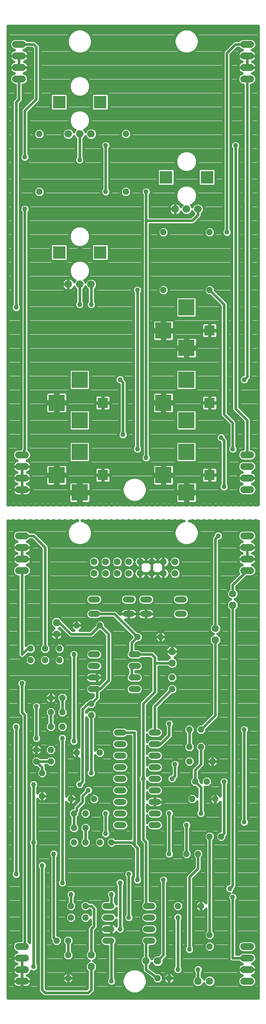
<source format=gbl>
G75*
%MOIN*%
%OFA0B0*%
%FSLAX25Y25*%
%IPPOS*%
%LPD*%
%AMOC8*
5,1,8,0,0,1.08239X$1,22.5*
%
%ADD10R,0.09000X0.09000*%
%ADD11R,0.14000X0.14000*%
%ADD12OC8,0.05200*%
%ADD13OC8,0.06300*%
%ADD14C,0.06300*%
%ADD15C,0.06600*%
%ADD16R,0.11024X0.11024*%
%ADD17C,0.05200*%
%ADD18C,0.06000*%
%ADD19C,0.05937*%
%ADD20C,0.02400*%
%ADD21C,0.04356*%
%ADD22C,0.01600*%
D10*
X0102200Y0479700D03*
X0102200Y0542200D03*
X0194700Y0542200D03*
X0194700Y0479700D03*
X0194700Y0604700D03*
D11*
X0174700Y0589700D03*
X0174700Y0562200D03*
X0174700Y0527200D03*
X0174700Y0499700D03*
X0174700Y0464700D03*
X0154700Y0479700D03*
X0154700Y0542200D03*
X0154700Y0604700D03*
X0174700Y0624700D03*
X0082200Y0562200D03*
X0082200Y0527200D03*
X0082200Y0499700D03*
X0082200Y0464700D03*
X0062200Y0479700D03*
X0062200Y0542200D03*
D12*
X0047200Y0724700D03*
X0047200Y0774700D03*
X0122200Y0774700D03*
X0122200Y0724700D03*
X0154700Y0689700D03*
X0154700Y0639700D03*
X0194700Y0639700D03*
X0194700Y0689700D03*
X0099700Y0349700D03*
X0079700Y0349700D03*
X0064700Y0329700D03*
X0064700Y0319700D03*
X0067200Y0287200D03*
X0067200Y0274700D03*
X0067200Y0262200D03*
X0057200Y0262200D03*
X0057200Y0274700D03*
X0057200Y0287200D03*
X0052200Y0319700D03*
X0052200Y0329700D03*
X0039700Y0329700D03*
X0039700Y0319700D03*
X0044700Y0242200D03*
X0044700Y0232200D03*
X0049700Y0222200D03*
X0049700Y0202200D03*
X0057200Y0232200D03*
X0057200Y0242200D03*
X0074700Y0199700D03*
X0077200Y0187200D03*
X0077200Y0174700D03*
X0077200Y0162200D03*
X0087200Y0162200D03*
X0087200Y0174700D03*
X0087200Y0187200D03*
X0094700Y0199700D03*
X0099700Y0162200D03*
X0109700Y0162200D03*
X0099700Y0239700D03*
X0092200Y0272200D03*
X0092200Y0282200D03*
X0079700Y0239700D03*
X0074700Y0107200D03*
X0074700Y0097200D03*
X0072200Y0077200D03*
X0072200Y0064700D03*
X0072200Y0044700D03*
X0062200Y0077200D03*
X0087200Y0097200D03*
X0087200Y0107200D03*
X0149700Y0044700D03*
X0159700Y0044700D03*
X0167200Y0107200D03*
X0174700Y0152200D03*
X0184700Y0152200D03*
X0194700Y0167200D03*
X0204700Y0167200D03*
X0199700Y0199700D03*
X0192200Y0214700D03*
X0197200Y0232200D03*
X0187200Y0244700D03*
X0187200Y0259700D03*
X0177200Y0259700D03*
X0177200Y0244700D03*
X0177200Y0232200D03*
X0182200Y0214700D03*
X0179700Y0199700D03*
X0162200Y0294700D03*
X0162200Y0304700D03*
X0152200Y0339700D03*
X0132200Y0339700D03*
X0187200Y0107200D03*
X0194700Y0082200D03*
X0194700Y0072200D03*
D13*
X0184700Y0042200D03*
X0149700Y0059700D03*
X0092200Y0054700D03*
X0162200Y0327200D03*
X0199700Y0337200D03*
X0214700Y0367200D03*
X0062200Y0352200D03*
D14*
X0062200Y0342200D03*
X0092200Y0064700D03*
X0139700Y0059700D03*
X0194700Y0042200D03*
X0162200Y0317200D03*
X0199700Y0347200D03*
X0214700Y0377200D03*
D15*
X0184543Y0709641D03*
X0174700Y0709641D03*
X0164857Y0709641D03*
X0092043Y0774641D03*
X0082200Y0774641D03*
X0072357Y0774641D03*
X0072357Y0644641D03*
X0082200Y0644641D03*
X0092043Y0644641D03*
D16*
X0099917Y0672200D03*
X0064483Y0672200D03*
X0064483Y0802200D03*
X0099917Y0802200D03*
X0156983Y0737200D03*
X0192417Y0737200D03*
D17*
X0172300Y0372200D02*
X0167100Y0372200D01*
X0167100Y0359700D02*
X0172300Y0359700D01*
X0149800Y0257200D02*
X0144600Y0257200D01*
X0144600Y0247200D02*
X0149800Y0247200D01*
X0149800Y0237200D02*
X0144600Y0237200D01*
X0144600Y0227200D02*
X0149800Y0227200D01*
X0149800Y0217200D02*
X0144600Y0217200D01*
X0144600Y0207200D02*
X0149800Y0207200D01*
X0149800Y0197200D02*
X0144600Y0197200D01*
X0144600Y0187200D02*
X0149800Y0187200D01*
X0149800Y0177200D02*
X0144600Y0177200D01*
X0144900Y0107200D02*
X0139700Y0107200D01*
X0139700Y0097200D02*
X0144900Y0097200D01*
X0144900Y0087200D02*
X0139700Y0087200D01*
X0139700Y0077200D02*
X0144900Y0077200D01*
X0119800Y0177200D02*
X0114600Y0177200D01*
X0114600Y0187200D02*
X0119800Y0187200D01*
X0119800Y0197200D02*
X0114600Y0197200D01*
X0114600Y0207200D02*
X0119800Y0207200D01*
X0119800Y0217200D02*
X0114600Y0217200D01*
X0114600Y0227200D02*
X0119800Y0227200D01*
X0119800Y0237200D02*
X0114600Y0237200D01*
X0114600Y0247200D02*
X0119800Y0247200D01*
X0119800Y0257200D02*
X0114600Y0257200D01*
X0127200Y0294700D02*
X0132400Y0294700D01*
X0132400Y0304700D02*
X0127200Y0304700D01*
X0127200Y0314700D02*
X0132400Y0314700D01*
X0132400Y0324700D02*
X0127200Y0324700D01*
X0127300Y0359700D02*
X0122100Y0359700D01*
X0122100Y0372200D02*
X0127300Y0372200D01*
X0137100Y0372200D02*
X0142300Y0372200D01*
X0142300Y0359700D02*
X0137100Y0359700D01*
X0097300Y0359700D02*
X0092100Y0359700D01*
X0092100Y0372200D02*
X0097300Y0372200D01*
X0097200Y0324700D02*
X0092000Y0324700D01*
X0092000Y0314700D02*
X0097200Y0314700D01*
X0097200Y0304700D02*
X0092000Y0304700D01*
X0092000Y0294700D02*
X0097200Y0294700D01*
X0104500Y0107200D02*
X0109700Y0107200D01*
X0109700Y0097200D02*
X0104500Y0097200D01*
X0104500Y0087200D02*
X0109700Y0087200D01*
X0109700Y0077200D02*
X0104500Y0077200D01*
D18*
X0035200Y0072200D02*
X0029200Y0072200D01*
X0029200Y0062200D02*
X0035200Y0062200D01*
X0035200Y0052200D02*
X0029200Y0052200D01*
X0029200Y0042200D02*
X0035200Y0042200D01*
X0035200Y0397200D02*
X0029200Y0397200D01*
X0029200Y0407200D02*
X0035200Y0407200D01*
X0035200Y0417200D02*
X0029200Y0417200D01*
X0029200Y0427200D02*
X0035200Y0427200D01*
X0035200Y0467200D02*
X0029200Y0467200D01*
X0029200Y0477200D02*
X0035200Y0477200D01*
X0035200Y0487200D02*
X0029200Y0487200D01*
X0029200Y0497200D02*
X0035200Y0497200D01*
X0032700Y0822200D02*
X0026700Y0822200D01*
X0026700Y0832200D02*
X0032700Y0832200D01*
X0032700Y0842200D02*
X0026700Y0842200D01*
X0026700Y0852200D02*
X0032700Y0852200D01*
X0224200Y0852200D02*
X0230200Y0852200D01*
X0230200Y0842200D02*
X0224200Y0842200D01*
X0224200Y0832200D02*
X0230200Y0832200D01*
X0230200Y0822200D02*
X0224200Y0822200D01*
X0224200Y0497200D02*
X0230200Y0497200D01*
X0230200Y0487200D02*
X0224200Y0487200D01*
X0224200Y0477200D02*
X0230200Y0477200D01*
X0230200Y0467200D02*
X0224200Y0467200D01*
X0224200Y0427200D02*
X0230200Y0427200D01*
X0230200Y0417200D02*
X0224200Y0417200D01*
X0224200Y0407200D02*
X0230200Y0407200D01*
X0230200Y0397200D02*
X0224200Y0397200D01*
X0224200Y0072200D02*
X0230200Y0072200D01*
X0230200Y0062200D02*
X0224200Y0062200D01*
X0224200Y0052200D02*
X0230200Y0052200D01*
X0230200Y0042200D02*
X0224200Y0042200D01*
D19*
X0164700Y0394700D03*
X0164700Y0404700D03*
X0154700Y0404700D03*
X0154700Y0394700D03*
X0144700Y0394700D03*
X0144700Y0404700D03*
X0134700Y0404700D03*
X0134700Y0394700D03*
X0124700Y0394700D03*
X0124700Y0404700D03*
X0114700Y0404700D03*
X0114700Y0394700D03*
X0104700Y0394700D03*
X0104700Y0404700D03*
X0094700Y0404700D03*
X0094700Y0394700D03*
D20*
X0019900Y0440607D02*
X0019900Y0027400D01*
X0236921Y0027400D01*
X0236921Y0440228D01*
X0235813Y0440228D01*
X0234700Y0440689D01*
X0233587Y0440228D01*
X0230813Y0440228D01*
X0229700Y0440689D01*
X0228587Y0440228D01*
X0225813Y0440228D01*
X0224700Y0440689D01*
X0223587Y0440228D01*
X0220813Y0440228D01*
X0219700Y0440689D01*
X0218587Y0440228D01*
X0215813Y0440228D01*
X0214700Y0440689D01*
X0213587Y0440228D01*
X0210813Y0440228D01*
X0209700Y0440689D01*
X0208587Y0440228D01*
X0205813Y0440228D01*
X0204700Y0440689D01*
X0203587Y0440228D01*
X0200813Y0440228D01*
X0199700Y0440689D01*
X0198587Y0440228D01*
X0195813Y0440228D01*
X0194700Y0440689D01*
X0193587Y0440228D01*
X0190813Y0440228D01*
X0189700Y0440689D01*
X0188587Y0440228D01*
X0185813Y0440228D01*
X0184700Y0440689D01*
X0183587Y0440228D01*
X0180813Y0440228D01*
X0179700Y0440689D01*
X0178587Y0440228D01*
X0176795Y0440228D01*
X0178835Y0439682D01*
X0181277Y0438272D01*
X0183272Y0436277D01*
X0184682Y0433835D01*
X0185412Y0431110D01*
X0185412Y0428290D01*
X0184682Y0425565D01*
X0183272Y0423123D01*
X0181277Y0421128D01*
X0178835Y0419718D01*
X0176110Y0418988D01*
X0173290Y0418988D01*
X0170565Y0419718D01*
X0168123Y0421128D01*
X0166128Y0423123D01*
X0164718Y0425565D01*
X0163988Y0428290D01*
X0163988Y0431110D01*
X0164718Y0433835D01*
X0166128Y0436277D01*
X0168123Y0438272D01*
X0170565Y0439682D01*
X0172605Y0440228D01*
X0170813Y0440228D01*
X0169700Y0440689D01*
X0168587Y0440228D01*
X0165813Y0440228D01*
X0164700Y0440689D01*
X0163587Y0440228D01*
X0160813Y0440228D01*
X0159700Y0440689D01*
X0158587Y0440228D01*
X0155813Y0440228D01*
X0154700Y0440689D01*
X0153587Y0440228D01*
X0150813Y0440228D01*
X0149700Y0440689D01*
X0148587Y0440228D01*
X0145813Y0440228D01*
X0144700Y0440689D01*
X0143587Y0440228D01*
X0140813Y0440228D01*
X0139700Y0440689D01*
X0138587Y0440228D01*
X0135813Y0440228D01*
X0134700Y0440689D01*
X0133587Y0440228D01*
X0130813Y0440228D01*
X0129700Y0440689D01*
X0128587Y0440228D01*
X0125813Y0440228D01*
X0124700Y0440689D01*
X0123587Y0440228D01*
X0120813Y0440228D01*
X0119700Y0440689D01*
X0118587Y0440228D01*
X0115813Y0440228D01*
X0114700Y0440689D01*
X0113587Y0440228D01*
X0110813Y0440228D01*
X0109700Y0440689D01*
X0108587Y0440228D01*
X0105813Y0440228D01*
X0104700Y0440689D01*
X0103587Y0440228D01*
X0100813Y0440228D01*
X0099700Y0440689D01*
X0098587Y0440228D01*
X0095813Y0440228D01*
X0094700Y0440689D01*
X0093587Y0440228D01*
X0090813Y0440228D01*
X0089700Y0440689D01*
X0088587Y0440228D01*
X0085813Y0440228D01*
X0084700Y0440689D01*
X0083865Y0440344D01*
X0086335Y0439682D01*
X0088777Y0438272D01*
X0090772Y0436277D01*
X0092182Y0433835D01*
X0092912Y0431110D01*
X0092912Y0428290D01*
X0092182Y0425565D01*
X0090772Y0423123D01*
X0088777Y0421128D01*
X0086335Y0419718D01*
X0083610Y0418988D01*
X0080790Y0418988D01*
X0078065Y0419718D01*
X0075623Y0421128D01*
X0073628Y0423123D01*
X0072218Y0425565D01*
X0071488Y0428290D01*
X0071488Y0431110D01*
X0072218Y0433835D01*
X0073628Y0436277D01*
X0075623Y0438272D01*
X0078065Y0439682D01*
X0080535Y0440344D01*
X0079700Y0440689D01*
X0078587Y0440228D01*
X0075813Y0440228D01*
X0074700Y0440689D01*
X0073587Y0440228D01*
X0070813Y0440228D01*
X0069700Y0440689D01*
X0068587Y0440228D01*
X0065813Y0440228D01*
X0064700Y0440689D01*
X0063587Y0440228D01*
X0060813Y0440228D01*
X0059700Y0440689D01*
X0058587Y0440228D01*
X0055813Y0440228D01*
X0054700Y0440689D01*
X0053587Y0440228D01*
X0050813Y0440228D01*
X0049700Y0440689D01*
X0048587Y0440228D01*
X0045813Y0440228D01*
X0044700Y0440689D01*
X0043587Y0440228D01*
X0040813Y0440228D01*
X0039700Y0440689D01*
X0038587Y0440228D01*
X0035813Y0440228D01*
X0034700Y0440689D01*
X0033587Y0440228D01*
X0030813Y0440228D01*
X0029700Y0440689D01*
X0028587Y0440228D01*
X0025813Y0440228D01*
X0024700Y0440689D01*
X0023587Y0440228D01*
X0020813Y0440228D01*
X0019900Y0440607D01*
X0019900Y0439541D02*
X0077821Y0439541D01*
X0074494Y0437142D02*
X0019900Y0437142D01*
X0019900Y0434744D02*
X0072743Y0434744D01*
X0071819Y0432345D02*
X0019900Y0432345D01*
X0019900Y0429947D02*
X0024926Y0429947D01*
X0024961Y0430032D02*
X0024200Y0428195D01*
X0024200Y0426205D01*
X0024961Y0424368D01*
X0026368Y0422961D01*
X0028018Y0422278D01*
X0027982Y0422272D01*
X0027204Y0422019D01*
X0026475Y0421647D01*
X0025812Y0421166D01*
X0025234Y0420588D01*
X0024753Y0419925D01*
X0024381Y0419196D01*
X0024128Y0418418D01*
X0024000Y0417609D01*
X0024000Y0417200D01*
X0032200Y0417200D01*
X0040400Y0417200D01*
X0040400Y0417609D01*
X0040272Y0418418D01*
X0040019Y0419196D01*
X0039647Y0419925D01*
X0039166Y0420588D01*
X0038588Y0421166D01*
X0037925Y0421647D01*
X0037196Y0422019D01*
X0036418Y0422272D01*
X0036382Y0422278D01*
X0038032Y0422961D01*
X0039071Y0424000D01*
X0040875Y0424000D01*
X0049000Y0415875D01*
X0049000Y0333005D01*
X0047600Y0331605D01*
X0047600Y0327795D01*
X0050295Y0325100D01*
X0054105Y0325100D01*
X0056800Y0327795D01*
X0056800Y0331605D01*
X0055400Y0333005D01*
X0055400Y0417837D01*
X0054913Y0419013D01*
X0044913Y0429013D01*
X0044013Y0429913D01*
X0042837Y0430400D01*
X0039071Y0430400D01*
X0038032Y0431439D01*
X0036195Y0432200D01*
X0028205Y0432200D01*
X0026368Y0431439D01*
X0024961Y0430032D01*
X0024200Y0427548D02*
X0019900Y0427548D01*
X0019900Y0425150D02*
X0024637Y0425150D01*
X0026874Y0422751D02*
X0019900Y0422751D01*
X0019900Y0420353D02*
X0025063Y0420353D01*
X0024055Y0417954D02*
X0019900Y0417954D01*
X0019900Y0415556D02*
X0024267Y0415556D01*
X0024381Y0415204D02*
X0024753Y0414475D01*
X0025234Y0413812D01*
X0025812Y0413234D01*
X0026475Y0412753D01*
X0027204Y0412381D01*
X0027761Y0412200D01*
X0027204Y0412019D01*
X0026475Y0411647D01*
X0025812Y0411166D01*
X0025234Y0410588D01*
X0024753Y0409925D01*
X0024381Y0409196D01*
X0024128Y0408418D01*
X0024000Y0407609D01*
X0024000Y0407200D01*
X0032200Y0407200D01*
X0040400Y0407200D01*
X0040400Y0407609D01*
X0040272Y0408418D01*
X0040019Y0409196D01*
X0039647Y0409925D01*
X0039166Y0410588D01*
X0038588Y0411166D01*
X0037925Y0411647D01*
X0037196Y0412019D01*
X0036639Y0412200D01*
X0037196Y0412381D01*
X0037925Y0412753D01*
X0038588Y0413234D01*
X0039166Y0413812D01*
X0039647Y0414475D01*
X0040019Y0415204D01*
X0040272Y0415982D01*
X0040400Y0416791D01*
X0040400Y0417200D01*
X0032200Y0417200D01*
X0032200Y0417200D01*
X0032200Y0417200D01*
X0032200Y0412000D01*
X0032200Y0407200D01*
X0032200Y0407200D01*
X0032200Y0407200D01*
X0032200Y0407200D01*
X0040400Y0407200D01*
X0040400Y0406791D01*
X0040272Y0405982D01*
X0040019Y0405204D01*
X0039647Y0404475D01*
X0039166Y0403812D01*
X0038588Y0403234D01*
X0037925Y0402753D01*
X0037196Y0402381D01*
X0036418Y0402128D01*
X0036382Y0402122D01*
X0038032Y0401439D01*
X0039439Y0400032D01*
X0040200Y0398195D01*
X0040200Y0396205D01*
X0039439Y0394368D01*
X0038032Y0392961D01*
X0036195Y0392200D01*
X0035400Y0392200D01*
X0035400Y0332418D01*
X0036275Y0332781D01*
X0037795Y0334300D01*
X0041605Y0334300D01*
X0044300Y0331605D01*
X0044300Y0327795D01*
X0041605Y0325100D01*
X0037795Y0325100D01*
X0037460Y0325435D01*
X0034913Y0322887D01*
X0034013Y0321987D01*
X0032837Y0321500D01*
X0031563Y0321500D01*
X0030387Y0321987D01*
X0029487Y0322887D01*
X0029000Y0324063D01*
X0029000Y0392200D01*
X0028205Y0392200D01*
X0026368Y0392961D01*
X0024961Y0394368D01*
X0024200Y0396205D01*
X0024200Y0398195D01*
X0024961Y0400032D01*
X0026368Y0401439D01*
X0028018Y0402122D01*
X0027982Y0402128D01*
X0027204Y0402381D01*
X0026475Y0402753D01*
X0025812Y0403234D01*
X0025234Y0403812D01*
X0024753Y0404475D01*
X0024381Y0405204D01*
X0024128Y0405982D01*
X0024000Y0406791D01*
X0024000Y0407200D01*
X0032200Y0407200D01*
X0032200Y0417200D01*
X0032200Y0417200D01*
X0024000Y0417200D01*
X0024000Y0416791D01*
X0024128Y0415982D01*
X0024381Y0415204D01*
X0025917Y0413157D02*
X0019900Y0413157D01*
X0019900Y0410759D02*
X0025405Y0410759D01*
X0024119Y0408360D02*
X0019900Y0408360D01*
X0019900Y0405962D02*
X0024135Y0405962D01*
X0025483Y0403563D02*
X0019900Y0403563D01*
X0019900Y0401165D02*
X0026094Y0401165D01*
X0024437Y0398766D02*
X0019900Y0398766D01*
X0019900Y0396368D02*
X0024200Y0396368D01*
X0025360Y0393969D02*
X0019900Y0393969D01*
X0019900Y0391571D02*
X0029000Y0391571D01*
X0029000Y0389172D02*
X0019900Y0389172D01*
X0019900Y0386774D02*
X0029000Y0386774D01*
X0029000Y0384375D02*
X0019900Y0384375D01*
X0019900Y0381977D02*
X0029000Y0381977D01*
X0029000Y0379578D02*
X0019900Y0379578D01*
X0019900Y0377180D02*
X0029000Y0377180D01*
X0029000Y0374781D02*
X0019900Y0374781D01*
X0019900Y0372383D02*
X0029000Y0372383D01*
X0029000Y0369984D02*
X0019900Y0369984D01*
X0019900Y0367586D02*
X0029000Y0367586D01*
X0029000Y0365187D02*
X0019900Y0365187D01*
X0019900Y0362789D02*
X0029000Y0362789D01*
X0029000Y0360390D02*
X0019900Y0360390D01*
X0019900Y0357992D02*
X0029000Y0357992D01*
X0029000Y0355593D02*
X0019900Y0355593D01*
X0019900Y0353195D02*
X0029000Y0353195D01*
X0029000Y0350796D02*
X0019900Y0350796D01*
X0019900Y0348398D02*
X0029000Y0348398D01*
X0029000Y0345999D02*
X0019900Y0345999D01*
X0019900Y0343601D02*
X0029000Y0343601D01*
X0029000Y0341202D02*
X0019900Y0341202D01*
X0019900Y0338803D02*
X0029000Y0338803D01*
X0029000Y0336405D02*
X0019900Y0336405D01*
X0019900Y0334006D02*
X0029000Y0334006D01*
X0029000Y0331608D02*
X0019900Y0331608D01*
X0019900Y0329209D02*
X0029000Y0329209D01*
X0029000Y0326811D02*
X0019900Y0326811D01*
X0019900Y0324412D02*
X0029000Y0324412D01*
X0030361Y0322014D02*
X0019900Y0322014D01*
X0019900Y0319615D02*
X0035100Y0319615D01*
X0035100Y0317795D02*
X0037795Y0315100D01*
X0041605Y0315100D01*
X0044300Y0317795D01*
X0044300Y0321605D01*
X0041605Y0324300D01*
X0037795Y0324300D01*
X0035100Y0321605D01*
X0035100Y0317795D01*
X0035678Y0317217D02*
X0019900Y0317217D01*
X0019900Y0314818D02*
X0074000Y0314818D01*
X0074000Y0312420D02*
X0019900Y0312420D01*
X0019900Y0310021D02*
X0074000Y0310021D01*
X0074000Y0307623D02*
X0019900Y0307623D01*
X0019900Y0305224D02*
X0074000Y0305224D01*
X0074000Y0302826D02*
X0034983Y0302826D01*
X0034567Y0303242D02*
X0033031Y0303878D01*
X0031369Y0303878D01*
X0029833Y0303242D01*
X0028658Y0302067D01*
X0028022Y0300531D01*
X0028022Y0298869D01*
X0028658Y0297333D01*
X0029000Y0296991D01*
X0029000Y0274063D01*
X0029487Y0272887D01*
X0031500Y0270875D01*
X0031500Y0077200D01*
X0028205Y0077200D01*
X0026368Y0076439D01*
X0024961Y0075032D01*
X0024200Y0073195D01*
X0024200Y0071205D01*
X0024961Y0069368D01*
X0026368Y0067961D01*
X0028018Y0067278D01*
X0027982Y0067272D01*
X0027204Y0067019D01*
X0026475Y0066647D01*
X0025812Y0066166D01*
X0025234Y0065588D01*
X0024753Y0064925D01*
X0024381Y0064196D01*
X0024128Y0063418D01*
X0024000Y0062609D01*
X0024000Y0062200D01*
X0032200Y0062200D01*
X0032200Y0062200D01*
X0032200Y0057000D01*
X0032200Y0052200D01*
X0032200Y0052200D01*
X0032200Y0052200D01*
X0024000Y0052200D01*
X0024000Y0052609D01*
X0024128Y0053418D01*
X0024381Y0054196D01*
X0024753Y0054925D01*
X0025234Y0055588D01*
X0025812Y0056166D01*
X0026475Y0056647D01*
X0027204Y0057019D01*
X0027761Y0057200D01*
X0027204Y0057381D01*
X0026475Y0057753D01*
X0025812Y0058234D01*
X0025234Y0058812D01*
X0024753Y0059475D01*
X0024381Y0060204D01*
X0024128Y0060982D01*
X0024000Y0061791D01*
X0024000Y0062200D01*
X0032200Y0062200D01*
X0032200Y0062200D01*
X0032200Y0052200D01*
X0032200Y0047000D01*
X0032200Y0042200D01*
X0040400Y0042200D01*
X0040400Y0042609D01*
X0040272Y0043418D01*
X0040019Y0044196D01*
X0039647Y0044925D01*
X0039166Y0045588D01*
X0038588Y0046166D01*
X0037925Y0046647D01*
X0037196Y0047019D01*
X0036639Y0047200D01*
X0037196Y0047381D01*
X0037925Y0047753D01*
X0038588Y0048234D01*
X0039166Y0048812D01*
X0039647Y0049475D01*
X0040019Y0050204D01*
X0040270Y0050977D01*
X0041369Y0050522D01*
X0043031Y0050522D01*
X0044567Y0051158D01*
X0045742Y0052333D01*
X0046378Y0053869D01*
X0046378Y0055531D01*
X0045742Y0057067D01*
X0045400Y0057409D01*
X0045400Y0159491D01*
X0045742Y0159833D01*
X0046378Y0161369D01*
X0046378Y0163031D01*
X0045742Y0164567D01*
X0045400Y0164909D01*
X0045400Y0199712D01*
X0047712Y0197400D01*
X0049700Y0197400D01*
X0051688Y0197400D01*
X0054500Y0200212D01*
X0054500Y0202200D01*
X0054500Y0204188D01*
X0051688Y0207000D01*
X0049700Y0207000D01*
X0049700Y0202200D01*
X0049700Y0202200D01*
X0054500Y0202200D01*
X0049700Y0202200D01*
X0049700Y0202200D01*
X0049700Y0207000D01*
X0047712Y0207000D01*
X0045400Y0204688D01*
X0045400Y0209491D01*
X0045742Y0209833D01*
X0046378Y0211369D01*
X0046378Y0213031D01*
X0045742Y0214567D01*
X0044567Y0215742D01*
X0043031Y0216378D01*
X0041369Y0216378D01*
X0039833Y0215742D01*
X0038658Y0214567D01*
X0038022Y0213031D01*
X0038022Y0211369D01*
X0038658Y0209833D01*
X0039000Y0209491D01*
X0039000Y0164909D01*
X0038658Y0164567D01*
X0038022Y0163031D01*
X0038022Y0161369D01*
X0038658Y0159833D01*
X0039000Y0159491D01*
X0039000Y0075471D01*
X0038032Y0076439D01*
X0037900Y0076494D01*
X0037900Y0272837D01*
X0037413Y0274013D01*
X0036513Y0274913D01*
X0035400Y0276025D01*
X0035400Y0296991D01*
X0035742Y0297333D01*
X0036378Y0298869D01*
X0036378Y0300531D01*
X0035742Y0302067D01*
X0034567Y0303242D01*
X0036378Y0300427D02*
X0074000Y0300427D01*
X0074000Y0298029D02*
X0036030Y0298029D01*
X0035400Y0295630D02*
X0074000Y0295630D01*
X0074000Y0293232D02*
X0035400Y0293232D01*
X0035400Y0290833D02*
X0054045Y0290833D01*
X0055212Y0292000D02*
X0052400Y0289188D01*
X0052400Y0287200D01*
X0057200Y0287200D01*
X0062000Y0287200D01*
X0062000Y0289188D01*
X0059188Y0292000D01*
X0057200Y0292000D01*
X0057200Y0287200D01*
X0057200Y0287200D01*
X0057200Y0287200D01*
X0062000Y0287200D01*
X0062000Y0285212D01*
X0059188Y0282400D01*
X0057200Y0282400D01*
X0057200Y0287200D01*
X0057200Y0287200D01*
X0057200Y0287200D01*
X0057200Y0292000D01*
X0055212Y0292000D01*
X0057200Y0290833D02*
X0057200Y0290833D01*
X0057200Y0288435D02*
X0057200Y0288435D01*
X0057200Y0287200D02*
X0052400Y0287200D01*
X0052400Y0285212D01*
X0055212Y0282400D01*
X0057200Y0282400D01*
X0057200Y0287200D01*
X0057200Y0286036D02*
X0057200Y0286036D01*
X0057200Y0283638D02*
X0057200Y0283638D01*
X0060426Y0283638D02*
X0064000Y0283638D01*
X0064000Y0283895D02*
X0064000Y0278005D01*
X0062600Y0276605D01*
X0062600Y0272795D01*
X0065295Y0270100D01*
X0069105Y0270100D01*
X0071800Y0272795D01*
X0071800Y0276605D01*
X0070400Y0278005D01*
X0070400Y0283895D01*
X0071800Y0285295D01*
X0071800Y0289105D01*
X0069105Y0291800D01*
X0065295Y0291800D01*
X0062600Y0289105D01*
X0062600Y0285295D01*
X0064000Y0283895D01*
X0062600Y0286036D02*
X0062000Y0286036D01*
X0062000Y0288435D02*
X0062600Y0288435D01*
X0064328Y0290833D02*
X0060355Y0290833D01*
X0059105Y0279300D02*
X0055295Y0279300D01*
X0052600Y0276605D01*
X0052600Y0272795D01*
X0054000Y0271395D01*
X0054000Y0265505D01*
X0052600Y0264105D01*
X0052600Y0260295D01*
X0055295Y0257600D01*
X0059105Y0257600D01*
X0061800Y0260295D01*
X0061800Y0264105D01*
X0060400Y0265505D01*
X0060400Y0271395D01*
X0061800Y0272795D01*
X0061800Y0276605D01*
X0059105Y0279300D01*
X0059565Y0278841D02*
X0064000Y0278841D01*
X0064000Y0281239D02*
X0048585Y0281239D01*
X0048878Y0280531D02*
X0048242Y0282067D01*
X0047067Y0283242D01*
X0045531Y0283878D01*
X0043869Y0283878D01*
X0042333Y0283242D01*
X0041158Y0282067D01*
X0040522Y0280531D01*
X0040522Y0278869D01*
X0041158Y0277333D01*
X0041500Y0276991D01*
X0041500Y0254909D01*
X0041158Y0254567D01*
X0040522Y0253031D01*
X0040522Y0251369D01*
X0041158Y0249833D01*
X0042333Y0248658D01*
X0043869Y0248022D01*
X0045531Y0248022D01*
X0047067Y0248658D01*
X0048242Y0249833D01*
X0048878Y0251369D01*
X0048878Y0253031D01*
X0048242Y0254567D01*
X0047900Y0254909D01*
X0047900Y0276991D01*
X0048242Y0277333D01*
X0048878Y0278869D01*
X0048878Y0280531D01*
X0048866Y0278841D02*
X0054835Y0278841D01*
X0052600Y0276442D02*
X0047900Y0276442D01*
X0047900Y0274044D02*
X0052600Y0274044D01*
X0053749Y0271645D02*
X0047900Y0271645D01*
X0047900Y0269247D02*
X0054000Y0269247D01*
X0054000Y0266848D02*
X0047900Y0266848D01*
X0047900Y0264450D02*
X0052944Y0264450D01*
X0052600Y0262051D02*
X0047900Y0262051D01*
X0047900Y0259653D02*
X0053242Y0259653D01*
X0057200Y0262200D02*
X0057200Y0274700D01*
X0060651Y0271645D02*
X0063749Y0271645D01*
X0062600Y0274044D02*
X0061800Y0274044D01*
X0061800Y0276442D02*
X0062600Y0276442D01*
X0060400Y0269247D02*
X0074000Y0269247D01*
X0074000Y0271645D02*
X0070651Y0271645D01*
X0071800Y0274044D02*
X0074000Y0274044D01*
X0074000Y0276442D02*
X0071800Y0276442D01*
X0070400Y0278841D02*
X0074000Y0278841D01*
X0074000Y0281239D02*
X0070400Y0281239D01*
X0070400Y0283638D02*
X0074000Y0283638D01*
X0074000Y0286036D02*
X0071800Y0286036D01*
X0071800Y0288435D02*
X0074000Y0288435D01*
X0074000Y0290833D02*
X0070072Y0290833D01*
X0067200Y0287200D02*
X0067200Y0274700D01*
X0065295Y0266800D02*
X0062600Y0264105D01*
X0062600Y0260295D01*
X0065295Y0257600D01*
X0069105Y0257600D01*
X0071800Y0260295D01*
X0071800Y0264105D01*
X0069105Y0266800D01*
X0065295Y0266800D01*
X0062944Y0264450D02*
X0061456Y0264450D01*
X0061800Y0262051D02*
X0062600Y0262051D01*
X0063242Y0259653D02*
X0061158Y0259653D01*
X0064833Y0255742D02*
X0063658Y0254567D01*
X0063022Y0253031D01*
X0063022Y0251369D01*
X0063658Y0249833D01*
X0064000Y0249491D01*
X0064000Y0129909D01*
X0063658Y0129567D01*
X0063022Y0128031D01*
X0063022Y0126369D01*
X0063658Y0124833D01*
X0064833Y0123658D01*
X0066369Y0123022D01*
X0068031Y0123022D01*
X0069567Y0123658D01*
X0070742Y0124833D01*
X0071378Y0126369D01*
X0071378Y0128031D01*
X0070742Y0129567D01*
X0070400Y0129909D01*
X0070400Y0197212D01*
X0072712Y0194900D01*
X0074700Y0194900D01*
X0076688Y0194900D01*
X0079500Y0197712D01*
X0079500Y0199700D01*
X0079500Y0201688D01*
X0076688Y0204500D01*
X0074700Y0204500D01*
X0074700Y0199700D01*
X0074700Y0199700D01*
X0079500Y0199700D01*
X0074700Y0199700D01*
X0074700Y0199700D01*
X0074700Y0204500D01*
X0072712Y0204500D01*
X0070400Y0202188D01*
X0070400Y0249491D01*
X0070742Y0249833D01*
X0071378Y0251369D01*
X0071378Y0253031D01*
X0070742Y0254567D01*
X0069567Y0255742D01*
X0068031Y0256378D01*
X0066369Y0256378D01*
X0064833Y0255742D01*
X0063947Y0254856D02*
X0047953Y0254856D01*
X0047900Y0257254D02*
X0074000Y0257254D01*
X0074000Y0254856D02*
X0070453Y0254856D01*
X0071378Y0252457D02*
X0074000Y0252457D01*
X0074000Y0252409D02*
X0073658Y0252067D01*
X0073022Y0250531D01*
X0073022Y0248869D01*
X0073658Y0247333D01*
X0074833Y0246158D01*
X0076369Y0245522D01*
X0078031Y0245522D01*
X0079567Y0246158D01*
X0080742Y0247333D01*
X0081378Y0248869D01*
X0081378Y0250531D01*
X0080742Y0252067D01*
X0080400Y0252409D01*
X0080400Y0321991D01*
X0080742Y0322333D01*
X0081378Y0323869D01*
X0081378Y0325531D01*
X0080742Y0327067D01*
X0079567Y0328242D01*
X0078031Y0328878D01*
X0076369Y0328878D01*
X0074833Y0328242D01*
X0073658Y0327067D01*
X0073022Y0325531D01*
X0073022Y0323869D01*
X0073658Y0322333D01*
X0074000Y0321991D01*
X0074000Y0252409D01*
X0073022Y0250059D02*
X0070835Y0250059D01*
X0070400Y0247660D02*
X0073523Y0247660D01*
X0070400Y0245262D02*
X0081500Y0245262D01*
X0081500Y0244500D02*
X0079700Y0244500D01*
X0079700Y0239700D01*
X0079700Y0239700D01*
X0079700Y0234900D01*
X0081500Y0234900D01*
X0081500Y0216378D01*
X0081369Y0216378D01*
X0079833Y0215742D01*
X0078658Y0214567D01*
X0078022Y0213031D01*
X0078022Y0211369D01*
X0078658Y0209833D01*
X0079833Y0208658D01*
X0081369Y0208022D01*
X0083031Y0208022D01*
X0084567Y0208658D01*
X0085742Y0209833D01*
X0086378Y0211369D01*
X0086378Y0211852D01*
X0086513Y0211987D01*
X0087413Y0212887D01*
X0087900Y0214063D01*
X0087900Y0269995D01*
X0089000Y0268895D01*
X0089000Y0224909D01*
X0088658Y0224567D01*
X0088022Y0223031D01*
X0088022Y0221369D01*
X0088658Y0219833D01*
X0089833Y0218658D01*
X0091369Y0218022D01*
X0093031Y0218022D01*
X0094567Y0218658D01*
X0095742Y0219833D01*
X0096378Y0221369D01*
X0096378Y0223031D01*
X0095742Y0224567D01*
X0095400Y0224909D01*
X0095400Y0237495D01*
X0097795Y0235100D01*
X0101605Y0235100D01*
X0104300Y0237795D01*
X0104300Y0241605D01*
X0101605Y0244300D01*
X0097795Y0244300D01*
X0095400Y0241905D01*
X0095400Y0268895D01*
X0096800Y0270295D01*
X0096800Y0274105D01*
X0094105Y0276800D01*
X0090295Y0276800D01*
X0087900Y0274405D01*
X0087900Y0275875D01*
X0089960Y0277935D01*
X0090295Y0277600D01*
X0094105Y0277600D01*
X0096800Y0280295D01*
X0096800Y0282275D01*
X0099913Y0285387D01*
X0100400Y0286563D01*
X0100400Y0291395D01*
X0100625Y0291619D01*
X0101513Y0291987D01*
X0109013Y0299487D01*
X0109913Y0300387D01*
X0110400Y0301563D01*
X0110400Y0342837D01*
X0109913Y0344013D01*
X0104300Y0349625D01*
X0104300Y0351605D01*
X0101605Y0354300D01*
X0097795Y0354300D01*
X0095100Y0351605D01*
X0095100Y0349625D01*
X0090875Y0345400D01*
X0082188Y0345400D01*
X0084500Y0347712D01*
X0084500Y0349700D01*
X0084500Y0351688D01*
X0081688Y0354500D01*
X0079700Y0354500D01*
X0079700Y0349700D01*
X0079700Y0349700D01*
X0084500Y0349700D01*
X0079700Y0349700D01*
X0079700Y0349700D01*
X0079700Y0349700D01*
X0074900Y0349700D01*
X0074900Y0351688D01*
X0077712Y0354500D01*
X0079700Y0354500D01*
X0079700Y0349700D01*
X0074900Y0349700D01*
X0074900Y0347712D01*
X0077212Y0345400D01*
X0076025Y0345400D01*
X0067350Y0354075D01*
X0067350Y0354333D01*
X0064333Y0357350D01*
X0060067Y0357350D01*
X0057050Y0354333D01*
X0057050Y0350067D01*
X0060022Y0347095D01*
X0059396Y0346776D01*
X0058715Y0346281D01*
X0058119Y0345685D01*
X0057624Y0345004D01*
X0057242Y0344254D01*
X0056982Y0343453D01*
X0056850Y0342621D01*
X0056850Y0342200D01*
X0062200Y0342200D01*
X0067550Y0342200D01*
X0067550Y0342621D01*
X0067418Y0343453D01*
X0067158Y0344254D01*
X0066776Y0345004D01*
X0066281Y0345685D01*
X0065685Y0346281D01*
X0065004Y0346776D01*
X0064378Y0347095D01*
X0064829Y0347546D01*
X0071987Y0340387D01*
X0072887Y0339487D01*
X0074063Y0339000D01*
X0092837Y0339000D01*
X0094013Y0339487D01*
X0099625Y0345100D01*
X0099775Y0345100D01*
X0104000Y0340875D01*
X0104000Y0303525D01*
X0099288Y0298814D01*
X0098115Y0299300D01*
X0091085Y0299300D01*
X0089394Y0298600D01*
X0088100Y0297306D01*
X0087400Y0295615D01*
X0087400Y0293785D01*
X0088100Y0292094D01*
X0089394Y0290800D01*
X0091085Y0290100D01*
X0094000Y0290100D01*
X0094000Y0288525D01*
X0092275Y0286800D01*
X0090295Y0286800D01*
X0088775Y0285281D01*
X0087887Y0284913D01*
X0086987Y0284013D01*
X0082887Y0279913D01*
X0081987Y0279013D01*
X0081500Y0277837D01*
X0081500Y0244500D01*
X0079700Y0244500D02*
X0077712Y0244500D01*
X0074900Y0241688D01*
X0074900Y0239700D01*
X0079700Y0239700D01*
X0079700Y0239700D01*
X0079700Y0239700D01*
X0079700Y0244500D01*
X0079700Y0242863D02*
X0079700Y0242863D01*
X0079700Y0240465D02*
X0079700Y0240465D01*
X0079700Y0239700D02*
X0074900Y0239700D01*
X0074900Y0237712D01*
X0077712Y0234900D01*
X0079700Y0234900D01*
X0079700Y0239700D01*
X0079700Y0238066D02*
X0079700Y0238066D01*
X0079700Y0235668D02*
X0079700Y0235668D01*
X0076944Y0235668D02*
X0070400Y0235668D01*
X0070400Y0238066D02*
X0074900Y0238066D01*
X0074900Y0240465D02*
X0070400Y0240465D01*
X0070400Y0242863D02*
X0076075Y0242863D01*
X0077200Y0249700D02*
X0077200Y0324700D01*
X0081378Y0324412D02*
X0087400Y0324412D01*
X0087400Y0323785D02*
X0088100Y0322094D01*
X0089394Y0320800D01*
X0091085Y0320100D01*
X0098115Y0320100D01*
X0099806Y0320800D01*
X0101100Y0322094D01*
X0101800Y0323785D01*
X0101800Y0325615D01*
X0101100Y0327306D01*
X0099806Y0328600D01*
X0098115Y0329300D01*
X0091085Y0329300D01*
X0089394Y0328600D01*
X0088100Y0327306D01*
X0087400Y0325615D01*
X0087400Y0323785D01*
X0088181Y0322014D02*
X0080422Y0322014D01*
X0080400Y0319615D02*
X0104000Y0319615D01*
X0104000Y0317217D02*
X0101136Y0317217D01*
X0101100Y0317306D02*
X0099806Y0318600D01*
X0098115Y0319300D01*
X0091085Y0319300D01*
X0089394Y0318600D01*
X0088100Y0317306D01*
X0087400Y0315615D01*
X0087400Y0313785D01*
X0088100Y0312094D01*
X0089394Y0310800D01*
X0091085Y0310100D01*
X0098115Y0310100D01*
X0099806Y0310800D01*
X0101100Y0312094D01*
X0101800Y0313785D01*
X0101800Y0315615D01*
X0101100Y0317306D01*
X0101800Y0314818D02*
X0104000Y0314818D01*
X0104000Y0312420D02*
X0101235Y0312420D01*
X0104000Y0310021D02*
X0080400Y0310021D01*
X0080400Y0307623D02*
X0088190Y0307623D01*
X0088339Y0307827D02*
X0087895Y0307216D01*
X0087552Y0306543D01*
X0087318Y0305824D01*
X0087200Y0305078D01*
X0087200Y0304700D01*
X0097200Y0304700D01*
X0097200Y0304700D01*
X0097200Y0309500D01*
X0097578Y0309500D01*
X0098324Y0309382D01*
X0099043Y0309148D01*
X0099716Y0308805D01*
X0100327Y0308361D01*
X0100861Y0307827D01*
X0101305Y0307216D01*
X0101648Y0306543D01*
X0101882Y0305824D01*
X0102000Y0305078D01*
X0102000Y0304700D01*
X0097200Y0304700D01*
X0097200Y0304700D01*
X0097200Y0309500D01*
X0091622Y0309500D01*
X0090876Y0309382D01*
X0090157Y0309148D01*
X0089484Y0308805D01*
X0088873Y0308361D01*
X0088339Y0307827D01*
X0087223Y0305224D02*
X0080400Y0305224D01*
X0080400Y0302826D02*
X0087568Y0302826D01*
X0087552Y0302857D02*
X0087895Y0302184D01*
X0088339Y0301573D01*
X0088873Y0301039D01*
X0089484Y0300595D01*
X0090157Y0300252D01*
X0090876Y0300018D01*
X0091622Y0299900D01*
X0097200Y0299900D01*
X0097578Y0299900D01*
X0098324Y0300018D01*
X0099043Y0300252D01*
X0099716Y0300595D01*
X0100327Y0301039D01*
X0100861Y0301573D01*
X0101305Y0302184D01*
X0101648Y0302857D01*
X0101882Y0303576D01*
X0102000Y0304322D01*
X0102000Y0304700D01*
X0097200Y0304700D01*
X0097200Y0299900D01*
X0097200Y0304700D01*
X0097200Y0304700D01*
X0097200Y0304700D01*
X0087200Y0304700D01*
X0087200Y0304322D01*
X0087318Y0303576D01*
X0087552Y0302857D01*
X0089813Y0300427D02*
X0080400Y0300427D01*
X0080400Y0298029D02*
X0088823Y0298029D01*
X0087406Y0295630D02*
X0080400Y0295630D01*
X0080400Y0293232D02*
X0087629Y0293232D01*
X0089361Y0290833D02*
X0080400Y0290833D01*
X0080400Y0288435D02*
X0093909Y0288435D01*
X0097200Y0287200D02*
X0092200Y0282200D01*
X0089700Y0282200D01*
X0084700Y0277200D01*
X0084700Y0214700D01*
X0082200Y0212200D01*
X0085192Y0209284D02*
X0086041Y0209284D01*
X0086158Y0209567D02*
X0085522Y0208031D01*
X0085522Y0207548D01*
X0081987Y0204013D01*
X0081500Y0202837D01*
X0081500Y0198525D01*
X0076987Y0194013D01*
X0076500Y0192837D01*
X0076500Y0191800D01*
X0075295Y0191800D01*
X0072600Y0189105D01*
X0072600Y0185295D01*
X0074000Y0183895D01*
X0074000Y0178005D01*
X0072600Y0176605D01*
X0072600Y0172795D01*
X0075295Y0170100D01*
X0079105Y0170100D01*
X0081800Y0172795D01*
X0081800Y0176605D01*
X0080400Y0178005D01*
X0080400Y0183895D01*
X0081800Y0185295D01*
X0081800Y0187275D01*
X0082413Y0187887D01*
X0082600Y0188339D01*
X0082600Y0185295D01*
X0085295Y0182600D01*
X0089105Y0182600D01*
X0091800Y0185295D01*
X0091800Y0189105D01*
X0089105Y0191800D01*
X0085295Y0191800D01*
X0082900Y0189405D01*
X0082900Y0190875D01*
X0086513Y0194487D01*
X0087413Y0195387D01*
X0087900Y0196563D01*
X0087900Y0200875D01*
X0090048Y0203022D01*
X0090531Y0203022D01*
X0092067Y0203658D01*
X0093242Y0204833D01*
X0093878Y0206369D01*
X0093878Y0208031D01*
X0093242Y0209567D01*
X0092067Y0210742D01*
X0090531Y0211378D01*
X0088869Y0211378D01*
X0087333Y0210742D01*
X0086158Y0209567D01*
X0086378Y0211682D02*
X0113401Y0211682D01*
X0113685Y0211800D02*
X0111994Y0211100D01*
X0110700Y0209806D01*
X0110000Y0208115D01*
X0110000Y0206285D01*
X0110700Y0204594D01*
X0111994Y0203300D01*
X0113685Y0202600D01*
X0120715Y0202600D01*
X0122406Y0203300D01*
X0123700Y0204594D01*
X0124400Y0206285D01*
X0124400Y0208115D01*
X0123700Y0209806D01*
X0122406Y0211100D01*
X0120715Y0211800D01*
X0113685Y0211800D01*
X0113685Y0212600D02*
X0111994Y0213300D01*
X0110700Y0214594D01*
X0110000Y0216285D01*
X0110000Y0218115D01*
X0110700Y0219806D01*
X0111994Y0221100D01*
X0113685Y0221800D01*
X0120715Y0221800D01*
X0122406Y0221100D01*
X0123700Y0219806D01*
X0124400Y0218115D01*
X0124400Y0216285D01*
X0123700Y0214594D01*
X0122406Y0213300D01*
X0120715Y0212600D01*
X0113685Y0212600D01*
X0111214Y0214081D02*
X0087900Y0214081D01*
X0087900Y0216479D02*
X0110000Y0216479D01*
X0110316Y0218878D02*
X0094786Y0218878D01*
X0096340Y0221276D02*
X0112421Y0221276D01*
X0113685Y0222600D02*
X0111994Y0223300D01*
X0110700Y0224594D01*
X0110000Y0226285D01*
X0110000Y0228115D01*
X0110700Y0229806D01*
X0111994Y0231100D01*
X0113685Y0231800D01*
X0120715Y0231800D01*
X0122406Y0231100D01*
X0123700Y0229806D01*
X0124400Y0228115D01*
X0124400Y0226285D01*
X0123700Y0224594D01*
X0122406Y0223300D01*
X0120715Y0222600D01*
X0113685Y0222600D01*
X0111620Y0223675D02*
X0096111Y0223675D01*
X0095400Y0226073D02*
X0110088Y0226073D01*
X0110148Y0228472D02*
X0095400Y0228472D01*
X0095400Y0230870D02*
X0111765Y0230870D01*
X0112070Y0233269D02*
X0095400Y0233269D01*
X0095400Y0235668D02*
X0097227Y0235668D01*
X0096358Y0242863D02*
X0095400Y0242863D01*
X0095400Y0245262D02*
X0110424Y0245262D01*
X0110700Y0244594D02*
X0111994Y0243300D01*
X0113685Y0242600D01*
X0120715Y0242600D01*
X0122406Y0243300D01*
X0123700Y0244594D01*
X0124400Y0246285D01*
X0124400Y0248115D01*
X0123700Y0249806D01*
X0122406Y0251100D01*
X0120715Y0251800D01*
X0113685Y0251800D01*
X0111994Y0251100D01*
X0110700Y0249806D01*
X0110000Y0248115D01*
X0110000Y0246285D01*
X0110700Y0244594D01*
X0113050Y0242863D02*
X0103042Y0242863D01*
X0104300Y0240465D02*
X0111359Y0240465D01*
X0111994Y0241100D02*
X0110700Y0239806D01*
X0110000Y0238115D01*
X0110000Y0236285D01*
X0110700Y0234594D01*
X0111994Y0233300D01*
X0113685Y0232600D01*
X0120715Y0232600D01*
X0122406Y0233300D01*
X0123700Y0234594D01*
X0124400Y0236285D01*
X0124400Y0238115D01*
X0123700Y0239806D01*
X0122406Y0241100D01*
X0120715Y0241800D01*
X0113685Y0241800D01*
X0111994Y0241100D01*
X0110000Y0238066D02*
X0104300Y0238066D01*
X0102173Y0235668D02*
X0110256Y0235668D01*
X0110000Y0247660D02*
X0095400Y0247660D01*
X0095400Y0250059D02*
X0110953Y0250059D01*
X0111994Y0253300D02*
X0110700Y0254594D01*
X0110000Y0256285D01*
X0110000Y0258115D01*
X0110700Y0259806D01*
X0111994Y0261100D01*
X0113685Y0261800D01*
X0120715Y0261800D01*
X0122406Y0261100D01*
X0123105Y0260400D01*
X0130337Y0260400D01*
X0131513Y0259913D01*
X0132413Y0259013D01*
X0132900Y0257837D01*
X0132900Y0161025D01*
X0134913Y0159013D01*
X0135400Y0157837D01*
X0135400Y0132409D01*
X0135742Y0132067D01*
X0136378Y0130531D01*
X0136378Y0128869D01*
X0135742Y0127333D01*
X0134567Y0126158D01*
X0133031Y0125522D01*
X0131369Y0125522D01*
X0129833Y0126158D01*
X0128658Y0127333D01*
X0128022Y0128869D01*
X0128022Y0130531D01*
X0128658Y0132067D01*
X0129000Y0132409D01*
X0129000Y0155875D01*
X0127887Y0156987D01*
X0125875Y0159000D01*
X0113005Y0159000D01*
X0111605Y0157600D01*
X0107795Y0157600D01*
X0105100Y0160295D01*
X0105100Y0164105D01*
X0107795Y0166800D01*
X0111605Y0166800D01*
X0113005Y0165400D01*
X0126500Y0165400D01*
X0126500Y0254000D01*
X0123105Y0254000D01*
X0122406Y0253300D01*
X0120715Y0252600D01*
X0113685Y0252600D01*
X0111994Y0253300D01*
X0110592Y0254856D02*
X0095400Y0254856D01*
X0095400Y0257254D02*
X0110000Y0257254D01*
X0110637Y0259653D02*
X0095400Y0259653D01*
X0095400Y0262051D02*
X0134000Y0262051D01*
X0134000Y0259653D02*
X0131773Y0259653D01*
X0132900Y0257254D02*
X0134000Y0257254D01*
X0134000Y0254856D02*
X0132900Y0254856D01*
X0132900Y0252457D02*
X0134000Y0252457D01*
X0134000Y0250059D02*
X0132900Y0250059D01*
X0132900Y0247660D02*
X0134000Y0247660D01*
X0134000Y0245262D02*
X0132900Y0245262D01*
X0132900Y0242863D02*
X0134000Y0242863D01*
X0134000Y0240465D02*
X0132900Y0240465D01*
X0132900Y0238066D02*
X0134000Y0238066D01*
X0134000Y0235668D02*
X0132900Y0235668D01*
X0132900Y0233269D02*
X0134000Y0233269D01*
X0134000Y0230870D02*
X0132900Y0230870D01*
X0132900Y0228472D02*
X0134000Y0228472D01*
X0134000Y0226073D02*
X0132900Y0226073D01*
X0132900Y0223675D02*
X0134000Y0223675D01*
X0134000Y0221276D02*
X0132900Y0221276D01*
X0134000Y0219909D02*
X0133658Y0219567D01*
X0133022Y0218031D01*
X0133022Y0216369D01*
X0133658Y0214833D01*
X0134000Y0214491D01*
X0134000Y0164063D01*
X0134487Y0162887D01*
X0135387Y0161987D01*
X0136500Y0160875D01*
X0136500Y0110505D01*
X0135800Y0109806D01*
X0135100Y0108115D01*
X0135100Y0106285D01*
X0135800Y0104594D01*
X0137094Y0103300D01*
X0138785Y0102600D01*
X0145815Y0102600D01*
X0147506Y0103300D01*
X0148800Y0104594D01*
X0149500Y0106285D01*
X0149500Y0108115D01*
X0148800Y0109806D01*
X0147506Y0111100D01*
X0145815Y0111800D01*
X0142900Y0111800D01*
X0142900Y0162837D01*
X0142413Y0164013D01*
X0140400Y0166025D01*
X0140400Y0175319D01*
X0140700Y0174594D01*
X0141994Y0173300D01*
X0143685Y0172600D01*
X0150715Y0172600D01*
X0152406Y0173300D01*
X0153700Y0174594D01*
X0154400Y0176285D01*
X0154400Y0178115D01*
X0153700Y0179806D01*
X0152406Y0181100D01*
X0150715Y0181800D01*
X0143685Y0181800D01*
X0141994Y0181100D01*
X0140700Y0179806D01*
X0140400Y0179081D01*
X0140400Y0185319D01*
X0140700Y0184594D01*
X0141994Y0183300D01*
X0143685Y0182600D01*
X0150715Y0182600D01*
X0152406Y0183300D01*
X0153700Y0184594D01*
X0154400Y0186285D01*
X0154400Y0188115D01*
X0153700Y0189806D01*
X0152406Y0191100D01*
X0150715Y0191800D01*
X0143685Y0191800D01*
X0141994Y0191100D01*
X0140700Y0189806D01*
X0140400Y0189081D01*
X0140400Y0194870D01*
X0140495Y0194684D01*
X0140939Y0194073D01*
X0141473Y0193539D01*
X0142084Y0193095D01*
X0142757Y0192752D01*
X0143476Y0192518D01*
X0144222Y0192400D01*
X0147200Y0192400D01*
X0150178Y0192400D01*
X0150924Y0192518D01*
X0151643Y0192752D01*
X0152316Y0193095D01*
X0152927Y0193539D01*
X0153461Y0194073D01*
X0153905Y0194684D01*
X0154248Y0195357D01*
X0154482Y0196076D01*
X0154600Y0196822D01*
X0154600Y0197200D01*
X0154600Y0197578D01*
X0154482Y0198324D01*
X0154248Y0199043D01*
X0153905Y0199716D01*
X0153461Y0200327D01*
X0152927Y0200861D01*
X0152316Y0201305D01*
X0151643Y0201648D01*
X0150924Y0201882D01*
X0150178Y0202000D01*
X0147200Y0202000D01*
X0147200Y0197200D01*
X0147200Y0197200D01*
X0154600Y0197200D01*
X0147200Y0197200D01*
X0147200Y0197200D01*
X0147200Y0202000D01*
X0144222Y0202000D01*
X0143476Y0201882D01*
X0142757Y0201648D01*
X0142084Y0201305D01*
X0141473Y0200861D01*
X0140939Y0200327D01*
X0140495Y0199716D01*
X0140400Y0199530D01*
X0140400Y0205319D01*
X0140700Y0204594D01*
X0141994Y0203300D01*
X0143685Y0202600D01*
X0150715Y0202600D01*
X0152406Y0203300D01*
X0153700Y0204594D01*
X0154400Y0206285D01*
X0154400Y0208115D01*
X0153700Y0209806D01*
X0152406Y0211100D01*
X0150715Y0211800D01*
X0143685Y0211800D01*
X0141994Y0211100D01*
X0140700Y0209806D01*
X0140400Y0209081D01*
X0140400Y0214491D01*
X0140642Y0214734D01*
X0140700Y0214594D01*
X0141994Y0213300D01*
X0143685Y0212600D01*
X0150715Y0212600D01*
X0152406Y0213300D01*
X0153700Y0214594D01*
X0154400Y0216285D01*
X0154400Y0218115D01*
X0153700Y0219806D01*
X0152406Y0221100D01*
X0150715Y0221800D01*
X0143685Y0221800D01*
X0141994Y0221100D01*
X0140700Y0219806D01*
X0140642Y0219666D01*
X0140400Y0219909D01*
X0140400Y0225319D01*
X0140700Y0224594D01*
X0141994Y0223300D01*
X0143685Y0222600D01*
X0150715Y0222600D01*
X0152406Y0223300D01*
X0153700Y0224594D01*
X0154400Y0226285D01*
X0154400Y0228115D01*
X0153700Y0229806D01*
X0152406Y0231100D01*
X0150715Y0231800D01*
X0143685Y0231800D01*
X0141994Y0231100D01*
X0140700Y0229806D01*
X0140400Y0229081D01*
X0140400Y0235319D01*
X0140700Y0234594D01*
X0141994Y0233300D01*
X0143685Y0232600D01*
X0150715Y0232600D01*
X0152406Y0233300D01*
X0153700Y0234594D01*
X0154400Y0236285D01*
X0154400Y0238115D01*
X0153700Y0239806D01*
X0152406Y0241100D01*
X0150715Y0241800D01*
X0143685Y0241800D01*
X0141994Y0241100D01*
X0140700Y0239806D01*
X0140400Y0239081D01*
X0140400Y0245319D01*
X0140700Y0244594D01*
X0141994Y0243300D01*
X0143685Y0242600D01*
X0150715Y0242600D01*
X0152406Y0243300D01*
X0153295Y0244190D01*
X0154013Y0244487D01*
X0162413Y0252887D01*
X0162900Y0254063D01*
X0162900Y0261991D01*
X0163242Y0262333D01*
X0163878Y0263869D01*
X0163878Y0265531D01*
X0163242Y0267067D01*
X0162067Y0268242D01*
X0160531Y0268878D01*
X0158869Y0268878D01*
X0157333Y0268242D01*
X0156158Y0267067D01*
X0155522Y0265531D01*
X0155522Y0263869D01*
X0156158Y0262333D01*
X0156500Y0261991D01*
X0156500Y0256025D01*
X0151818Y0251343D01*
X0150715Y0251800D01*
X0143685Y0251800D01*
X0141994Y0251100D01*
X0140700Y0249806D01*
X0140400Y0249081D01*
X0140400Y0255319D01*
X0140700Y0254594D01*
X0141994Y0253300D01*
X0143685Y0252600D01*
X0150715Y0252600D01*
X0152406Y0253300D01*
X0153700Y0254594D01*
X0154400Y0256285D01*
X0154400Y0258115D01*
X0153700Y0259806D01*
X0152406Y0261100D01*
X0150715Y0261800D01*
X0150400Y0261800D01*
X0150400Y0278375D01*
X0162125Y0290100D01*
X0164105Y0290100D01*
X0166800Y0292795D01*
X0166800Y0296605D01*
X0164105Y0299300D01*
X0160295Y0299300D01*
X0157600Y0296605D01*
X0157600Y0294625D01*
X0144487Y0281513D01*
X0144000Y0280337D01*
X0144000Y0261800D01*
X0143685Y0261800D01*
X0141994Y0261100D01*
X0140700Y0259806D01*
X0140400Y0259081D01*
X0140400Y0280875D01*
X0149013Y0289487D01*
X0149913Y0290387D01*
X0150400Y0291563D01*
X0150400Y0314000D01*
X0158117Y0314000D01*
X0159283Y0312834D01*
X0161176Y0312050D01*
X0163224Y0312050D01*
X0165117Y0312834D01*
X0166566Y0314283D01*
X0167350Y0316176D01*
X0167350Y0318224D01*
X0166566Y0320117D01*
X0165117Y0321566D01*
X0164421Y0321855D01*
X0167550Y0324984D01*
X0167550Y0327200D01*
X0167550Y0329416D01*
X0164416Y0332550D01*
X0162200Y0332550D01*
X0162200Y0327200D01*
X0162200Y0327200D01*
X0167550Y0327200D01*
X0162200Y0327200D01*
X0162200Y0327200D01*
X0162200Y0327200D01*
X0156850Y0327200D01*
X0156850Y0329416D01*
X0159984Y0332550D01*
X0162200Y0332550D01*
X0162200Y0327200D01*
X0156850Y0327200D01*
X0156850Y0324984D01*
X0159979Y0321855D01*
X0159283Y0321566D01*
X0158117Y0320400D01*
X0150400Y0320400D01*
X0150400Y0322837D01*
X0149913Y0324013D01*
X0147413Y0326513D01*
X0146513Y0327413D01*
X0145337Y0327900D01*
X0135705Y0327900D01*
X0135006Y0328600D01*
X0133315Y0329300D01*
X0130400Y0329300D01*
X0130400Y0333375D01*
X0132125Y0335100D01*
X0134105Y0335100D01*
X0136800Y0337795D01*
X0136800Y0341605D01*
X0134105Y0344300D01*
X0132125Y0344300D01*
X0121488Y0354937D01*
X0121722Y0354900D01*
X0124700Y0354900D01*
X0127678Y0354900D01*
X0128424Y0355018D01*
X0129143Y0355252D01*
X0129816Y0355595D01*
X0130427Y0356039D01*
X0130961Y0356573D01*
X0131405Y0357184D01*
X0131748Y0357857D01*
X0131982Y0358576D01*
X0132100Y0359322D01*
X0132100Y0359700D01*
X0132100Y0360078D01*
X0131982Y0360824D01*
X0131748Y0361543D01*
X0131405Y0362216D01*
X0130961Y0362827D01*
X0130427Y0363361D01*
X0129816Y0363805D01*
X0129143Y0364148D01*
X0128424Y0364382D01*
X0127678Y0364500D01*
X0124700Y0364500D01*
X0124700Y0359700D01*
X0124700Y0359700D01*
X0132100Y0359700D01*
X0124700Y0359700D01*
X0124700Y0359700D01*
X0124700Y0359700D01*
X0117300Y0359700D01*
X0117300Y0360078D01*
X0117418Y0360824D01*
X0117652Y0361543D01*
X0117995Y0362216D01*
X0118439Y0362827D01*
X0118973Y0363361D01*
X0119584Y0363805D01*
X0120257Y0364148D01*
X0120976Y0364382D01*
X0121722Y0364500D01*
X0124700Y0364500D01*
X0124700Y0359700D01*
X0124700Y0354900D01*
X0124700Y0359700D01*
X0124700Y0359700D01*
X0117300Y0359700D01*
X0117300Y0359322D01*
X0117337Y0359088D01*
X0114013Y0362413D01*
X0112837Y0362900D01*
X0100605Y0362900D01*
X0099906Y0363600D01*
X0098215Y0364300D01*
X0091185Y0364300D01*
X0089494Y0363600D01*
X0088200Y0362306D01*
X0087500Y0360615D01*
X0087500Y0358785D01*
X0088200Y0357094D01*
X0089494Y0355800D01*
X0091185Y0355100D01*
X0098215Y0355100D01*
X0099906Y0355800D01*
X0100605Y0356500D01*
X0110875Y0356500D01*
X0127600Y0339775D01*
X0127600Y0339625D01*
X0124487Y0336513D01*
X0124000Y0335337D01*
X0124000Y0328005D01*
X0123300Y0327306D01*
X0122600Y0325615D01*
X0122600Y0323785D01*
X0123300Y0322094D01*
X0124594Y0320800D01*
X0126285Y0320100D01*
X0133315Y0320100D01*
X0135006Y0320800D01*
X0135705Y0321500D01*
X0143375Y0321500D01*
X0144000Y0320875D01*
X0144000Y0293525D01*
X0134487Y0284013D01*
X0134000Y0282837D01*
X0134000Y0219909D01*
X0133373Y0218878D02*
X0132900Y0218878D01*
X0132900Y0216479D02*
X0133022Y0216479D01*
X0132900Y0214081D02*
X0134000Y0214081D01*
X0134000Y0211682D02*
X0132900Y0211682D01*
X0132900Y0209284D02*
X0134000Y0209284D01*
X0134000Y0206885D02*
X0132900Y0206885D01*
X0132900Y0204487D02*
X0134000Y0204487D01*
X0134000Y0202088D02*
X0132900Y0202088D01*
X0132900Y0199690D02*
X0134000Y0199690D01*
X0134000Y0197291D02*
X0132900Y0197291D01*
X0132900Y0194893D02*
X0134000Y0194893D01*
X0134000Y0192494D02*
X0132900Y0192494D01*
X0132900Y0190096D02*
X0134000Y0190096D01*
X0134000Y0187697D02*
X0132900Y0187697D01*
X0132900Y0185299D02*
X0134000Y0185299D01*
X0134000Y0182900D02*
X0132900Y0182900D01*
X0132900Y0180502D02*
X0134000Y0180502D01*
X0134000Y0178103D02*
X0132900Y0178103D01*
X0132900Y0175705D02*
X0134000Y0175705D01*
X0134000Y0173306D02*
X0132900Y0173306D01*
X0132900Y0170908D02*
X0134000Y0170908D01*
X0134000Y0168509D02*
X0132900Y0168509D01*
X0132900Y0166111D02*
X0134000Y0166111D01*
X0134146Y0163712D02*
X0132900Y0163712D01*
X0132900Y0161314D02*
X0136061Y0161314D01*
X0136500Y0158915D02*
X0134953Y0158915D01*
X0135400Y0156517D02*
X0136500Y0156517D01*
X0136500Y0154118D02*
X0135400Y0154118D01*
X0135400Y0151720D02*
X0136500Y0151720D01*
X0136500Y0149321D02*
X0135400Y0149321D01*
X0135400Y0146923D02*
X0136500Y0146923D01*
X0136500Y0144524D02*
X0135400Y0144524D01*
X0135400Y0142126D02*
X0136500Y0142126D01*
X0136500Y0139727D02*
X0135400Y0139727D01*
X0135400Y0137329D02*
X0136500Y0137329D01*
X0136500Y0134930D02*
X0135400Y0134930D01*
X0135400Y0132532D02*
X0136500Y0132532D01*
X0136500Y0130133D02*
X0136378Y0130133D01*
X0136500Y0127734D02*
X0135908Y0127734D01*
X0136500Y0125336D02*
X0127900Y0125336D01*
X0127900Y0127734D02*
X0128492Y0127734D01*
X0128022Y0130133D02*
X0127900Y0130133D01*
X0127900Y0131991D02*
X0128242Y0132333D01*
X0128878Y0133869D01*
X0128878Y0135531D01*
X0128242Y0137067D01*
X0127067Y0138242D01*
X0125531Y0138878D01*
X0123869Y0138878D01*
X0122333Y0138242D01*
X0121158Y0137067D01*
X0120522Y0135531D01*
X0120522Y0133869D01*
X0121158Y0132333D01*
X0121500Y0131991D01*
X0121500Y0099909D01*
X0121158Y0099567D01*
X0120522Y0098031D01*
X0120522Y0096369D01*
X0121158Y0094833D01*
X0122333Y0093658D01*
X0123869Y0093022D01*
X0125531Y0093022D01*
X0127067Y0093658D01*
X0128242Y0094833D01*
X0128878Y0096369D01*
X0128878Y0098031D01*
X0128242Y0099567D01*
X0127900Y0099909D01*
X0127900Y0131991D01*
X0128324Y0132532D02*
X0129000Y0132532D01*
X0129000Y0134930D02*
X0128878Y0134930D01*
X0129000Y0137329D02*
X0127980Y0137329D01*
X0129000Y0139727D02*
X0070400Y0139727D01*
X0070400Y0137329D02*
X0121420Y0137329D01*
X0120522Y0134930D02*
X0070400Y0134930D01*
X0070400Y0132532D02*
X0121076Y0132532D01*
X0119567Y0130742D02*
X0118031Y0131378D01*
X0116369Y0131378D01*
X0114833Y0130742D01*
X0113658Y0129567D01*
X0113022Y0128031D01*
X0113022Y0126369D01*
X0113658Y0124833D01*
X0114000Y0124491D01*
X0114000Y0108839D01*
X0113600Y0109806D01*
X0112900Y0110505D01*
X0112900Y0114491D01*
X0113242Y0114833D01*
X0113878Y0116369D01*
X0113878Y0118031D01*
X0113242Y0119567D01*
X0112067Y0120742D01*
X0110531Y0121378D01*
X0108869Y0121378D01*
X0107333Y0120742D01*
X0106158Y0119567D01*
X0105522Y0118031D01*
X0105522Y0116369D01*
X0106158Y0114833D01*
X0106500Y0114491D01*
X0106500Y0111800D01*
X0103585Y0111800D01*
X0101894Y0111100D01*
X0100600Y0109806D01*
X0099900Y0108115D01*
X0099900Y0106285D01*
X0100600Y0104594D01*
X0101894Y0103300D01*
X0103585Y0102600D01*
X0110615Y0102600D01*
X0112306Y0103300D01*
X0113600Y0104594D01*
X0114000Y0105561D01*
X0114000Y0098839D01*
X0113600Y0099806D01*
X0112306Y0101100D01*
X0110615Y0101800D01*
X0103585Y0101800D01*
X0101894Y0101100D01*
X0100600Y0099806D01*
X0099900Y0098115D01*
X0099900Y0096285D01*
X0100600Y0094594D01*
X0101894Y0093300D01*
X0103585Y0092600D01*
X0110615Y0092600D01*
X0112306Y0093300D01*
X0113600Y0094594D01*
X0114000Y0095561D01*
X0114000Y0089909D01*
X0113806Y0089714D01*
X0113805Y0089716D01*
X0113361Y0090327D01*
X0112827Y0090861D01*
X0112216Y0091305D01*
X0111543Y0091648D01*
X0110824Y0091882D01*
X0110078Y0092000D01*
X0109700Y0092000D01*
X0109700Y0087200D01*
X0109700Y0087200D01*
X0109700Y0092000D01*
X0104122Y0092000D01*
X0103376Y0091882D01*
X0102657Y0091648D01*
X0101984Y0091305D01*
X0101373Y0090861D01*
X0100839Y0090327D01*
X0100395Y0089716D01*
X0100052Y0089043D01*
X0099818Y0088324D01*
X0099700Y0087578D01*
X0099700Y0087200D01*
X0109700Y0087200D01*
X0109700Y0082400D01*
X0110078Y0082400D01*
X0110824Y0082518D01*
X0111543Y0082752D01*
X0112216Y0083095D01*
X0112827Y0083539D01*
X0113361Y0084073D01*
X0113805Y0084684D01*
X0113806Y0084686D01*
X0114833Y0083658D01*
X0116369Y0083022D01*
X0118031Y0083022D01*
X0119567Y0083658D01*
X0120742Y0084833D01*
X0121378Y0086369D01*
X0121378Y0088031D01*
X0120742Y0089567D01*
X0120400Y0089909D01*
X0120400Y0124491D01*
X0120742Y0124833D01*
X0121378Y0126369D01*
X0121378Y0128031D01*
X0120742Y0129567D01*
X0119567Y0130742D01*
X0120175Y0130133D02*
X0121500Y0130133D01*
X0121500Y0127734D02*
X0121378Y0127734D01*
X0121500Y0125336D02*
X0120950Y0125336D01*
X0120400Y0122937D02*
X0121500Y0122937D01*
X0121500Y0120539D02*
X0120400Y0120539D01*
X0120400Y0118140D02*
X0121500Y0118140D01*
X0121500Y0115742D02*
X0120400Y0115742D01*
X0120400Y0113343D02*
X0121500Y0113343D01*
X0121500Y0110945D02*
X0120400Y0110945D01*
X0120400Y0108546D02*
X0121500Y0108546D01*
X0121500Y0106148D02*
X0120400Y0106148D01*
X0120400Y0103749D02*
X0121500Y0103749D01*
X0121500Y0101351D02*
X0120400Y0101351D01*
X0120400Y0098952D02*
X0120904Y0098952D01*
X0120522Y0096554D02*
X0120400Y0096554D01*
X0120400Y0094155D02*
X0121836Y0094155D01*
X0120400Y0091757D02*
X0138681Y0091757D01*
X0138785Y0091800D02*
X0137094Y0091100D01*
X0135800Y0089806D01*
X0135100Y0088115D01*
X0135100Y0086285D01*
X0135800Y0084594D01*
X0137094Y0083300D01*
X0138785Y0082600D01*
X0145815Y0082600D01*
X0147506Y0083300D01*
X0148800Y0084594D01*
X0149500Y0086285D01*
X0149500Y0088115D01*
X0148800Y0089806D01*
X0147506Y0091100D01*
X0145815Y0091800D01*
X0138785Y0091800D01*
X0138785Y0092600D02*
X0145815Y0092600D01*
X0147506Y0093300D01*
X0148800Y0094594D01*
X0149500Y0096285D01*
X0149500Y0098115D01*
X0148800Y0099806D01*
X0147506Y0101100D01*
X0145815Y0101800D01*
X0138785Y0101800D01*
X0137094Y0101100D01*
X0135800Y0099806D01*
X0135100Y0098115D01*
X0135100Y0096285D01*
X0135800Y0094594D01*
X0137094Y0093300D01*
X0138785Y0092600D01*
X0136239Y0094155D02*
X0127564Y0094155D01*
X0128878Y0096554D02*
X0135100Y0096554D01*
X0135447Y0098952D02*
X0128496Y0098952D01*
X0127900Y0101351D02*
X0137701Y0101351D01*
X0136645Y0103749D02*
X0127900Y0103749D01*
X0127900Y0106148D02*
X0135157Y0106148D01*
X0135279Y0108546D02*
X0127900Y0108546D01*
X0127900Y0110945D02*
X0136500Y0110945D01*
X0136500Y0113343D02*
X0127900Y0113343D01*
X0127900Y0115742D02*
X0136500Y0115742D01*
X0136500Y0118140D02*
X0127900Y0118140D01*
X0127900Y0120539D02*
X0136500Y0120539D01*
X0136500Y0122937D02*
X0127900Y0122937D01*
X0124700Y0134700D02*
X0124700Y0097200D01*
X0120828Y0089358D02*
X0135615Y0089358D01*
X0135100Y0086960D02*
X0121378Y0086960D01*
X0120470Y0084561D02*
X0135833Y0084561D01*
X0137094Y0081100D02*
X0135800Y0079806D01*
X0135100Y0078115D01*
X0135100Y0076285D01*
X0135800Y0074594D01*
X0136500Y0073895D01*
X0136500Y0063783D01*
X0135334Y0062617D01*
X0134550Y0060724D01*
X0134550Y0058676D01*
X0135334Y0056783D01*
X0136500Y0055617D01*
X0136500Y0052603D01*
X0136442Y0052378D01*
X0136500Y0051973D01*
X0136500Y0051563D01*
X0136589Y0051348D01*
X0136622Y0051117D01*
X0136831Y0050765D01*
X0136987Y0050387D01*
X0137152Y0050222D01*
X0137271Y0050022D01*
X0137598Y0049776D01*
X0137887Y0049487D01*
X0138103Y0049398D01*
X0145100Y0044150D01*
X0145100Y0042795D01*
X0147795Y0040100D01*
X0151605Y0040100D01*
X0154300Y0042795D01*
X0154300Y0046605D01*
X0151605Y0049300D01*
X0148900Y0049300D01*
X0142900Y0053800D01*
X0142900Y0055617D01*
X0144066Y0056783D01*
X0144550Y0057951D01*
X0144550Y0057567D01*
X0147567Y0054550D01*
X0151833Y0054550D01*
X0154850Y0057567D01*
X0154850Y0060325D01*
X0156513Y0061987D01*
X0157413Y0062887D01*
X0157900Y0064063D01*
X0157900Y0126991D01*
X0158242Y0127333D01*
X0158878Y0128869D01*
X0158878Y0130531D01*
X0158242Y0132067D01*
X0157067Y0133242D01*
X0155531Y0133878D01*
X0153869Y0133878D01*
X0152333Y0133242D01*
X0151158Y0132067D01*
X0150522Y0130531D01*
X0150522Y0128869D01*
X0151158Y0127333D01*
X0151500Y0126991D01*
X0151500Y0066025D01*
X0150325Y0064850D01*
X0147567Y0064850D01*
X0144550Y0061833D01*
X0144550Y0061449D01*
X0144066Y0062617D01*
X0142900Y0063783D01*
X0142900Y0072600D01*
X0145815Y0072600D01*
X0147506Y0073300D01*
X0148800Y0074594D01*
X0149500Y0076285D01*
X0149500Y0078115D01*
X0148800Y0079806D01*
X0147506Y0081100D01*
X0145815Y0081800D01*
X0138785Y0081800D01*
X0137094Y0081100D01*
X0135783Y0079764D02*
X0113617Y0079764D01*
X0113600Y0079806D02*
X0112306Y0081100D01*
X0110615Y0081800D01*
X0103585Y0081800D01*
X0101894Y0081100D01*
X0100600Y0079806D01*
X0099900Y0078115D01*
X0099900Y0076285D01*
X0100600Y0074594D01*
X0101894Y0073300D01*
X0103585Y0072600D01*
X0106500Y0072600D01*
X0106500Y0044909D01*
X0106158Y0044567D01*
X0105522Y0043031D01*
X0105522Y0041369D01*
X0106158Y0039833D01*
X0107333Y0038658D01*
X0108869Y0038022D01*
X0110531Y0038022D01*
X0112067Y0038658D01*
X0113242Y0039833D01*
X0113878Y0041369D01*
X0113878Y0043031D01*
X0113242Y0044567D01*
X0112900Y0044909D01*
X0112900Y0073895D01*
X0113600Y0074594D01*
X0114300Y0076285D01*
X0114300Y0078115D01*
X0113600Y0079806D01*
X0114300Y0077366D02*
X0135100Y0077366D01*
X0135646Y0074967D02*
X0113754Y0074967D01*
X0112900Y0072569D02*
X0136500Y0072569D01*
X0136500Y0070170D02*
X0112900Y0070170D01*
X0112900Y0067772D02*
X0136500Y0067772D01*
X0136500Y0065373D02*
X0112900Y0065373D01*
X0112900Y0062975D02*
X0135692Y0062975D01*
X0134550Y0060576D02*
X0112900Y0060576D01*
X0112900Y0058178D02*
X0134756Y0058178D01*
X0136338Y0055779D02*
X0112900Y0055779D01*
X0112900Y0053381D02*
X0136500Y0053381D01*
X0136702Y0050982D02*
X0135912Y0050982D01*
X0136277Y0050772D02*
X0133835Y0052182D01*
X0131110Y0052912D01*
X0128290Y0052912D01*
X0125565Y0052182D01*
X0123123Y0050772D01*
X0121128Y0048777D01*
X0119718Y0046335D01*
X0118988Y0043610D01*
X0118988Y0040790D01*
X0119718Y0038065D01*
X0121128Y0035623D01*
X0123123Y0033628D01*
X0125565Y0032218D01*
X0128290Y0031488D01*
X0131110Y0031488D01*
X0133835Y0032218D01*
X0136277Y0033628D01*
X0138272Y0035623D01*
X0139682Y0038065D01*
X0140412Y0040790D01*
X0140412Y0043610D01*
X0139682Y0046335D01*
X0138272Y0048777D01*
X0136277Y0050772D01*
X0138383Y0048584D02*
X0139188Y0048584D01*
X0139722Y0046185D02*
X0142387Y0046185D01*
X0140365Y0043787D02*
X0145100Y0043787D01*
X0146507Y0041388D02*
X0140412Y0041388D01*
X0139929Y0038990D02*
X0180627Y0038990D01*
X0179550Y0040067D02*
X0182567Y0037050D01*
X0186833Y0037050D01*
X0189850Y0040067D01*
X0189850Y0040451D01*
X0190334Y0039283D01*
X0191783Y0037834D01*
X0193676Y0037050D01*
X0195724Y0037050D01*
X0197617Y0037834D01*
X0199066Y0039283D01*
X0199850Y0041176D01*
X0199850Y0043224D01*
X0199066Y0045117D01*
X0197617Y0046566D01*
X0195724Y0047350D01*
X0193676Y0047350D01*
X0191783Y0046566D01*
X0190334Y0045117D01*
X0189850Y0043949D01*
X0189850Y0044333D01*
X0187900Y0046283D01*
X0187900Y0049491D01*
X0188242Y0049833D01*
X0188878Y0051369D01*
X0188878Y0053031D01*
X0188242Y0054567D01*
X0187067Y0055742D01*
X0185531Y0056378D01*
X0183869Y0056378D01*
X0182333Y0055742D01*
X0181158Y0054567D01*
X0180522Y0053031D01*
X0180522Y0051369D01*
X0181158Y0049833D01*
X0181500Y0049491D01*
X0181500Y0046283D01*
X0179550Y0044333D01*
X0179550Y0040067D01*
X0179550Y0041388D02*
X0163176Y0041388D01*
X0164500Y0042712D02*
X0161688Y0039900D01*
X0159700Y0039900D01*
X0159700Y0044700D01*
X0164500Y0044700D01*
X0164500Y0046688D01*
X0161688Y0049500D01*
X0159700Y0049500D01*
X0159700Y0044700D01*
X0159700Y0044700D01*
X0159700Y0044700D01*
X0164500Y0044700D01*
X0164500Y0042712D01*
X0164500Y0043787D02*
X0179550Y0043787D01*
X0181402Y0046185D02*
X0164500Y0046185D01*
X0165013Y0048584D02*
X0162605Y0048584D01*
X0163658Y0049833D02*
X0164833Y0048658D01*
X0166369Y0048022D01*
X0168031Y0048022D01*
X0169567Y0048658D01*
X0170742Y0049833D01*
X0171378Y0051369D01*
X0171378Y0053031D01*
X0170742Y0054567D01*
X0170400Y0054909D01*
X0170400Y0094491D01*
X0170742Y0094833D01*
X0171378Y0096369D01*
X0171378Y0098031D01*
X0170742Y0099567D01*
X0169567Y0100742D01*
X0168031Y0101378D01*
X0166369Y0101378D01*
X0164833Y0100742D01*
X0163658Y0099567D01*
X0163022Y0098031D01*
X0163022Y0096369D01*
X0163658Y0094833D01*
X0164000Y0094491D01*
X0164000Y0054909D01*
X0163658Y0054567D01*
X0163022Y0053031D01*
X0163022Y0051369D01*
X0163658Y0049833D01*
X0163182Y0050982D02*
X0146657Y0050982D01*
X0143459Y0053381D02*
X0163167Y0053381D01*
X0164000Y0055779D02*
X0153062Y0055779D01*
X0154850Y0058178D02*
X0164000Y0058178D01*
X0164000Y0060576D02*
X0155102Y0060576D01*
X0157449Y0062975D02*
X0164000Y0062975D01*
X0164000Y0065373D02*
X0157900Y0065373D01*
X0157900Y0067772D02*
X0164000Y0067772D01*
X0164000Y0070170D02*
X0157900Y0070170D01*
X0157900Y0072569D02*
X0164000Y0072569D01*
X0164000Y0074967D02*
X0157900Y0074967D01*
X0157900Y0077366D02*
X0164000Y0077366D01*
X0164000Y0079764D02*
X0157900Y0079764D01*
X0157900Y0082163D02*
X0164000Y0082163D01*
X0164000Y0084561D02*
X0157900Y0084561D01*
X0157900Y0086960D02*
X0164000Y0086960D01*
X0164000Y0089358D02*
X0157900Y0089358D01*
X0157900Y0091757D02*
X0164000Y0091757D01*
X0164000Y0094155D02*
X0157900Y0094155D01*
X0157900Y0096554D02*
X0163022Y0096554D01*
X0163404Y0098952D02*
X0157900Y0098952D01*
X0157900Y0101351D02*
X0166304Y0101351D01*
X0165295Y0102600D02*
X0169105Y0102600D01*
X0171800Y0105295D01*
X0171800Y0109105D01*
X0169105Y0111800D01*
X0165295Y0111800D01*
X0162600Y0109105D01*
X0162600Y0105295D01*
X0165295Y0102600D01*
X0164145Y0103749D02*
X0157900Y0103749D01*
X0157900Y0106148D02*
X0162600Y0106148D01*
X0162600Y0108546D02*
X0157900Y0108546D01*
X0157900Y0110945D02*
X0164440Y0110945D01*
X0168096Y0101351D02*
X0174000Y0101351D01*
X0174000Y0103749D02*
X0170255Y0103749D01*
X0171800Y0106148D02*
X0174000Y0106148D01*
X0174000Y0108546D02*
X0171800Y0108546D01*
X0169960Y0110945D02*
X0174000Y0110945D01*
X0174000Y0113343D02*
X0157900Y0113343D01*
X0157900Y0115742D02*
X0174000Y0115742D01*
X0174000Y0118140D02*
X0157900Y0118140D01*
X0157900Y0120539D02*
X0174000Y0120539D01*
X0174000Y0122937D02*
X0157900Y0122937D01*
X0157900Y0125336D02*
X0174000Y0125336D01*
X0174000Y0127734D02*
X0158408Y0127734D01*
X0158878Y0130133D02*
X0174000Y0130133D01*
X0174000Y0132532D02*
X0157777Y0132532D01*
X0154700Y0129700D02*
X0154700Y0064700D01*
X0149700Y0059700D01*
X0146338Y0055779D02*
X0143062Y0055779D01*
X0143708Y0062975D02*
X0145691Y0062975D01*
X0142900Y0065373D02*
X0150848Y0065373D01*
X0151500Y0067772D02*
X0142900Y0067772D01*
X0142900Y0070170D02*
X0151500Y0070170D01*
X0151500Y0072569D02*
X0142900Y0072569D01*
X0139700Y0077200D02*
X0139700Y0059700D01*
X0139700Y0052200D01*
X0149700Y0044700D01*
X0152893Y0041388D02*
X0156224Y0041388D01*
X0154900Y0042712D02*
X0157712Y0039900D01*
X0159700Y0039900D01*
X0159700Y0044700D01*
X0159700Y0044700D01*
X0159700Y0044700D01*
X0154900Y0044700D01*
X0154900Y0046688D01*
X0157712Y0049500D01*
X0159700Y0049500D01*
X0159700Y0044700D01*
X0154900Y0044700D01*
X0154900Y0042712D01*
X0154900Y0043787D02*
X0154300Y0043787D01*
X0154300Y0046185D02*
X0154900Y0046185D01*
X0156795Y0048584D02*
X0152322Y0048584D01*
X0159700Y0048584D02*
X0159700Y0048584D01*
X0159700Y0046185D02*
X0159700Y0046185D01*
X0159700Y0043787D02*
X0159700Y0043787D01*
X0159700Y0041388D02*
X0159700Y0041388D01*
X0167200Y0052200D02*
X0167200Y0097200D01*
X0170996Y0098952D02*
X0174000Y0098952D01*
X0174000Y0096554D02*
X0171378Y0096554D01*
X0170400Y0094155D02*
X0174000Y0094155D01*
X0174000Y0091757D02*
X0170400Y0091757D01*
X0170400Y0089358D02*
X0174000Y0089358D01*
X0174000Y0086960D02*
X0170400Y0086960D01*
X0170400Y0084561D02*
X0174000Y0084561D01*
X0174000Y0082163D02*
X0170400Y0082163D01*
X0170400Y0079764D02*
X0174000Y0079764D01*
X0174000Y0077366D02*
X0170400Y0077366D01*
X0170400Y0074967D02*
X0174000Y0074967D01*
X0174000Y0072569D02*
X0170400Y0072569D01*
X0170400Y0070170D02*
X0173022Y0070170D01*
X0173022Y0070531D02*
X0173022Y0068869D01*
X0173658Y0067333D01*
X0174833Y0066158D01*
X0176369Y0065522D01*
X0178031Y0065522D01*
X0179567Y0066158D01*
X0180742Y0067333D01*
X0181378Y0068869D01*
X0181378Y0070531D01*
X0180742Y0072067D01*
X0180400Y0072409D01*
X0180400Y0130875D01*
X0187413Y0137887D01*
X0187900Y0139063D01*
X0187900Y0148895D01*
X0189300Y0150295D01*
X0189300Y0154105D01*
X0186605Y0156800D01*
X0182795Y0156800D01*
X0180100Y0154105D01*
X0180100Y0150295D01*
X0181500Y0148895D01*
X0181500Y0141025D01*
X0175387Y0134913D01*
X0174487Y0134013D01*
X0174000Y0132837D01*
X0174000Y0072409D01*
X0173658Y0072067D01*
X0173022Y0070531D01*
X0173477Y0067772D02*
X0170400Y0067772D01*
X0170400Y0065373D02*
X0211500Y0065373D01*
X0211500Y0062975D02*
X0170400Y0062975D01*
X0170400Y0060576D02*
X0211909Y0060576D01*
X0211987Y0060387D02*
X0212887Y0059487D01*
X0214063Y0059000D01*
X0220329Y0059000D01*
X0221368Y0057961D01*
X0223018Y0057278D01*
X0222982Y0057272D01*
X0222204Y0057019D01*
X0221475Y0056647D01*
X0220812Y0056166D01*
X0220234Y0055588D01*
X0219753Y0054925D01*
X0219381Y0054196D01*
X0219128Y0053418D01*
X0219000Y0052609D01*
X0219000Y0052200D01*
X0227200Y0052200D01*
X0235400Y0052200D01*
X0235400Y0052609D01*
X0235272Y0053418D01*
X0235019Y0054196D01*
X0234647Y0054925D01*
X0234166Y0055588D01*
X0233588Y0056166D01*
X0232925Y0056647D01*
X0232196Y0057019D01*
X0231418Y0057272D01*
X0231382Y0057278D01*
X0233032Y0057961D01*
X0234439Y0059368D01*
X0235200Y0061205D01*
X0235200Y0063195D01*
X0234439Y0065032D01*
X0233032Y0066439D01*
X0231195Y0067200D01*
X0233032Y0067961D01*
X0234439Y0069368D01*
X0235200Y0071205D01*
X0235200Y0073195D01*
X0234439Y0075032D01*
X0233032Y0076439D01*
X0231195Y0077200D01*
X0223205Y0077200D01*
X0221368Y0076439D01*
X0219961Y0075032D01*
X0219200Y0073195D01*
X0219200Y0071205D01*
X0219961Y0069368D01*
X0221368Y0067961D01*
X0223205Y0067200D01*
X0231195Y0067200D01*
X0223205Y0067200D01*
X0221368Y0066439D01*
X0220329Y0065400D01*
X0217900Y0065400D01*
X0217900Y0111991D01*
X0218242Y0112333D01*
X0218878Y0113869D01*
X0218878Y0115531D01*
X0218242Y0117067D01*
X0217067Y0118242D01*
X0215531Y0118878D01*
X0214786Y0118878D01*
X0215742Y0119833D01*
X0216378Y0121369D01*
X0216378Y0121852D01*
X0217413Y0122887D01*
X0217900Y0124063D01*
X0217900Y0363117D01*
X0219850Y0365067D01*
X0219850Y0369333D01*
X0216833Y0372350D01*
X0216449Y0372350D01*
X0217617Y0372834D01*
X0219066Y0374283D01*
X0219850Y0376176D01*
X0219850Y0378224D01*
X0219066Y0380117D01*
X0217900Y0381283D01*
X0217900Y0383375D01*
X0226725Y0392200D01*
X0231195Y0392200D01*
X0233032Y0392961D01*
X0234439Y0394368D01*
X0235200Y0396205D01*
X0235200Y0398195D01*
X0234439Y0400032D01*
X0233032Y0401439D01*
X0231382Y0402122D01*
X0231418Y0402128D01*
X0232196Y0402381D01*
X0232925Y0402753D01*
X0233588Y0403234D01*
X0234166Y0403812D01*
X0234647Y0404475D01*
X0235019Y0405204D01*
X0235272Y0405982D01*
X0235400Y0406791D01*
X0235400Y0407200D01*
X0235400Y0407609D01*
X0235272Y0408418D01*
X0235019Y0409196D01*
X0234647Y0409925D01*
X0234166Y0410588D01*
X0233588Y0411166D01*
X0232925Y0411647D01*
X0232196Y0412019D01*
X0231639Y0412200D01*
X0232196Y0412381D01*
X0232925Y0412753D01*
X0233588Y0413234D01*
X0234166Y0413812D01*
X0234647Y0414475D01*
X0235019Y0415204D01*
X0235272Y0415982D01*
X0235400Y0416791D01*
X0235400Y0417200D01*
X0235400Y0417609D01*
X0235272Y0418418D01*
X0235019Y0419196D01*
X0234647Y0419925D01*
X0234166Y0420588D01*
X0233588Y0421166D01*
X0232925Y0421647D01*
X0232196Y0422019D01*
X0231418Y0422272D01*
X0231382Y0422278D01*
X0233032Y0422961D01*
X0234439Y0424368D01*
X0235200Y0426205D01*
X0235200Y0428195D01*
X0234439Y0430032D01*
X0233032Y0431439D01*
X0231195Y0432200D01*
X0223205Y0432200D01*
X0221368Y0431439D01*
X0219961Y0430032D01*
X0219200Y0428195D01*
X0219200Y0426205D01*
X0219961Y0424368D01*
X0221368Y0422961D01*
X0223018Y0422278D01*
X0222982Y0422272D01*
X0222204Y0422019D01*
X0221475Y0421647D01*
X0220812Y0421166D01*
X0220234Y0420588D01*
X0219753Y0419925D01*
X0219381Y0419196D01*
X0219128Y0418418D01*
X0219000Y0417609D01*
X0219000Y0417200D01*
X0227200Y0417200D01*
X0235400Y0417200D01*
X0227200Y0417200D01*
X0227200Y0417200D01*
X0227200Y0417200D01*
X0227200Y0412400D01*
X0227200Y0407200D01*
X0235400Y0407200D01*
X0227200Y0407200D01*
X0227200Y0407200D01*
X0227200Y0407200D01*
X0227200Y0407200D01*
X0219000Y0407200D01*
X0219000Y0407609D01*
X0219128Y0408418D01*
X0219381Y0409196D01*
X0219753Y0409925D01*
X0220234Y0410588D01*
X0220812Y0411166D01*
X0221475Y0411647D01*
X0222204Y0412019D01*
X0222761Y0412200D01*
X0222204Y0412381D01*
X0221475Y0412753D01*
X0220812Y0413234D01*
X0220234Y0413812D01*
X0219753Y0414475D01*
X0219381Y0415204D01*
X0219128Y0415982D01*
X0219000Y0416791D01*
X0219000Y0417200D01*
X0227200Y0417200D01*
X0227200Y0417200D01*
X0227200Y0407200D01*
X0219000Y0407200D01*
X0219000Y0406791D01*
X0219128Y0405982D01*
X0219381Y0405204D01*
X0219753Y0404475D01*
X0220234Y0403812D01*
X0220812Y0403234D01*
X0221475Y0402753D01*
X0222204Y0402381D01*
X0222982Y0402128D01*
X0223018Y0402122D01*
X0221368Y0401439D01*
X0219961Y0400032D01*
X0219200Y0398195D01*
X0219200Y0396205D01*
X0219926Y0394452D01*
X0211987Y0386513D01*
X0211500Y0385337D01*
X0211500Y0381283D01*
X0210334Y0380117D01*
X0209550Y0378224D01*
X0209550Y0376176D01*
X0210334Y0374283D01*
X0211783Y0372834D01*
X0212951Y0372350D01*
X0212567Y0372350D01*
X0209550Y0369333D01*
X0209550Y0365067D01*
X0211500Y0363117D01*
X0211500Y0126378D01*
X0211369Y0126378D01*
X0209833Y0125742D01*
X0208658Y0124567D01*
X0208022Y0123031D01*
X0208022Y0121369D01*
X0208658Y0119833D01*
X0209833Y0118658D01*
X0211369Y0118022D01*
X0212114Y0118022D01*
X0211158Y0117067D01*
X0210522Y0115531D01*
X0210522Y0113869D01*
X0211158Y0112333D01*
X0211500Y0111991D01*
X0211500Y0061563D01*
X0211987Y0060387D01*
X0214700Y0062200D02*
X0214700Y0114700D01*
X0218660Y0113343D02*
X0236921Y0113343D01*
X0236921Y0110945D02*
X0217900Y0110945D01*
X0217900Y0108546D02*
X0236921Y0108546D01*
X0236921Y0106148D02*
X0217900Y0106148D01*
X0217900Y0103749D02*
X0236921Y0103749D01*
X0236921Y0101351D02*
X0217900Y0101351D01*
X0217900Y0098952D02*
X0236921Y0098952D01*
X0236921Y0096554D02*
X0217900Y0096554D01*
X0217900Y0094155D02*
X0236921Y0094155D01*
X0236921Y0091757D02*
X0217900Y0091757D01*
X0217900Y0089358D02*
X0236921Y0089358D01*
X0236921Y0086960D02*
X0217900Y0086960D01*
X0217900Y0084561D02*
X0236921Y0084561D01*
X0236921Y0082163D02*
X0217900Y0082163D01*
X0217900Y0079764D02*
X0236921Y0079764D01*
X0236921Y0077366D02*
X0217900Y0077366D01*
X0217900Y0074967D02*
X0219934Y0074967D01*
X0219200Y0072569D02*
X0217900Y0072569D01*
X0217900Y0070170D02*
X0219629Y0070170D01*
X0217900Y0067772D02*
X0221825Y0067772D01*
X0221151Y0058178D02*
X0170400Y0058178D01*
X0170400Y0055779D02*
X0182423Y0055779D01*
X0180667Y0053381D02*
X0171233Y0053381D01*
X0171218Y0050982D02*
X0180682Y0050982D01*
X0181500Y0048584D02*
X0169387Y0048584D01*
X0177200Y0069700D02*
X0177200Y0132200D01*
X0184700Y0139700D01*
X0184700Y0152200D01*
X0180100Y0151720D02*
X0179300Y0151720D01*
X0179300Y0150295D02*
X0176605Y0147600D01*
X0172795Y0147600D01*
X0170100Y0150295D01*
X0170100Y0154105D01*
X0171500Y0155505D01*
X0171500Y0174491D01*
X0171158Y0174833D01*
X0170522Y0176369D01*
X0170522Y0178031D01*
X0171158Y0179567D01*
X0172333Y0180742D01*
X0173869Y0181378D01*
X0175531Y0181378D01*
X0177067Y0180742D01*
X0178242Y0179567D01*
X0178878Y0178031D01*
X0178878Y0176369D01*
X0178242Y0174833D01*
X0177900Y0174491D01*
X0177900Y0155505D01*
X0179300Y0154105D01*
X0179300Y0150295D01*
X0178326Y0149321D02*
X0181074Y0149321D01*
X0181500Y0146923D02*
X0142900Y0146923D01*
X0142900Y0149321D02*
X0156670Y0149321D01*
X0156158Y0149833D02*
X0157333Y0148658D01*
X0158869Y0148022D01*
X0160531Y0148022D01*
X0162067Y0148658D01*
X0163242Y0149833D01*
X0163878Y0151369D01*
X0163878Y0153031D01*
X0163242Y0154567D01*
X0162900Y0154909D01*
X0162900Y0184491D01*
X0163242Y0184833D01*
X0163878Y0186369D01*
X0163878Y0188031D01*
X0163242Y0189567D01*
X0162067Y0190742D01*
X0160531Y0191378D01*
X0158869Y0191378D01*
X0157333Y0190742D01*
X0156158Y0189567D01*
X0155522Y0188031D01*
X0155522Y0186369D01*
X0156158Y0184833D01*
X0156500Y0184491D01*
X0156500Y0154909D01*
X0156158Y0154567D01*
X0155522Y0153031D01*
X0155522Y0151369D01*
X0156158Y0149833D01*
X0155522Y0151720D02*
X0142900Y0151720D01*
X0142900Y0154118D02*
X0155972Y0154118D01*
X0156500Y0156517D02*
X0142900Y0156517D01*
X0142900Y0158915D02*
X0156500Y0158915D01*
X0156500Y0161314D02*
X0142900Y0161314D01*
X0142537Y0163712D02*
X0156500Y0163712D01*
X0156500Y0166111D02*
X0140400Y0166111D01*
X0140400Y0168509D02*
X0156500Y0168509D01*
X0156500Y0170908D02*
X0140400Y0170908D01*
X0140400Y0173306D02*
X0141988Y0173306D01*
X0141396Y0180502D02*
X0140400Y0180502D01*
X0140400Y0182900D02*
X0142960Y0182900D01*
X0140409Y0185299D02*
X0140400Y0185299D01*
X0140400Y0190096D02*
X0140990Y0190096D01*
X0140400Y0192494D02*
X0143627Y0192494D01*
X0147200Y0192494D02*
X0147200Y0192494D01*
X0147200Y0192400D02*
X0147200Y0197200D01*
X0147200Y0197200D01*
X0147200Y0192400D01*
X0147200Y0194893D02*
X0147200Y0194893D01*
X0147200Y0197291D02*
X0147200Y0197291D01*
X0147200Y0199690D02*
X0147200Y0199690D01*
X0143401Y0211682D02*
X0140400Y0211682D01*
X0140400Y0209284D02*
X0140484Y0209284D01*
X0140400Y0214081D02*
X0141214Y0214081D01*
X0140400Y0221276D02*
X0142421Y0221276D01*
X0141620Y0223675D02*
X0140400Y0223675D01*
X0140400Y0230870D02*
X0141765Y0230870D01*
X0142070Y0233269D02*
X0140400Y0233269D01*
X0140400Y0240465D02*
X0141359Y0240465D01*
X0140400Y0242863D02*
X0143050Y0242863D01*
X0140424Y0245262D02*
X0140400Y0245262D01*
X0140400Y0250059D02*
X0140953Y0250059D01*
X0140400Y0252457D02*
X0152932Y0252457D01*
X0153808Y0254856D02*
X0155330Y0254856D01*
X0154400Y0257254D02*
X0156500Y0257254D01*
X0156500Y0259653D02*
X0153763Y0259653D01*
X0156440Y0262051D02*
X0150400Y0262051D01*
X0150400Y0264450D02*
X0155522Y0264450D01*
X0156068Y0266848D02*
X0150400Y0266848D01*
X0150400Y0269247D02*
X0192221Y0269247D01*
X0194620Y0271645D02*
X0150400Y0271645D01*
X0150400Y0274044D02*
X0196500Y0274044D01*
X0196500Y0273525D02*
X0187275Y0264300D01*
X0185295Y0264300D01*
X0182600Y0261605D01*
X0182600Y0257795D01*
X0185295Y0255100D01*
X0189105Y0255100D01*
X0191800Y0257795D01*
X0191800Y0259775D01*
X0202413Y0270387D01*
X0202900Y0271563D01*
X0202900Y0333117D01*
X0204850Y0335067D01*
X0204850Y0339333D01*
X0201833Y0342350D01*
X0201449Y0342350D01*
X0202617Y0342834D01*
X0204066Y0344283D01*
X0204850Y0346176D01*
X0204850Y0348224D01*
X0204066Y0350117D01*
X0202900Y0351283D01*
X0202900Y0423022D01*
X0203031Y0423022D01*
X0204567Y0423658D01*
X0205742Y0424833D01*
X0206378Y0426369D01*
X0206378Y0428031D01*
X0205742Y0429567D01*
X0204567Y0430742D01*
X0203031Y0431378D01*
X0201369Y0431378D01*
X0199833Y0430742D01*
X0198658Y0429567D01*
X0198022Y0428031D01*
X0198022Y0427548D01*
X0185213Y0427548D01*
X0185412Y0429947D02*
X0199038Y0429947D01*
X0198022Y0427548D02*
X0196987Y0426513D01*
X0196500Y0425337D01*
X0196500Y0351283D01*
X0195334Y0350117D01*
X0194550Y0348224D01*
X0194550Y0346176D01*
X0195334Y0344283D01*
X0196783Y0342834D01*
X0197951Y0342350D01*
X0197567Y0342350D01*
X0194550Y0339333D01*
X0194550Y0335067D01*
X0196500Y0333117D01*
X0196500Y0273525D01*
X0196500Y0276442D02*
X0150400Y0276442D01*
X0150866Y0278841D02*
X0196500Y0278841D01*
X0196500Y0281239D02*
X0153265Y0281239D01*
X0155663Y0283638D02*
X0196500Y0283638D01*
X0196500Y0286036D02*
X0158062Y0286036D01*
X0160460Y0288435D02*
X0196500Y0288435D01*
X0196500Y0290833D02*
X0164839Y0290833D01*
X0166800Y0293232D02*
X0196500Y0293232D01*
X0196500Y0295630D02*
X0166800Y0295630D01*
X0165377Y0298029D02*
X0196500Y0298029D01*
X0196500Y0300427D02*
X0164433Y0300427D01*
X0164105Y0300100D02*
X0166800Y0302795D01*
X0166800Y0306605D01*
X0164105Y0309300D01*
X0160295Y0309300D01*
X0157600Y0306605D01*
X0157600Y0302795D01*
X0160295Y0300100D01*
X0164105Y0300100D01*
X0166800Y0302826D02*
X0196500Y0302826D01*
X0196500Y0305224D02*
X0166800Y0305224D01*
X0165783Y0307623D02*
X0196500Y0307623D01*
X0196500Y0310021D02*
X0150400Y0310021D01*
X0150400Y0307623D02*
X0158617Y0307623D01*
X0157600Y0305224D02*
X0150400Y0305224D01*
X0150400Y0302826D02*
X0157600Y0302826D01*
X0159967Y0300427D02*
X0150400Y0300427D01*
X0150400Y0298029D02*
X0159023Y0298029D01*
X0157600Y0295630D02*
X0150400Y0295630D01*
X0150400Y0293232D02*
X0156206Y0293232D01*
X0153808Y0290833D02*
X0150098Y0290833D01*
X0151409Y0288435D02*
X0147960Y0288435D01*
X0149011Y0286036D02*
X0145562Y0286036D01*
X0146612Y0283638D02*
X0143163Y0283638D01*
X0144374Y0281239D02*
X0140765Y0281239D01*
X0140400Y0278841D02*
X0144000Y0278841D01*
X0144000Y0276442D02*
X0140400Y0276442D01*
X0140400Y0274044D02*
X0144000Y0274044D01*
X0144000Y0271645D02*
X0140400Y0271645D01*
X0140400Y0269247D02*
X0144000Y0269247D01*
X0144000Y0266848D02*
X0140400Y0266848D01*
X0140400Y0264450D02*
X0144000Y0264450D01*
X0144000Y0262051D02*
X0140400Y0262051D01*
X0140400Y0259653D02*
X0140637Y0259653D01*
X0140592Y0254856D02*
X0140400Y0254856D01*
X0147200Y0257200D02*
X0147200Y0279700D01*
X0162200Y0294700D01*
X0160283Y0312420D02*
X0150400Y0312420D01*
X0147200Y0317200D02*
X0162200Y0317200D01*
X0164117Y0312420D02*
X0196500Y0312420D01*
X0196500Y0314818D02*
X0166788Y0314818D01*
X0167350Y0317217D02*
X0196500Y0317217D01*
X0196500Y0319615D02*
X0166774Y0319615D01*
X0164580Y0322014D02*
X0196500Y0322014D01*
X0196500Y0324412D02*
X0166978Y0324412D01*
X0167550Y0326811D02*
X0196500Y0326811D01*
X0196500Y0329209D02*
X0167550Y0329209D01*
X0165358Y0331608D02*
X0196500Y0331608D01*
X0195610Y0334006D02*
X0131032Y0334006D01*
X0130400Y0331608D02*
X0159042Y0331608D01*
X0162200Y0331608D02*
X0162200Y0331608D01*
X0162200Y0329209D02*
X0162200Y0329209D01*
X0159820Y0322014D02*
X0150400Y0322014D01*
X0149513Y0324412D02*
X0157422Y0324412D01*
X0156850Y0326811D02*
X0147115Y0326811D01*
X0144700Y0324700D02*
X0147200Y0322200D01*
X0147200Y0317200D01*
X0147200Y0292200D01*
X0137200Y0282200D01*
X0137200Y0217200D01*
X0137200Y0164700D01*
X0139700Y0162200D01*
X0139700Y0107200D01*
X0142900Y0113343D02*
X0151500Y0113343D01*
X0151500Y0110945D02*
X0147660Y0110945D01*
X0149321Y0108546D02*
X0151500Y0108546D01*
X0151500Y0106148D02*
X0149443Y0106148D01*
X0147955Y0103749D02*
X0151500Y0103749D01*
X0151500Y0101351D02*
X0146899Y0101351D01*
X0149153Y0098952D02*
X0151500Y0098952D01*
X0151500Y0096554D02*
X0149500Y0096554D01*
X0148361Y0094155D02*
X0151500Y0094155D01*
X0151500Y0091757D02*
X0145919Y0091757D01*
X0148985Y0089358D02*
X0151500Y0089358D01*
X0151500Y0086960D02*
X0149500Y0086960D01*
X0148767Y0084561D02*
X0151500Y0084561D01*
X0151500Y0082163D02*
X0095400Y0082163D01*
X0095400Y0084561D02*
X0100484Y0084561D01*
X0100395Y0084684D02*
X0100839Y0084073D01*
X0101373Y0083539D01*
X0101984Y0083095D01*
X0102657Y0082752D01*
X0103376Y0082518D01*
X0104122Y0082400D01*
X0109700Y0082400D01*
X0109700Y0087200D01*
X0109700Y0087200D01*
X0109700Y0087200D01*
X0099700Y0087200D01*
X0099700Y0086822D01*
X0099818Y0086076D01*
X0100052Y0085357D01*
X0100395Y0084684D01*
X0099700Y0086960D02*
X0096485Y0086960D01*
X0096513Y0086987D02*
X0097413Y0087887D01*
X0097900Y0089063D01*
X0097900Y0105337D01*
X0097413Y0106513D01*
X0094913Y0109013D01*
X0094013Y0109913D01*
X0092837Y0110400D01*
X0090505Y0110400D01*
X0089105Y0111800D01*
X0085295Y0111800D01*
X0082600Y0109105D01*
X0082600Y0105295D01*
X0085295Y0102600D01*
X0089105Y0102600D01*
X0090505Y0104000D01*
X0090875Y0104000D01*
X0091500Y0103375D01*
X0091500Y0099405D01*
X0089105Y0101800D01*
X0085295Y0101800D01*
X0082600Y0099105D01*
X0082600Y0095295D01*
X0085295Y0092600D01*
X0089105Y0092600D01*
X0091500Y0094995D01*
X0091500Y0091025D01*
X0089487Y0089013D01*
X0089000Y0087837D01*
X0089000Y0068783D01*
X0087834Y0067617D01*
X0087050Y0065724D01*
X0087050Y0063676D01*
X0087834Y0061783D01*
X0089283Y0060334D01*
X0090451Y0059850D01*
X0090067Y0059850D01*
X0087050Y0056833D01*
X0087050Y0052567D01*
X0089000Y0050617D01*
X0089000Y0036025D01*
X0088375Y0035400D01*
X0053525Y0035400D01*
X0052900Y0036025D01*
X0052900Y0139491D01*
X0053242Y0139833D01*
X0053878Y0141369D01*
X0053878Y0143031D01*
X0053242Y0144567D01*
X0052067Y0145742D01*
X0050531Y0146378D01*
X0048869Y0146378D01*
X0047333Y0145742D01*
X0046158Y0144567D01*
X0045522Y0143031D01*
X0045522Y0141369D01*
X0046158Y0139833D01*
X0046500Y0139491D01*
X0046500Y0034063D01*
X0046987Y0032887D01*
X0049487Y0030387D01*
X0050387Y0029487D01*
X0051563Y0029000D01*
X0090337Y0029000D01*
X0091513Y0029487D01*
X0094013Y0031987D01*
X0094913Y0032887D01*
X0095400Y0034063D01*
X0095400Y0050617D01*
X0097350Y0052567D01*
X0097350Y0056833D01*
X0094333Y0059850D01*
X0093949Y0059850D01*
X0095117Y0060334D01*
X0096566Y0061783D01*
X0097350Y0063676D01*
X0097350Y0065724D01*
X0096566Y0067617D01*
X0095400Y0068783D01*
X0095400Y0085875D01*
X0096513Y0086987D01*
X0097900Y0089358D02*
X0100213Y0089358D01*
X0097900Y0091757D02*
X0102991Y0091757D01*
X0101039Y0094155D02*
X0097900Y0094155D01*
X0097900Y0096554D02*
X0099900Y0096554D01*
X0100247Y0098952D02*
X0097900Y0098952D01*
X0097900Y0101351D02*
X0102501Y0101351D01*
X0101445Y0103749D02*
X0097900Y0103749D01*
X0097564Y0106148D02*
X0099957Y0106148D01*
X0100079Y0108546D02*
X0095379Y0108546D01*
X0092200Y0107200D02*
X0094700Y0104700D01*
X0094700Y0089700D01*
X0092200Y0087200D01*
X0092200Y0064700D01*
X0087340Y0062975D02*
X0076800Y0062975D01*
X0076800Y0062795D02*
X0076800Y0066605D01*
X0075400Y0068005D01*
X0075400Y0073895D01*
X0076800Y0075295D01*
X0076800Y0079105D01*
X0074105Y0081800D01*
X0070295Y0081800D01*
X0067600Y0079105D01*
X0067600Y0075295D01*
X0069000Y0073895D01*
X0069000Y0068005D01*
X0067600Y0066605D01*
X0067600Y0062795D01*
X0070295Y0060100D01*
X0074105Y0060100D01*
X0076800Y0062795D01*
X0076800Y0065373D02*
X0087050Y0065373D01*
X0087989Y0067772D02*
X0075634Y0067772D01*
X0075400Y0070170D02*
X0089000Y0070170D01*
X0089000Y0072569D02*
X0075400Y0072569D01*
X0076473Y0074967D02*
X0089000Y0074967D01*
X0089000Y0077366D02*
X0076800Y0077366D01*
X0076141Y0079764D02*
X0089000Y0079764D01*
X0089000Y0082163D02*
X0062900Y0082163D01*
X0062900Y0081800D02*
X0062900Y0149491D01*
X0063242Y0149833D01*
X0063878Y0151369D01*
X0063878Y0153031D01*
X0063242Y0154567D01*
X0062067Y0155742D01*
X0060531Y0156378D01*
X0058869Y0156378D01*
X0057333Y0155742D01*
X0056158Y0154567D01*
X0055522Y0153031D01*
X0055522Y0151369D01*
X0056158Y0149833D01*
X0056500Y0149491D01*
X0056500Y0079063D01*
X0056987Y0077887D01*
X0057600Y0077275D01*
X0057600Y0075295D01*
X0060295Y0072600D01*
X0064105Y0072600D01*
X0066800Y0075295D01*
X0066800Y0079105D01*
X0064105Y0081800D01*
X0062900Y0081800D01*
X0062900Y0084561D02*
X0089000Y0084561D01*
X0089000Y0086960D02*
X0062900Y0086960D01*
X0062900Y0089358D02*
X0089833Y0089358D01*
X0091500Y0091757D02*
X0062900Y0091757D01*
X0062900Y0094155D02*
X0071239Y0094155D01*
X0070100Y0095295D02*
X0072795Y0092600D01*
X0076605Y0092600D01*
X0079300Y0095295D01*
X0079300Y0099105D01*
X0076605Y0101800D01*
X0072795Y0101800D01*
X0070100Y0099105D01*
X0070100Y0095295D01*
X0070100Y0096554D02*
X0062900Y0096554D01*
X0062900Y0098952D02*
X0070100Y0098952D01*
X0072345Y0101351D02*
X0062900Y0101351D01*
X0062900Y0103749D02*
X0071645Y0103749D01*
X0072795Y0102600D02*
X0076605Y0102600D01*
X0079300Y0105295D01*
X0079300Y0109105D01*
X0077900Y0110505D01*
X0077900Y0114491D01*
X0078242Y0114833D01*
X0078878Y0116369D01*
X0078878Y0118031D01*
X0078242Y0119567D01*
X0077067Y0120742D01*
X0075531Y0121378D01*
X0073869Y0121378D01*
X0072333Y0120742D01*
X0071158Y0119567D01*
X0070522Y0118031D01*
X0070522Y0116369D01*
X0071158Y0114833D01*
X0071500Y0114491D01*
X0071500Y0110505D01*
X0070100Y0109105D01*
X0070100Y0105295D01*
X0072795Y0102600D01*
X0070100Y0106148D02*
X0062900Y0106148D01*
X0062900Y0108546D02*
X0070100Y0108546D01*
X0071500Y0110945D02*
X0062900Y0110945D01*
X0062900Y0113343D02*
X0071500Y0113343D01*
X0070782Y0115742D02*
X0062900Y0115742D01*
X0062900Y0118140D02*
X0070567Y0118140D01*
X0072130Y0120539D02*
X0062900Y0120539D01*
X0062900Y0122937D02*
X0114000Y0122937D01*
X0114000Y0120539D02*
X0112270Y0120539D01*
X0113833Y0118140D02*
X0114000Y0118140D01*
X0114000Y0115742D02*
X0113618Y0115742D01*
X0114000Y0113343D02*
X0112900Y0113343D01*
X0112900Y0110945D02*
X0114000Y0110945D01*
X0114000Y0103749D02*
X0112755Y0103749D01*
X0111699Y0101351D02*
X0114000Y0101351D01*
X0113953Y0098952D02*
X0114000Y0098952D01*
X0114000Y0094155D02*
X0113161Y0094155D01*
X0114000Y0091757D02*
X0111209Y0091757D01*
X0109700Y0091757D02*
X0109700Y0091757D01*
X0109700Y0089358D02*
X0109700Y0089358D01*
X0109700Y0086960D02*
X0109700Y0086960D01*
X0109700Y0084561D02*
X0109700Y0084561D01*
X0109700Y0077200D02*
X0109700Y0042200D01*
X0105835Y0043787D02*
X0095400Y0043787D01*
X0095400Y0046185D02*
X0106500Y0046185D01*
X0106500Y0048584D02*
X0095400Y0048584D01*
X0095765Y0050982D02*
X0106500Y0050982D01*
X0106500Y0053381D02*
X0097350Y0053381D01*
X0097350Y0055779D02*
X0106500Y0055779D01*
X0106500Y0058178D02*
X0096006Y0058178D01*
X0095359Y0060576D02*
X0106500Y0060576D01*
X0106500Y0062975D02*
X0097060Y0062975D01*
X0097350Y0065373D02*
X0106500Y0065373D01*
X0106500Y0067772D02*
X0096411Y0067772D01*
X0095400Y0070170D02*
X0106500Y0070170D01*
X0106500Y0072569D02*
X0095400Y0072569D01*
X0095400Y0074967D02*
X0100446Y0074967D01*
X0099900Y0077366D02*
X0095400Y0077366D01*
X0095400Y0079764D02*
X0100583Y0079764D01*
X0109700Y0107200D02*
X0109700Y0117200D01*
X0105782Y0115742D02*
X0078618Y0115742D01*
X0078833Y0118140D02*
X0105567Y0118140D01*
X0107130Y0120539D02*
X0077270Y0120539D01*
X0074700Y0117200D02*
X0074700Y0107200D01*
X0077755Y0103749D02*
X0084145Y0103749D01*
X0084845Y0101351D02*
X0077054Y0101351D01*
X0079300Y0098952D02*
X0082600Y0098952D01*
X0082600Y0096554D02*
X0079300Y0096554D01*
X0078161Y0094155D02*
X0083739Y0094155D01*
X0082600Y0106148D02*
X0079300Y0106148D01*
X0079300Y0108546D02*
X0082600Y0108546D01*
X0084440Y0110945D02*
X0077900Y0110945D01*
X0077900Y0113343D02*
X0106500Y0113343D01*
X0101740Y0110945D02*
X0089960Y0110945D01*
X0092200Y0107200D02*
X0087200Y0107200D01*
X0089554Y0101351D02*
X0091500Y0101351D01*
X0091125Y0103749D02*
X0090255Y0103749D01*
X0090661Y0094155D02*
X0091500Y0094155D01*
X0089041Y0060576D02*
X0074582Y0060576D01*
X0072200Y0064700D02*
X0072200Y0077200D01*
X0069000Y0072569D02*
X0052900Y0072569D01*
X0052900Y0074967D02*
X0057927Y0074967D01*
X0057509Y0077366D02*
X0052900Y0077366D01*
X0052900Y0079764D02*
X0056500Y0079764D01*
X0056500Y0082163D02*
X0052900Y0082163D01*
X0052900Y0084561D02*
X0056500Y0084561D01*
X0056500Y0086960D02*
X0052900Y0086960D01*
X0052900Y0089358D02*
X0056500Y0089358D01*
X0056500Y0091757D02*
X0052900Y0091757D01*
X0052900Y0094155D02*
X0056500Y0094155D01*
X0056500Y0096554D02*
X0052900Y0096554D01*
X0052900Y0098952D02*
X0056500Y0098952D01*
X0056500Y0101351D02*
X0052900Y0101351D01*
X0052900Y0103749D02*
X0056500Y0103749D01*
X0056500Y0106148D02*
X0052900Y0106148D01*
X0052900Y0108546D02*
X0056500Y0108546D01*
X0056500Y0110945D02*
X0052900Y0110945D01*
X0052900Y0113343D02*
X0056500Y0113343D01*
X0056500Y0115742D02*
X0052900Y0115742D01*
X0052900Y0118140D02*
X0056500Y0118140D01*
X0056500Y0120539D02*
X0052900Y0120539D01*
X0052900Y0122937D02*
X0056500Y0122937D01*
X0056500Y0125336D02*
X0052900Y0125336D01*
X0052900Y0127734D02*
X0056500Y0127734D01*
X0056500Y0130133D02*
X0052900Y0130133D01*
X0052900Y0132532D02*
X0056500Y0132532D01*
X0056500Y0134930D02*
X0052900Y0134930D01*
X0052900Y0137329D02*
X0056500Y0137329D01*
X0056500Y0139727D02*
X0053136Y0139727D01*
X0053878Y0142126D02*
X0056500Y0142126D01*
X0056500Y0144524D02*
X0053260Y0144524D01*
X0056500Y0146923D02*
X0045400Y0146923D01*
X0045400Y0149321D02*
X0056500Y0149321D01*
X0055522Y0151720D02*
X0045400Y0151720D01*
X0045400Y0154118D02*
X0055972Y0154118D01*
X0059700Y0152200D02*
X0059700Y0079700D01*
X0062200Y0077200D01*
X0066800Y0077366D02*
X0067600Y0077366D01*
X0067927Y0074967D02*
X0066473Y0074967D01*
X0066141Y0079764D02*
X0068259Y0079764D01*
X0069000Y0070170D02*
X0052900Y0070170D01*
X0052900Y0067772D02*
X0068766Y0067772D01*
X0067600Y0065373D02*
X0052900Y0065373D01*
X0052900Y0062975D02*
X0067600Y0062975D01*
X0069818Y0060576D02*
X0052900Y0060576D01*
X0052900Y0058178D02*
X0088394Y0058178D01*
X0087050Y0055779D02*
X0052900Y0055779D01*
X0052900Y0053381D02*
X0087050Y0053381D01*
X0088635Y0050982D02*
X0052900Y0050982D01*
X0052900Y0048584D02*
X0069295Y0048584D01*
X0070212Y0049500D02*
X0067400Y0046688D01*
X0067400Y0044700D01*
X0072200Y0044700D01*
X0072200Y0044700D01*
X0072200Y0049500D01*
X0074188Y0049500D01*
X0077000Y0046688D01*
X0077000Y0044700D01*
X0072200Y0044700D01*
X0072200Y0044700D01*
X0072200Y0044700D01*
X0072200Y0049500D01*
X0070212Y0049500D01*
X0072200Y0048584D02*
X0072200Y0048584D01*
X0072200Y0046185D02*
X0072200Y0046185D01*
X0072200Y0044700D02*
X0067400Y0044700D01*
X0067400Y0042712D01*
X0070212Y0039900D01*
X0072200Y0039900D01*
X0074188Y0039900D01*
X0077000Y0042712D01*
X0077000Y0044700D01*
X0072200Y0044700D01*
X0072200Y0039900D01*
X0072200Y0044700D01*
X0072200Y0044700D01*
X0072200Y0043787D02*
X0072200Y0043787D01*
X0072200Y0041388D02*
X0072200Y0041388D01*
X0075676Y0041388D02*
X0089000Y0041388D01*
X0089000Y0038990D02*
X0052900Y0038990D01*
X0052900Y0041388D02*
X0068724Y0041388D01*
X0067400Y0043787D02*
X0052900Y0043787D01*
X0052900Y0046185D02*
X0067400Y0046185D01*
X0075105Y0048584D02*
X0089000Y0048584D01*
X0089000Y0046185D02*
X0077000Y0046185D01*
X0077000Y0043787D02*
X0089000Y0043787D01*
X0089000Y0036591D02*
X0052900Y0036591D01*
X0049700Y0034700D02*
X0052200Y0032200D01*
X0089700Y0032200D01*
X0092200Y0034700D01*
X0092200Y0054700D01*
X0095400Y0041388D02*
X0105522Y0041388D01*
X0107002Y0038990D02*
X0095400Y0038990D01*
X0095400Y0036591D02*
X0120569Y0036591D01*
X0119471Y0038990D02*
X0112398Y0038990D01*
X0113878Y0041388D02*
X0118988Y0041388D01*
X0119035Y0043787D02*
X0113565Y0043787D01*
X0112900Y0046185D02*
X0119678Y0046185D01*
X0121017Y0048584D02*
X0112900Y0048584D01*
X0112900Y0050982D02*
X0123488Y0050982D01*
X0122559Y0034193D02*
X0095400Y0034193D01*
X0093820Y0031794D02*
X0127148Y0031794D01*
X0132252Y0031794D02*
X0236921Y0031794D01*
X0236921Y0029396D02*
X0091291Y0029396D01*
X0113716Y0084561D02*
X0113930Y0084561D01*
X0117200Y0087200D02*
X0117200Y0127200D01*
X0114224Y0130133D02*
X0070400Y0130133D01*
X0071378Y0127734D02*
X0113022Y0127734D01*
X0113450Y0125336D02*
X0070950Y0125336D01*
X0067200Y0127200D02*
X0067200Y0252200D01*
X0063565Y0250059D02*
X0048335Y0250059D01*
X0048878Y0252457D02*
X0063022Y0252457D01*
X0064000Y0247660D02*
X0037900Y0247660D01*
X0037900Y0245262D02*
X0040973Y0245262D01*
X0039900Y0244188D02*
X0039900Y0242200D01*
X0044700Y0242200D01*
X0044700Y0242200D01*
X0044700Y0247000D01*
X0046688Y0247000D01*
X0049500Y0244188D01*
X0049500Y0242200D01*
X0044700Y0242200D01*
X0044700Y0242200D01*
X0044700Y0242200D01*
X0044700Y0247000D01*
X0042712Y0247000D01*
X0039900Y0244188D01*
X0039900Y0242863D02*
X0037900Y0242863D01*
X0039900Y0242200D02*
X0039900Y0240212D01*
X0042712Y0237400D01*
X0044700Y0237400D01*
X0046688Y0237400D01*
X0049500Y0240212D01*
X0049500Y0242200D01*
X0044700Y0242200D01*
X0044700Y0237400D01*
X0044700Y0242200D01*
X0044700Y0242200D01*
X0039900Y0242200D01*
X0039900Y0240465D02*
X0037900Y0240465D01*
X0037900Y0238066D02*
X0042046Y0238066D01*
X0042795Y0236800D02*
X0040100Y0234105D01*
X0040100Y0230295D01*
X0042795Y0227600D01*
X0044775Y0227600D01*
X0046500Y0225875D01*
X0046500Y0225505D01*
X0045100Y0224105D01*
X0045100Y0220295D01*
X0047795Y0217600D01*
X0051605Y0217600D01*
X0054300Y0220295D01*
X0054300Y0224105D01*
X0052900Y0225505D01*
X0052900Y0227837D01*
X0052418Y0229000D01*
X0053895Y0229000D01*
X0055295Y0227600D01*
X0059105Y0227600D01*
X0061800Y0230295D01*
X0061800Y0234105D01*
X0059105Y0236800D01*
X0055295Y0236800D01*
X0053895Y0235400D01*
X0048005Y0235400D01*
X0046605Y0236800D01*
X0042795Y0236800D01*
X0041662Y0235668D02*
X0037900Y0235668D01*
X0037900Y0233269D02*
X0040100Y0233269D01*
X0040100Y0230870D02*
X0037900Y0230870D01*
X0037900Y0228472D02*
X0041923Y0228472D01*
X0044700Y0232200D02*
X0049700Y0227200D01*
X0049700Y0222200D01*
X0046517Y0218878D02*
X0037900Y0218878D01*
X0037900Y0221276D02*
X0045100Y0221276D01*
X0045100Y0223675D02*
X0037900Y0223675D01*
X0037900Y0226073D02*
X0046301Y0226073D01*
X0044700Y0232200D02*
X0057200Y0232200D01*
X0054162Y0235668D02*
X0047738Y0235668D01*
X0047354Y0238066D02*
X0054829Y0238066D01*
X0055295Y0237600D02*
X0059105Y0237600D01*
X0061800Y0240295D01*
X0061800Y0244105D01*
X0059105Y0246800D01*
X0055295Y0246800D01*
X0052600Y0244105D01*
X0052600Y0240295D01*
X0055295Y0237600D01*
X0052600Y0240465D02*
X0049500Y0240465D01*
X0049500Y0242863D02*
X0052600Y0242863D01*
X0053756Y0245262D02*
X0048427Y0245262D01*
X0044700Y0245262D02*
X0044700Y0245262D01*
X0044700Y0242863D02*
X0044700Y0242863D01*
X0044700Y0240465D02*
X0044700Y0240465D01*
X0044700Y0238066D02*
X0044700Y0238066D01*
X0041065Y0250059D02*
X0037900Y0250059D01*
X0037900Y0252457D02*
X0040522Y0252457D01*
X0041447Y0254856D02*
X0037900Y0254856D01*
X0037900Y0257254D02*
X0041500Y0257254D01*
X0041500Y0259653D02*
X0037900Y0259653D01*
X0037900Y0262051D02*
X0041500Y0262051D01*
X0041500Y0264450D02*
X0037900Y0264450D01*
X0037900Y0266848D02*
X0041500Y0266848D01*
X0041500Y0269247D02*
X0037900Y0269247D01*
X0037900Y0271645D02*
X0041500Y0271645D01*
X0041500Y0274044D02*
X0037382Y0274044D01*
X0035400Y0276442D02*
X0041500Y0276442D01*
X0040534Y0278841D02*
X0035400Y0278841D01*
X0035400Y0281239D02*
X0040815Y0281239D01*
X0043289Y0283638D02*
X0035400Y0283638D01*
X0035400Y0286036D02*
X0052400Y0286036D01*
X0052400Y0288435D02*
X0035400Y0288435D01*
X0032200Y0299700D02*
X0032200Y0274700D01*
X0034700Y0272200D01*
X0034700Y0074700D01*
X0032200Y0072200D01*
X0031500Y0077366D02*
X0019900Y0077366D01*
X0019900Y0079764D02*
X0031500Y0079764D01*
X0031500Y0082163D02*
X0019900Y0082163D01*
X0019900Y0084561D02*
X0031500Y0084561D01*
X0031500Y0086960D02*
X0019900Y0086960D01*
X0019900Y0089358D02*
X0031500Y0089358D01*
X0031500Y0091757D02*
X0019900Y0091757D01*
X0019900Y0094155D02*
X0031500Y0094155D01*
X0031500Y0096554D02*
X0019900Y0096554D01*
X0019900Y0098952D02*
X0031500Y0098952D01*
X0031500Y0101351D02*
X0019900Y0101351D01*
X0019900Y0103749D02*
X0031500Y0103749D01*
X0031500Y0106148D02*
X0019900Y0106148D01*
X0019900Y0108546D02*
X0031500Y0108546D01*
X0031500Y0110945D02*
X0019900Y0110945D01*
X0019900Y0113343D02*
X0031500Y0113343D01*
X0031500Y0115742D02*
X0019900Y0115742D01*
X0019900Y0118140D02*
X0031500Y0118140D01*
X0031500Y0120539D02*
X0019900Y0120539D01*
X0019900Y0122937D02*
X0031500Y0122937D01*
X0031500Y0125336D02*
X0019900Y0125336D01*
X0019900Y0127734D02*
X0031500Y0127734D01*
X0031500Y0130133D02*
X0019900Y0130133D01*
X0019900Y0132532D02*
X0023576Y0132532D01*
X0023658Y0132333D02*
X0024833Y0131158D01*
X0026369Y0130522D01*
X0028031Y0130522D01*
X0029567Y0131158D01*
X0030742Y0132333D01*
X0031378Y0133869D01*
X0031378Y0135531D01*
X0030742Y0137067D01*
X0030400Y0137409D01*
X0030400Y0259491D01*
X0030742Y0259833D01*
X0031378Y0261369D01*
X0031378Y0263031D01*
X0030742Y0264567D01*
X0029567Y0265742D01*
X0028031Y0266378D01*
X0026369Y0266378D01*
X0024833Y0265742D01*
X0023658Y0264567D01*
X0023022Y0263031D01*
X0023022Y0261369D01*
X0023658Y0259833D01*
X0024000Y0259491D01*
X0024000Y0137409D01*
X0023658Y0137067D01*
X0023022Y0135531D01*
X0023022Y0133869D01*
X0023658Y0132333D01*
X0023022Y0134930D02*
X0019900Y0134930D01*
X0019900Y0137329D02*
X0023920Y0137329D01*
X0024000Y0139727D02*
X0019900Y0139727D01*
X0019900Y0142126D02*
X0024000Y0142126D01*
X0024000Y0144524D02*
X0019900Y0144524D01*
X0019900Y0146923D02*
X0024000Y0146923D01*
X0024000Y0149321D02*
X0019900Y0149321D01*
X0019900Y0151720D02*
X0024000Y0151720D01*
X0024000Y0154118D02*
X0019900Y0154118D01*
X0019900Y0156517D02*
X0024000Y0156517D01*
X0024000Y0158915D02*
X0019900Y0158915D01*
X0019900Y0161314D02*
X0024000Y0161314D01*
X0024000Y0163712D02*
X0019900Y0163712D01*
X0019900Y0166111D02*
X0024000Y0166111D01*
X0024000Y0168509D02*
X0019900Y0168509D01*
X0019900Y0170908D02*
X0024000Y0170908D01*
X0024000Y0173306D02*
X0019900Y0173306D01*
X0019900Y0175705D02*
X0024000Y0175705D01*
X0024000Y0178103D02*
X0019900Y0178103D01*
X0019900Y0180502D02*
X0024000Y0180502D01*
X0024000Y0182900D02*
X0019900Y0182900D01*
X0019900Y0185299D02*
X0024000Y0185299D01*
X0024000Y0187697D02*
X0019900Y0187697D01*
X0019900Y0190096D02*
X0024000Y0190096D01*
X0024000Y0192494D02*
X0019900Y0192494D01*
X0019900Y0194893D02*
X0024000Y0194893D01*
X0024000Y0197291D02*
X0019900Y0197291D01*
X0019900Y0199690D02*
X0024000Y0199690D01*
X0024000Y0202088D02*
X0019900Y0202088D01*
X0019900Y0204487D02*
X0024000Y0204487D01*
X0024000Y0206885D02*
X0019900Y0206885D01*
X0019900Y0209284D02*
X0024000Y0209284D01*
X0024000Y0211682D02*
X0019900Y0211682D01*
X0019900Y0214081D02*
X0024000Y0214081D01*
X0024000Y0216479D02*
X0019900Y0216479D01*
X0019900Y0218878D02*
X0024000Y0218878D01*
X0024000Y0221276D02*
X0019900Y0221276D01*
X0019900Y0223675D02*
X0024000Y0223675D01*
X0024000Y0226073D02*
X0019900Y0226073D01*
X0019900Y0228472D02*
X0024000Y0228472D01*
X0024000Y0230870D02*
X0019900Y0230870D01*
X0019900Y0233269D02*
X0024000Y0233269D01*
X0024000Y0235668D02*
X0019900Y0235668D01*
X0019900Y0238066D02*
X0024000Y0238066D01*
X0024000Y0240465D02*
X0019900Y0240465D01*
X0019900Y0242863D02*
X0024000Y0242863D01*
X0024000Y0245262D02*
X0019900Y0245262D01*
X0019900Y0247660D02*
X0024000Y0247660D01*
X0024000Y0250059D02*
X0019900Y0250059D01*
X0019900Y0252457D02*
X0024000Y0252457D01*
X0024000Y0254856D02*
X0019900Y0254856D01*
X0019900Y0257254D02*
X0024000Y0257254D01*
X0023839Y0259653D02*
X0019900Y0259653D01*
X0019900Y0262051D02*
X0023022Y0262051D01*
X0023610Y0264450D02*
X0019900Y0264450D01*
X0019900Y0266848D02*
X0031500Y0266848D01*
X0031500Y0264450D02*
X0030790Y0264450D01*
X0031378Y0262051D02*
X0031500Y0262051D01*
X0031500Y0259653D02*
X0030561Y0259653D01*
X0030400Y0257254D02*
X0031500Y0257254D01*
X0031500Y0254856D02*
X0030400Y0254856D01*
X0030400Y0252457D02*
X0031500Y0252457D01*
X0031500Y0250059D02*
X0030400Y0250059D01*
X0030400Y0247660D02*
X0031500Y0247660D01*
X0031500Y0245262D02*
X0030400Y0245262D01*
X0030400Y0242863D02*
X0031500Y0242863D01*
X0031500Y0240465D02*
X0030400Y0240465D01*
X0030400Y0238066D02*
X0031500Y0238066D01*
X0031500Y0235668D02*
X0030400Y0235668D01*
X0030400Y0233269D02*
X0031500Y0233269D01*
X0031500Y0230870D02*
X0030400Y0230870D01*
X0030400Y0228472D02*
X0031500Y0228472D01*
X0031500Y0226073D02*
X0030400Y0226073D01*
X0030400Y0223675D02*
X0031500Y0223675D01*
X0031500Y0221276D02*
X0030400Y0221276D01*
X0030400Y0218878D02*
X0031500Y0218878D01*
X0031500Y0216479D02*
X0030400Y0216479D01*
X0030400Y0214081D02*
X0031500Y0214081D01*
X0031500Y0211682D02*
X0030400Y0211682D01*
X0030400Y0209284D02*
X0031500Y0209284D01*
X0031500Y0206885D02*
X0030400Y0206885D01*
X0030400Y0204487D02*
X0031500Y0204487D01*
X0031500Y0202088D02*
X0030400Y0202088D01*
X0030400Y0199690D02*
X0031500Y0199690D01*
X0031500Y0197291D02*
X0030400Y0197291D01*
X0030400Y0194893D02*
X0031500Y0194893D01*
X0031500Y0192494D02*
X0030400Y0192494D01*
X0030400Y0190096D02*
X0031500Y0190096D01*
X0031500Y0187697D02*
X0030400Y0187697D01*
X0030400Y0185299D02*
X0031500Y0185299D01*
X0031500Y0182900D02*
X0030400Y0182900D01*
X0030400Y0180502D02*
X0031500Y0180502D01*
X0031500Y0178103D02*
X0030400Y0178103D01*
X0030400Y0175705D02*
X0031500Y0175705D01*
X0031500Y0173306D02*
X0030400Y0173306D01*
X0030400Y0170908D02*
X0031500Y0170908D01*
X0031500Y0168509D02*
X0030400Y0168509D01*
X0030400Y0166111D02*
X0031500Y0166111D01*
X0031500Y0163712D02*
X0030400Y0163712D01*
X0030400Y0161314D02*
X0031500Y0161314D01*
X0031500Y0158915D02*
X0030400Y0158915D01*
X0030400Y0156517D02*
X0031500Y0156517D01*
X0031500Y0154118D02*
X0030400Y0154118D01*
X0030400Y0151720D02*
X0031500Y0151720D01*
X0031500Y0149321D02*
X0030400Y0149321D01*
X0030400Y0146923D02*
X0031500Y0146923D01*
X0031500Y0144524D02*
X0030400Y0144524D01*
X0030400Y0142126D02*
X0031500Y0142126D01*
X0031500Y0139727D02*
X0030400Y0139727D01*
X0030480Y0137329D02*
X0031500Y0137329D01*
X0031500Y0134930D02*
X0031378Y0134930D01*
X0031500Y0132532D02*
X0030824Y0132532D01*
X0027200Y0134700D02*
X0027200Y0262200D01*
X0031500Y0269247D02*
X0019900Y0269247D01*
X0019900Y0271645D02*
X0030729Y0271645D01*
X0029008Y0274044D02*
X0019900Y0274044D01*
X0019900Y0276442D02*
X0029000Y0276442D01*
X0029000Y0278841D02*
X0019900Y0278841D01*
X0019900Y0281239D02*
X0029000Y0281239D01*
X0029000Y0283638D02*
X0019900Y0283638D01*
X0019900Y0286036D02*
X0029000Y0286036D01*
X0029000Y0288435D02*
X0019900Y0288435D01*
X0019900Y0290833D02*
X0029000Y0290833D01*
X0029000Y0293232D02*
X0019900Y0293232D01*
X0019900Y0295630D02*
X0029000Y0295630D01*
X0028370Y0298029D02*
X0019900Y0298029D01*
X0019900Y0300427D02*
X0028022Y0300427D01*
X0029417Y0302826D02*
X0019900Y0302826D01*
X0034039Y0322014D02*
X0035509Y0322014D01*
X0036438Y0324412D02*
X0073022Y0324412D01*
X0073552Y0326811D02*
X0068316Y0326811D01*
X0069300Y0327795D02*
X0066605Y0325100D01*
X0062795Y0325100D01*
X0060100Y0327795D01*
X0060100Y0331605D01*
X0062795Y0334300D01*
X0066605Y0334300D01*
X0069300Y0331605D01*
X0069300Y0327795D01*
X0069300Y0329209D02*
X0090866Y0329209D01*
X0087895Y0326811D02*
X0080848Y0326811D01*
X0080400Y0317217D02*
X0088064Y0317217D01*
X0087400Y0314818D02*
X0080400Y0314818D01*
X0080400Y0312420D02*
X0087965Y0312420D01*
X0097200Y0307623D02*
X0097200Y0307623D01*
X0097200Y0305224D02*
X0097200Y0305224D01*
X0097200Y0302826D02*
X0097200Y0302826D01*
X0097200Y0300427D02*
X0097200Y0300427D01*
X0099387Y0300427D02*
X0100902Y0300427D01*
X0101632Y0302826D02*
X0103300Y0302826D01*
X0104000Y0305224D02*
X0101977Y0305224D01*
X0101010Y0307623D02*
X0104000Y0307623D01*
X0107200Y0302200D02*
X0107200Y0342200D01*
X0099700Y0349700D01*
X0092200Y0342200D01*
X0074700Y0342200D01*
X0064700Y0352200D01*
X0062200Y0352200D01*
X0058719Y0348398D02*
X0055400Y0348398D01*
X0055400Y0350796D02*
X0057050Y0350796D01*
X0057050Y0353195D02*
X0055400Y0353195D01*
X0055400Y0355593D02*
X0058310Y0355593D01*
X0058433Y0345999D02*
X0055400Y0345999D01*
X0055400Y0343601D02*
X0057030Y0343601D01*
X0056850Y0342200D02*
X0056850Y0341779D01*
X0056982Y0340947D01*
X0057242Y0340146D01*
X0057624Y0339396D01*
X0058119Y0338715D01*
X0058715Y0338119D01*
X0059396Y0337624D01*
X0060146Y0337242D01*
X0060947Y0336982D01*
X0061779Y0336850D01*
X0062200Y0336850D01*
X0062621Y0336850D01*
X0063453Y0336982D01*
X0064254Y0337242D01*
X0065004Y0337624D01*
X0065685Y0338119D01*
X0066281Y0338715D01*
X0066776Y0339396D01*
X0067158Y0340146D01*
X0067418Y0340947D01*
X0067550Y0341779D01*
X0067550Y0342200D01*
X0062200Y0342200D01*
X0062200Y0342200D01*
X0062200Y0336850D01*
X0062200Y0342200D01*
X0062200Y0342200D01*
X0062200Y0342200D01*
X0056850Y0342200D01*
X0056941Y0341202D02*
X0055400Y0341202D01*
X0055400Y0338803D02*
X0058055Y0338803D01*
X0055400Y0336405D02*
X0104000Y0336405D01*
X0104000Y0338803D02*
X0066345Y0338803D01*
X0067459Y0341202D02*
X0071173Y0341202D01*
X0068774Y0343601D02*
X0067370Y0343601D01*
X0066375Y0345999D02*
X0065967Y0345999D01*
X0062200Y0341202D02*
X0062200Y0341202D01*
X0062200Y0338803D02*
X0062200Y0338803D01*
X0062501Y0334006D02*
X0055400Y0334006D01*
X0056797Y0331608D02*
X0060103Y0331608D01*
X0060100Y0329209D02*
X0056800Y0329209D01*
X0055816Y0326811D02*
X0061084Y0326811D01*
X0062795Y0324300D02*
X0060100Y0321605D01*
X0060100Y0317795D01*
X0062795Y0315100D01*
X0066605Y0315100D01*
X0069300Y0317795D01*
X0069300Y0321605D01*
X0066605Y0324300D01*
X0062795Y0324300D01*
X0060509Y0322014D02*
X0056391Y0322014D01*
X0056800Y0321605D02*
X0054105Y0324300D01*
X0050295Y0324300D01*
X0047600Y0321605D01*
X0047600Y0317795D01*
X0050295Y0315100D01*
X0054105Y0315100D01*
X0056800Y0317795D01*
X0056800Y0321605D01*
X0056800Y0319615D02*
X0060100Y0319615D01*
X0060678Y0317217D02*
X0056222Y0317217D01*
X0052200Y0329700D02*
X0052200Y0417200D01*
X0042200Y0427200D01*
X0032200Y0427200D01*
X0032200Y0415556D02*
X0032200Y0415556D01*
X0032200Y0413157D02*
X0032200Y0413157D01*
X0032200Y0410759D02*
X0032200Y0410759D01*
X0032200Y0408360D02*
X0032200Y0408360D01*
X0032200Y0397200D02*
X0032200Y0324700D01*
X0037200Y0329700D01*
X0039700Y0329700D01*
X0044300Y0329209D02*
X0047600Y0329209D01*
X0047603Y0331608D02*
X0044297Y0331608D01*
X0041899Y0334006D02*
X0049000Y0334006D01*
X0049000Y0336405D02*
X0035400Y0336405D01*
X0035400Y0338803D02*
X0049000Y0338803D01*
X0049000Y0341202D02*
X0035400Y0341202D01*
X0035400Y0343601D02*
X0049000Y0343601D01*
X0049000Y0345999D02*
X0035400Y0345999D01*
X0035400Y0348398D02*
X0049000Y0348398D01*
X0049000Y0350796D02*
X0035400Y0350796D01*
X0035400Y0353195D02*
X0049000Y0353195D01*
X0049000Y0355593D02*
X0035400Y0355593D01*
X0035400Y0357992D02*
X0049000Y0357992D01*
X0049000Y0360390D02*
X0035400Y0360390D01*
X0035400Y0362789D02*
X0049000Y0362789D01*
X0049000Y0365187D02*
X0035400Y0365187D01*
X0035400Y0367586D02*
X0049000Y0367586D01*
X0049000Y0369984D02*
X0035400Y0369984D01*
X0035400Y0372383D02*
X0049000Y0372383D01*
X0049000Y0374781D02*
X0035400Y0374781D01*
X0035400Y0377180D02*
X0049000Y0377180D01*
X0049000Y0379578D02*
X0035400Y0379578D01*
X0035400Y0381977D02*
X0049000Y0381977D01*
X0049000Y0384375D02*
X0035400Y0384375D01*
X0035400Y0386774D02*
X0049000Y0386774D01*
X0049000Y0389172D02*
X0035400Y0389172D01*
X0035400Y0391571D02*
X0049000Y0391571D01*
X0049000Y0393969D02*
X0039040Y0393969D01*
X0040200Y0396368D02*
X0049000Y0396368D01*
X0049000Y0398766D02*
X0039963Y0398766D01*
X0038306Y0401165D02*
X0049000Y0401165D01*
X0049000Y0403563D02*
X0038917Y0403563D01*
X0040265Y0405962D02*
X0049000Y0405962D01*
X0049000Y0408360D02*
X0040281Y0408360D01*
X0038995Y0410759D02*
X0049000Y0410759D01*
X0049000Y0413157D02*
X0038483Y0413157D01*
X0040133Y0415556D02*
X0049000Y0415556D01*
X0046920Y0417954D02*
X0040345Y0417954D01*
X0039337Y0420353D02*
X0044522Y0420353D01*
X0042123Y0422751D02*
X0037526Y0422751D01*
X0043930Y0429947D02*
X0071488Y0429947D01*
X0071687Y0427548D02*
X0046377Y0427548D01*
X0048776Y0425150D02*
X0072458Y0425150D01*
X0074000Y0422751D02*
X0051174Y0422751D01*
X0053573Y0420353D02*
X0076966Y0420353D01*
X0086579Y0439541D02*
X0170321Y0439541D01*
X0166994Y0437142D02*
X0089906Y0437142D01*
X0091657Y0434744D02*
X0165243Y0434744D01*
X0164319Y0432345D02*
X0092581Y0432345D01*
X0092912Y0429947D02*
X0163988Y0429947D01*
X0164187Y0427548D02*
X0092713Y0427548D01*
X0091942Y0425150D02*
X0164958Y0425150D01*
X0166500Y0422751D02*
X0090400Y0422751D01*
X0087434Y0420353D02*
X0169466Y0420353D01*
X0165688Y0409668D02*
X0167514Y0408912D01*
X0168912Y0407514D01*
X0169668Y0405688D01*
X0169668Y0403712D01*
X0168912Y0401886D01*
X0167514Y0400488D01*
X0165688Y0399731D01*
X0163712Y0399731D01*
X0161886Y0400488D01*
X0160488Y0401886D01*
X0159764Y0403633D01*
X0159741Y0403490D01*
X0159490Y0402716D01*
X0159120Y0401991D01*
X0158642Y0401333D01*
X0158067Y0400758D01*
X0157409Y0400280D01*
X0156684Y0399910D01*
X0156037Y0399700D01*
X0156684Y0399490D01*
X0157409Y0399120D01*
X0158067Y0398642D01*
X0158642Y0398067D01*
X0159120Y0397409D01*
X0159490Y0396684D01*
X0159741Y0395910D01*
X0159764Y0395767D01*
X0160488Y0397514D01*
X0161886Y0398912D01*
X0163712Y0399668D01*
X0165688Y0399668D01*
X0167514Y0398912D01*
X0168912Y0397514D01*
X0169668Y0395688D01*
X0169668Y0393712D01*
X0168912Y0391886D01*
X0167514Y0390488D01*
X0165688Y0389731D01*
X0163712Y0389731D01*
X0161886Y0390488D01*
X0160488Y0391886D01*
X0159764Y0393633D01*
X0159741Y0393490D01*
X0159490Y0392716D01*
X0159120Y0391991D01*
X0158642Y0391333D01*
X0158067Y0390758D01*
X0157409Y0390280D01*
X0156684Y0389910D01*
X0155910Y0389659D01*
X0155107Y0389531D01*
X0154700Y0389531D01*
X0154700Y0394700D01*
X0154700Y0394700D01*
X0154700Y0399531D01*
X0154700Y0404700D01*
X0154700Y0404700D01*
X0154700Y0409868D01*
X0154293Y0409868D01*
X0153490Y0409741D01*
X0152716Y0409490D01*
X0151991Y0409120D01*
X0151333Y0408642D01*
X0150758Y0408067D01*
X0150280Y0407409D01*
X0149910Y0406684D01*
X0149700Y0406037D01*
X0149490Y0406684D01*
X0149120Y0407409D01*
X0148642Y0408067D01*
X0148067Y0408642D01*
X0147409Y0409120D01*
X0146684Y0409490D01*
X0145910Y0409741D01*
X0145107Y0409868D01*
X0144700Y0409868D01*
X0144293Y0409868D01*
X0143490Y0409741D01*
X0142716Y0409490D01*
X0141991Y0409120D01*
X0141333Y0408642D01*
X0140758Y0408067D01*
X0140280Y0407409D01*
X0139910Y0406684D01*
X0139700Y0406037D01*
X0139490Y0406684D01*
X0139120Y0407409D01*
X0138642Y0408067D01*
X0138067Y0408642D01*
X0137409Y0409120D01*
X0136684Y0409490D01*
X0135910Y0409741D01*
X0135107Y0409868D01*
X0134700Y0409868D01*
X0134293Y0409868D01*
X0133490Y0409741D01*
X0132716Y0409490D01*
X0131991Y0409120D01*
X0131333Y0408642D01*
X0130758Y0408067D01*
X0130280Y0407409D01*
X0129910Y0406684D01*
X0129659Y0405910D01*
X0129636Y0405767D01*
X0128912Y0407514D01*
X0127514Y0408912D01*
X0125688Y0409668D01*
X0123712Y0409668D01*
X0121886Y0408912D01*
X0120488Y0407514D01*
X0119731Y0405688D01*
X0119731Y0403712D01*
X0120488Y0401886D01*
X0121886Y0400488D01*
X0123712Y0399731D01*
X0125688Y0399731D01*
X0127514Y0400488D01*
X0128912Y0401886D01*
X0129636Y0403633D01*
X0129659Y0403490D01*
X0129910Y0402716D01*
X0130280Y0401991D01*
X0130758Y0401333D01*
X0131333Y0400758D01*
X0131991Y0400280D01*
X0132716Y0399910D01*
X0133363Y0399700D01*
X0132716Y0399490D01*
X0131991Y0399120D01*
X0131333Y0398642D01*
X0130758Y0398067D01*
X0130280Y0397409D01*
X0129910Y0396684D01*
X0129659Y0395910D01*
X0129636Y0395767D01*
X0128912Y0397514D01*
X0127514Y0398912D01*
X0125688Y0399668D01*
X0123712Y0399668D01*
X0121886Y0398912D01*
X0120488Y0397514D01*
X0119731Y0395688D01*
X0119731Y0393712D01*
X0120488Y0391886D01*
X0121886Y0390488D01*
X0123712Y0389731D01*
X0125688Y0389731D01*
X0127514Y0390488D01*
X0128912Y0391886D01*
X0129636Y0393633D01*
X0129659Y0393490D01*
X0129910Y0392716D01*
X0130280Y0391991D01*
X0130758Y0391333D01*
X0131333Y0390758D01*
X0131991Y0390280D01*
X0132716Y0389910D01*
X0133490Y0389659D01*
X0134293Y0389531D01*
X0134700Y0389531D01*
X0135107Y0389531D01*
X0135910Y0389659D01*
X0136684Y0389910D01*
X0137409Y0390280D01*
X0138067Y0390758D01*
X0138642Y0391333D01*
X0139120Y0391991D01*
X0139490Y0392716D01*
X0139700Y0393363D01*
X0139910Y0392716D01*
X0140280Y0391991D01*
X0140758Y0391333D01*
X0141333Y0390758D01*
X0141991Y0390280D01*
X0142716Y0389910D01*
X0143490Y0389659D01*
X0144293Y0389531D01*
X0144700Y0389531D01*
X0145107Y0389531D01*
X0145910Y0389659D01*
X0146684Y0389910D01*
X0147409Y0390280D01*
X0148067Y0390758D01*
X0148642Y0391333D01*
X0149120Y0391991D01*
X0149490Y0392716D01*
X0149700Y0393363D01*
X0149910Y0392716D01*
X0150280Y0391991D01*
X0150758Y0391333D01*
X0151333Y0390758D01*
X0151991Y0390280D01*
X0152716Y0389910D01*
X0153490Y0389659D01*
X0154293Y0389531D01*
X0154700Y0389531D01*
X0154700Y0394700D01*
X0154700Y0394700D01*
X0154700Y0394700D01*
X0149868Y0394700D01*
X0144700Y0394700D01*
X0144700Y0394700D01*
X0144700Y0399531D01*
X0144700Y0404700D01*
X0144700Y0404700D01*
X0144700Y0409868D01*
X0144700Y0404700D01*
X0149868Y0404700D01*
X0154700Y0404700D01*
X0154700Y0409868D01*
X0155107Y0409868D01*
X0155910Y0409741D01*
X0156684Y0409490D01*
X0157409Y0409120D01*
X0158067Y0408642D01*
X0158642Y0408067D01*
X0159120Y0407409D01*
X0159490Y0406684D01*
X0159741Y0405910D01*
X0159764Y0405767D01*
X0160488Y0407514D01*
X0161886Y0408912D01*
X0163712Y0409668D01*
X0165688Y0409668D01*
X0168066Y0408360D02*
X0196500Y0408360D01*
X0196500Y0405962D02*
X0169555Y0405962D01*
X0169607Y0403563D02*
X0196500Y0403563D01*
X0196500Y0401165D02*
X0168191Y0401165D01*
X0167660Y0398766D02*
X0196500Y0398766D01*
X0196500Y0396368D02*
X0169387Y0396368D01*
X0169668Y0393969D02*
X0196500Y0393969D01*
X0196500Y0391571D02*
X0168597Y0391571D01*
X0161740Y0398766D02*
X0157896Y0398766D01*
X0158474Y0401165D02*
X0161209Y0401165D01*
X0159793Y0403563D02*
X0159753Y0403563D01*
X0159724Y0405962D02*
X0159845Y0405962D01*
X0161334Y0408360D02*
X0158349Y0408360D01*
X0154700Y0408360D02*
X0154700Y0408360D01*
X0154700Y0405962D02*
X0154700Y0405962D01*
X0154700Y0404700D02*
X0154700Y0404700D01*
X0154700Y0404700D01*
X0144700Y0404700D01*
X0144700Y0404700D01*
X0144700Y0404700D01*
X0144700Y0404700D01*
X0139531Y0404700D01*
X0134700Y0404700D01*
X0134700Y0404700D01*
X0134700Y0409868D01*
X0134700Y0404700D01*
X0134700Y0404700D01*
X0134700Y0399531D01*
X0134700Y0394700D01*
X0139531Y0394700D01*
X0144700Y0394700D01*
X0144700Y0394700D01*
X0144700Y0389531D01*
X0144700Y0394700D01*
X0144700Y0394700D01*
X0144700Y0404700D01*
X0134700Y0404700D01*
X0134700Y0404700D01*
X0134700Y0394700D01*
X0134700Y0394700D01*
X0134700Y0394700D01*
X0134700Y0389531D01*
X0134700Y0394700D01*
X0134700Y0394700D01*
X0144700Y0394700D01*
X0154700Y0394700D01*
X0154700Y0404700D01*
X0154700Y0403563D02*
X0154700Y0403563D01*
X0154700Y0401165D02*
X0154700Y0401165D01*
X0154700Y0398766D02*
X0154700Y0398766D01*
X0154700Y0396368D02*
X0154700Y0396368D01*
X0154700Y0393969D02*
X0154700Y0393969D01*
X0154700Y0391571D02*
X0154700Y0391571D01*
X0158815Y0391571D02*
X0160803Y0391571D01*
X0160013Y0396368D02*
X0159593Y0396368D01*
X0151051Y0408360D02*
X0148349Y0408360D01*
X0144700Y0408360D02*
X0144700Y0408360D01*
X0144700Y0405962D02*
X0144700Y0405962D01*
X0144700Y0403563D02*
X0144700Y0403563D01*
X0144700Y0401165D02*
X0144700Y0401165D01*
X0144700Y0398766D02*
X0144700Y0398766D01*
X0144700Y0396368D02*
X0144700Y0396368D01*
X0144700Y0394700D02*
X0144700Y0394700D01*
X0144700Y0393969D02*
X0144700Y0393969D01*
X0144700Y0391571D02*
X0144700Y0391571D01*
X0140585Y0391571D02*
X0138815Y0391571D01*
X0134700Y0391571D02*
X0134700Y0391571D01*
X0134700Y0393969D02*
X0134700Y0393969D01*
X0134700Y0396368D02*
X0134700Y0396368D01*
X0134700Y0398766D02*
X0134700Y0398766D01*
X0134700Y0401165D02*
X0134700Y0401165D01*
X0134700Y0403563D02*
X0134700Y0403563D01*
X0134700Y0405962D02*
X0134700Y0405962D01*
X0134700Y0408360D02*
X0134700Y0408360D01*
X0131051Y0408360D02*
X0128066Y0408360D01*
X0129555Y0405962D02*
X0129676Y0405962D01*
X0129607Y0403563D02*
X0129647Y0403563D01*
X0130926Y0401165D02*
X0128191Y0401165D01*
X0127660Y0398766D02*
X0131504Y0398766D01*
X0129807Y0396368D02*
X0129387Y0396368D01*
X0128597Y0391571D02*
X0130585Y0391571D01*
X0128215Y0376800D02*
X0129906Y0376100D01*
X0131200Y0374806D01*
X0131900Y0373115D01*
X0131900Y0371285D01*
X0131200Y0369594D01*
X0129906Y0368300D01*
X0128215Y0367600D01*
X0121185Y0367600D01*
X0119494Y0368300D01*
X0118200Y0369594D01*
X0117500Y0371285D01*
X0117500Y0373115D01*
X0118200Y0374806D01*
X0119494Y0376100D01*
X0121185Y0376800D01*
X0128215Y0376800D01*
X0131210Y0374781D02*
X0133190Y0374781D01*
X0133200Y0374806D02*
X0132500Y0373115D01*
X0132500Y0371285D01*
X0133200Y0369594D01*
X0134494Y0368300D01*
X0136185Y0367600D01*
X0143215Y0367600D01*
X0144906Y0368300D01*
X0146200Y0369594D01*
X0146900Y0371285D01*
X0146900Y0373115D01*
X0146200Y0374806D01*
X0144906Y0376100D01*
X0143215Y0376800D01*
X0136185Y0376800D01*
X0134494Y0376100D01*
X0133200Y0374806D01*
X0132500Y0372383D02*
X0131900Y0372383D01*
X0131361Y0369984D02*
X0133039Y0369984D01*
X0135257Y0364148D02*
X0134584Y0363805D01*
X0133973Y0363361D01*
X0133439Y0362827D01*
X0132995Y0362216D01*
X0132652Y0361543D01*
X0132418Y0360824D01*
X0132300Y0360078D01*
X0132300Y0359700D01*
X0139700Y0359700D01*
X0139700Y0359700D01*
X0139700Y0364500D01*
X0142678Y0364500D01*
X0143424Y0364382D01*
X0144143Y0364148D01*
X0144816Y0363805D01*
X0145427Y0363361D01*
X0145961Y0362827D01*
X0146405Y0362216D01*
X0146748Y0361543D01*
X0146982Y0360824D01*
X0147100Y0360078D01*
X0147100Y0359700D01*
X0139700Y0359700D01*
X0139700Y0359700D01*
X0139700Y0354900D01*
X0142678Y0354900D01*
X0143424Y0355018D01*
X0144143Y0355252D01*
X0144816Y0355595D01*
X0145427Y0356039D01*
X0145961Y0356573D01*
X0146405Y0357184D01*
X0146748Y0357857D01*
X0146982Y0358576D01*
X0147100Y0359322D01*
X0147100Y0359700D01*
X0139700Y0359700D01*
X0139700Y0359700D01*
X0139700Y0359700D01*
X0139700Y0364500D01*
X0136722Y0364500D01*
X0135976Y0364382D01*
X0135257Y0364148D01*
X0133411Y0362789D02*
X0130989Y0362789D01*
X0132051Y0360390D02*
X0132349Y0360390D01*
X0132300Y0359700D02*
X0132300Y0359322D01*
X0132418Y0358576D01*
X0132652Y0357857D01*
X0132995Y0357184D01*
X0133439Y0356573D01*
X0133973Y0356039D01*
X0134584Y0355595D01*
X0135257Y0355252D01*
X0135976Y0355018D01*
X0136722Y0354900D01*
X0139700Y0354900D01*
X0139700Y0359700D01*
X0132300Y0359700D01*
X0132608Y0357992D02*
X0131792Y0357992D01*
X0129813Y0355593D02*
X0134587Y0355593D01*
X0130426Y0345999D02*
X0194623Y0345999D01*
X0194622Y0348398D02*
X0128028Y0348398D01*
X0125629Y0350796D02*
X0196013Y0350796D01*
X0196500Y0353195D02*
X0123231Y0353195D01*
X0124700Y0355593D02*
X0124700Y0355593D01*
X0124700Y0357992D02*
X0124700Y0357992D01*
X0124700Y0360390D02*
X0124700Y0360390D01*
X0124700Y0362789D02*
X0124700Y0362789D01*
X0121375Y0345999D02*
X0107926Y0345999D01*
X0110084Y0343601D02*
X0123774Y0343601D01*
X0126173Y0341202D02*
X0110400Y0341202D01*
X0110400Y0338803D02*
X0126778Y0338803D01*
X0124443Y0336405D02*
X0110400Y0336405D01*
X0110400Y0334006D02*
X0124000Y0334006D01*
X0124000Y0331608D02*
X0110400Y0331608D01*
X0110400Y0329209D02*
X0124000Y0329209D01*
X0123095Y0326811D02*
X0110400Y0326811D01*
X0110400Y0324412D02*
X0122600Y0324412D01*
X0123381Y0322014D02*
X0110400Y0322014D01*
X0110400Y0319615D02*
X0144000Y0319615D01*
X0144000Y0317217D02*
X0136336Y0317217D01*
X0136300Y0317306D02*
X0135006Y0318600D01*
X0133315Y0319300D01*
X0126285Y0319300D01*
X0124594Y0318600D01*
X0123300Y0317306D01*
X0122600Y0315615D01*
X0122600Y0313785D01*
X0123300Y0312094D01*
X0124000Y0311395D01*
X0124000Y0308005D01*
X0123300Y0307306D01*
X0122600Y0305615D01*
X0122600Y0303785D01*
X0123300Y0302094D01*
X0124594Y0300800D01*
X0126285Y0300100D01*
X0133315Y0300100D01*
X0135006Y0300800D01*
X0136300Y0302094D01*
X0137000Y0303785D01*
X0137000Y0305615D01*
X0136300Y0307306D01*
X0135006Y0308600D01*
X0133315Y0309300D01*
X0130400Y0309300D01*
X0130400Y0310100D01*
X0133315Y0310100D01*
X0135006Y0310800D01*
X0136300Y0312094D01*
X0137000Y0313785D01*
X0137000Y0315615D01*
X0136300Y0317306D01*
X0137000Y0314818D02*
X0144000Y0314818D01*
X0144000Y0312420D02*
X0136435Y0312420D01*
X0135983Y0307623D02*
X0144000Y0307623D01*
X0144000Y0310021D02*
X0130400Y0310021D01*
X0127200Y0314700D02*
X0127200Y0304700D01*
X0125495Y0300427D02*
X0109929Y0300427D01*
X0110400Y0302826D02*
X0122997Y0302826D01*
X0122600Y0305224D02*
X0110400Y0305224D01*
X0110400Y0307623D02*
X0123617Y0307623D01*
X0124000Y0310021D02*
X0110400Y0310021D01*
X0110400Y0312420D02*
X0123165Y0312420D01*
X0122600Y0314818D02*
X0110400Y0314818D01*
X0110400Y0317217D02*
X0123264Y0317217D01*
X0127200Y0324700D02*
X0127200Y0334700D01*
X0132200Y0339700D01*
X0112200Y0359700D01*
X0094700Y0359700D01*
X0089995Y0355593D02*
X0066090Y0355593D01*
X0068231Y0353195D02*
X0076406Y0353195D01*
X0074900Y0350796D02*
X0070629Y0350796D01*
X0073028Y0348398D02*
X0074900Y0348398D01*
X0075426Y0345999D02*
X0076613Y0345999D01*
X0079700Y0350796D02*
X0079700Y0350796D01*
X0079700Y0353195D02*
X0079700Y0353195D01*
X0082994Y0353195D02*
X0096689Y0353195D01*
X0095100Y0350796D02*
X0084500Y0350796D01*
X0084500Y0348398D02*
X0093872Y0348398D01*
X0091474Y0345999D02*
X0082787Y0345999D01*
X0087829Y0357992D02*
X0055400Y0357992D01*
X0055400Y0360390D02*
X0087500Y0360390D01*
X0088683Y0362789D02*
X0055400Y0362789D01*
X0055400Y0365187D02*
X0196500Y0365187D01*
X0196500Y0362789D02*
X0175717Y0362789D01*
X0176200Y0362306D02*
X0174906Y0363600D01*
X0173215Y0364300D01*
X0166185Y0364300D01*
X0164494Y0363600D01*
X0163200Y0362306D01*
X0162500Y0360615D01*
X0162500Y0358785D01*
X0163200Y0357094D01*
X0164494Y0355800D01*
X0166185Y0355100D01*
X0173215Y0355100D01*
X0174906Y0355800D01*
X0176200Y0357094D01*
X0176900Y0358785D01*
X0176900Y0360615D01*
X0176200Y0362306D01*
X0176900Y0360390D02*
X0196500Y0360390D01*
X0196500Y0357992D02*
X0176571Y0357992D01*
X0174405Y0355593D02*
X0196500Y0355593D01*
X0199700Y0347200D02*
X0199700Y0424700D01*
X0202200Y0427200D01*
X0205362Y0429947D02*
X0219926Y0429947D01*
X0219200Y0427548D02*
X0206378Y0427548D01*
X0205873Y0425150D02*
X0219637Y0425150D01*
X0221874Y0422751D02*
X0202900Y0422751D01*
X0202900Y0420353D02*
X0220063Y0420353D01*
X0219055Y0417954D02*
X0202900Y0417954D01*
X0202900Y0415556D02*
X0219267Y0415556D01*
X0220917Y0413157D02*
X0202900Y0413157D01*
X0202900Y0410759D02*
X0220405Y0410759D01*
X0219119Y0408360D02*
X0202900Y0408360D01*
X0202900Y0405962D02*
X0219135Y0405962D01*
X0220483Y0403563D02*
X0202900Y0403563D01*
X0202900Y0401165D02*
X0221094Y0401165D01*
X0219437Y0398766D02*
X0202900Y0398766D01*
X0202900Y0396368D02*
X0219200Y0396368D01*
X0219444Y0393969D02*
X0202900Y0393969D01*
X0202900Y0391571D02*
X0217045Y0391571D01*
X0214647Y0389172D02*
X0202900Y0389172D01*
X0202900Y0386774D02*
X0212248Y0386774D01*
X0211500Y0384375D02*
X0202900Y0384375D01*
X0202900Y0381977D02*
X0211500Y0381977D01*
X0210111Y0379578D02*
X0202900Y0379578D01*
X0202900Y0377180D02*
X0209550Y0377180D01*
X0210128Y0374781D02*
X0202900Y0374781D01*
X0202900Y0372383D02*
X0212873Y0372383D01*
X0210201Y0369984D02*
X0202900Y0369984D01*
X0202900Y0367586D02*
X0209550Y0367586D01*
X0209550Y0365187D02*
X0202900Y0365187D01*
X0202900Y0362789D02*
X0211500Y0362789D01*
X0211500Y0360390D02*
X0202900Y0360390D01*
X0202900Y0357992D02*
X0211500Y0357992D01*
X0211500Y0355593D02*
X0202900Y0355593D01*
X0202900Y0353195D02*
X0211500Y0353195D01*
X0211500Y0350796D02*
X0203387Y0350796D01*
X0204778Y0348398D02*
X0211500Y0348398D01*
X0211500Y0345999D02*
X0204777Y0345999D01*
X0203384Y0343601D02*
X0211500Y0343601D01*
X0211500Y0341202D02*
X0202981Y0341202D01*
X0204850Y0338803D02*
X0211500Y0338803D01*
X0211500Y0336405D02*
X0204850Y0336405D01*
X0203790Y0334006D02*
X0211500Y0334006D01*
X0211500Y0331608D02*
X0202900Y0331608D01*
X0202900Y0329209D02*
X0211500Y0329209D01*
X0211500Y0326811D02*
X0202900Y0326811D01*
X0202900Y0324412D02*
X0211500Y0324412D01*
X0211500Y0322014D02*
X0202900Y0322014D01*
X0202900Y0319615D02*
X0211500Y0319615D01*
X0211500Y0317217D02*
X0202900Y0317217D01*
X0202900Y0314818D02*
X0211500Y0314818D01*
X0211500Y0312420D02*
X0202900Y0312420D01*
X0202900Y0310021D02*
X0211500Y0310021D01*
X0211500Y0307623D02*
X0202900Y0307623D01*
X0202900Y0305224D02*
X0211500Y0305224D01*
X0211500Y0302826D02*
X0202900Y0302826D01*
X0202900Y0300427D02*
X0211500Y0300427D01*
X0211500Y0298029D02*
X0202900Y0298029D01*
X0202900Y0295630D02*
X0211500Y0295630D01*
X0211500Y0293232D02*
X0202900Y0293232D01*
X0202900Y0290833D02*
X0211500Y0290833D01*
X0211500Y0288435D02*
X0202900Y0288435D01*
X0202900Y0286036D02*
X0211500Y0286036D01*
X0211500Y0283638D02*
X0202900Y0283638D01*
X0202900Y0281239D02*
X0211500Y0281239D01*
X0211500Y0278841D02*
X0202900Y0278841D01*
X0202900Y0276442D02*
X0211500Y0276442D01*
X0211500Y0274044D02*
X0202900Y0274044D01*
X0202900Y0271645D02*
X0211500Y0271645D01*
X0211500Y0269247D02*
X0201272Y0269247D01*
X0199700Y0272200D02*
X0187200Y0259700D01*
X0182600Y0259653D02*
X0181800Y0259653D01*
X0181800Y0257795D02*
X0180400Y0256395D01*
X0180400Y0248005D01*
X0181800Y0246605D01*
X0181800Y0242795D01*
X0179105Y0240100D01*
X0175295Y0240100D01*
X0172600Y0242795D01*
X0172600Y0246605D01*
X0174000Y0248005D01*
X0174000Y0256395D01*
X0172600Y0257795D01*
X0172600Y0261605D01*
X0175295Y0264300D01*
X0179105Y0264300D01*
X0181800Y0261605D01*
X0181800Y0257795D01*
X0181259Y0257254D02*
X0183141Y0257254D01*
X0180400Y0254856D02*
X0211500Y0254856D01*
X0211500Y0257254D02*
X0191259Y0257254D01*
X0191800Y0259653D02*
X0211500Y0259653D01*
X0211500Y0262051D02*
X0194077Y0262051D01*
X0196475Y0264450D02*
X0211500Y0264450D01*
X0211500Y0266848D02*
X0198874Y0266848D01*
X0199700Y0272200D02*
X0199700Y0337200D01*
X0196419Y0341202D02*
X0157000Y0341202D01*
X0157000Y0341688D02*
X0154188Y0344500D01*
X0152200Y0344500D01*
X0152200Y0339700D01*
X0157000Y0339700D01*
X0157000Y0341688D01*
X0157000Y0339700D02*
X0152200Y0339700D01*
X0152200Y0339700D01*
X0152200Y0339700D01*
X0152200Y0334900D01*
X0154188Y0334900D01*
X0157000Y0337712D01*
X0157000Y0339700D01*
X0157000Y0338803D02*
X0194550Y0338803D01*
X0194550Y0336405D02*
X0155693Y0336405D01*
X0152200Y0336405D02*
X0152200Y0336405D01*
X0152200Y0334900D02*
X0152200Y0339700D01*
X0152200Y0339700D01*
X0152200Y0339700D01*
X0147400Y0339700D01*
X0147400Y0341688D01*
X0150212Y0344500D01*
X0152200Y0344500D01*
X0152200Y0339700D01*
X0147400Y0339700D01*
X0147400Y0337712D01*
X0150212Y0334900D01*
X0152200Y0334900D01*
X0148707Y0336405D02*
X0135410Y0336405D01*
X0136800Y0338803D02*
X0147400Y0338803D01*
X0147400Y0341202D02*
X0136800Y0341202D01*
X0134805Y0343601D02*
X0149312Y0343601D01*
X0152200Y0343601D02*
X0152200Y0343601D01*
X0152200Y0341202D02*
X0152200Y0341202D01*
X0152200Y0338803D02*
X0152200Y0338803D01*
X0155088Y0343601D02*
X0196016Y0343601D01*
X0196500Y0367586D02*
X0055400Y0367586D01*
X0055400Y0369984D02*
X0088039Y0369984D01*
X0088200Y0369594D02*
X0089494Y0368300D01*
X0091185Y0367600D01*
X0098215Y0367600D01*
X0099906Y0368300D01*
X0101200Y0369594D01*
X0101900Y0371285D01*
X0101900Y0373115D01*
X0101200Y0374806D01*
X0099906Y0376100D01*
X0098215Y0376800D01*
X0091185Y0376800D01*
X0089494Y0376100D01*
X0088200Y0374806D01*
X0087500Y0373115D01*
X0087500Y0371285D01*
X0088200Y0369594D01*
X0087500Y0372383D02*
X0055400Y0372383D01*
X0055400Y0374781D02*
X0088190Y0374781D01*
X0093712Y0389731D02*
X0091886Y0390488D01*
X0090488Y0391886D01*
X0089731Y0393712D01*
X0089731Y0395688D01*
X0090488Y0397514D01*
X0091886Y0398912D01*
X0093712Y0399668D01*
X0095688Y0399668D01*
X0097514Y0398912D01*
X0098912Y0397514D01*
X0099668Y0395688D01*
X0099668Y0393712D01*
X0098912Y0391886D01*
X0097514Y0390488D01*
X0095688Y0389731D01*
X0093712Y0389731D01*
X0090803Y0391571D02*
X0055400Y0391571D01*
X0055400Y0393969D02*
X0089731Y0393969D01*
X0090013Y0396368D02*
X0055400Y0396368D01*
X0055400Y0398766D02*
X0091740Y0398766D01*
X0091886Y0400488D02*
X0093712Y0399731D01*
X0095688Y0399731D01*
X0097514Y0400488D01*
X0098912Y0401886D01*
X0099668Y0403712D01*
X0099668Y0405688D01*
X0098912Y0407514D01*
X0097514Y0408912D01*
X0095688Y0409668D01*
X0093712Y0409668D01*
X0091886Y0408912D01*
X0090488Y0407514D01*
X0089731Y0405688D01*
X0089731Y0403712D01*
X0090488Y0401886D01*
X0091886Y0400488D01*
X0091209Y0401165D02*
X0055400Y0401165D01*
X0055400Y0403563D02*
X0089793Y0403563D01*
X0089845Y0405962D02*
X0055400Y0405962D01*
X0055400Y0408360D02*
X0091334Y0408360D01*
X0097660Y0398766D02*
X0101740Y0398766D01*
X0101886Y0398912D02*
X0100488Y0397514D01*
X0099731Y0395688D01*
X0099731Y0393712D01*
X0100488Y0391886D01*
X0101886Y0390488D01*
X0103712Y0389731D01*
X0105688Y0389731D01*
X0107514Y0390488D01*
X0108912Y0391886D01*
X0109668Y0393712D01*
X0109668Y0395688D01*
X0108912Y0397514D01*
X0107514Y0398912D01*
X0105688Y0399668D01*
X0103712Y0399668D01*
X0101886Y0398912D01*
X0101886Y0400488D02*
X0103712Y0399731D01*
X0105688Y0399731D01*
X0107514Y0400488D01*
X0108912Y0401886D01*
X0109668Y0403712D01*
X0109668Y0405688D01*
X0108912Y0407514D01*
X0107514Y0408912D01*
X0105688Y0409668D01*
X0103712Y0409668D01*
X0101886Y0408912D01*
X0100488Y0407514D01*
X0099731Y0405688D01*
X0099731Y0403712D01*
X0100488Y0401886D01*
X0101886Y0400488D01*
X0101209Y0401165D02*
X0098191Y0401165D01*
X0099607Y0403563D02*
X0099793Y0403563D01*
X0099845Y0405962D02*
X0099555Y0405962D01*
X0098066Y0408360D02*
X0101334Y0408360D01*
X0100013Y0396368D02*
X0099387Y0396368D01*
X0099668Y0393969D02*
X0099731Y0393969D01*
X0100803Y0391571D02*
X0098597Y0391571D01*
X0101210Y0374781D02*
X0118190Y0374781D01*
X0117500Y0372383D02*
X0101900Y0372383D01*
X0101361Y0369984D02*
X0118039Y0369984D01*
X0118411Y0362789D02*
X0113105Y0362789D01*
X0116035Y0360390D02*
X0117349Y0360390D01*
X0114180Y0353195D02*
X0102711Y0353195D01*
X0104300Y0350796D02*
X0116578Y0350796D01*
X0118977Y0348398D02*
X0105528Y0348398D01*
X0101274Y0343601D02*
X0098126Y0343601D01*
X0095727Y0341202D02*
X0103673Y0341202D01*
X0104000Y0334006D02*
X0066899Y0334006D01*
X0069297Y0331608D02*
X0104000Y0331608D01*
X0104000Y0329209D02*
X0098334Y0329209D01*
X0101305Y0326811D02*
X0104000Y0326811D01*
X0104000Y0324412D02*
X0101800Y0324412D01*
X0101019Y0322014D02*
X0104000Y0322014D01*
X0107200Y0302200D02*
X0099700Y0294700D01*
X0097200Y0294700D01*
X0097200Y0287200D01*
X0100182Y0286036D02*
X0136511Y0286036D01*
X0134332Y0283638D02*
X0098163Y0283638D01*
X0096800Y0281239D02*
X0134000Y0281239D01*
X0134000Y0278841D02*
X0095346Y0278841D01*
X0094463Y0276442D02*
X0134000Y0276442D01*
X0134000Y0274044D02*
X0096800Y0274044D01*
X0096800Y0271645D02*
X0134000Y0271645D01*
X0134000Y0269247D02*
X0095752Y0269247D01*
X0095400Y0266848D02*
X0134000Y0266848D01*
X0134000Y0264450D02*
X0095400Y0264450D01*
X0095400Y0252457D02*
X0126500Y0252457D01*
X0126500Y0250059D02*
X0123447Y0250059D01*
X0124400Y0247660D02*
X0126500Y0247660D01*
X0126500Y0245262D02*
X0123976Y0245262D01*
X0126500Y0242863D02*
X0121350Y0242863D01*
X0123041Y0240465D02*
X0126500Y0240465D01*
X0126500Y0238066D02*
X0124400Y0238066D01*
X0124144Y0235668D02*
X0126500Y0235668D01*
X0126500Y0233269D02*
X0122330Y0233269D01*
X0122635Y0230870D02*
X0126500Y0230870D01*
X0126500Y0228472D02*
X0124252Y0228472D01*
X0124312Y0226073D02*
X0126500Y0226073D01*
X0126500Y0223675D02*
X0122780Y0223675D01*
X0121979Y0221276D02*
X0126500Y0221276D01*
X0126500Y0218878D02*
X0124084Y0218878D01*
X0124400Y0216479D02*
X0126500Y0216479D01*
X0126500Y0214081D02*
X0123186Y0214081D01*
X0120999Y0211682D02*
X0126500Y0211682D01*
X0126500Y0209284D02*
X0123916Y0209284D01*
X0124400Y0206885D02*
X0126500Y0206885D01*
X0126500Y0204487D02*
X0123592Y0204487D01*
X0122406Y0201100D02*
X0120715Y0201800D01*
X0113685Y0201800D01*
X0111994Y0201100D01*
X0110700Y0199806D01*
X0110000Y0198115D01*
X0110000Y0196285D01*
X0110700Y0194594D01*
X0111994Y0193300D01*
X0113685Y0192600D01*
X0120715Y0192600D01*
X0122406Y0193300D01*
X0123700Y0194594D01*
X0124400Y0196285D01*
X0124400Y0198115D01*
X0123700Y0199806D01*
X0122406Y0201100D01*
X0123748Y0199690D02*
X0126500Y0199690D01*
X0126500Y0202088D02*
X0098817Y0202088D01*
X0099300Y0201605D02*
X0096605Y0204300D01*
X0092795Y0204300D01*
X0090100Y0201605D01*
X0090100Y0197795D01*
X0092795Y0195100D01*
X0096605Y0195100D01*
X0099300Y0197795D01*
X0099300Y0201605D01*
X0099300Y0199690D02*
X0110652Y0199690D01*
X0110000Y0197291D02*
X0098797Y0197291D01*
X0102333Y0190742D02*
X0101158Y0189567D01*
X0100522Y0188031D01*
X0100522Y0186369D01*
X0101158Y0184833D01*
X0101500Y0184491D01*
X0101500Y0172409D01*
X0101158Y0172067D01*
X0100522Y0170531D01*
X0100522Y0168869D01*
X0101158Y0167333D01*
X0102333Y0166158D01*
X0103869Y0165522D01*
X0105531Y0165522D01*
X0107067Y0166158D01*
X0108242Y0167333D01*
X0108878Y0168869D01*
X0108878Y0170531D01*
X0108242Y0172067D01*
X0107900Y0172409D01*
X0107900Y0184491D01*
X0108242Y0184833D01*
X0108878Y0186369D01*
X0108878Y0188031D01*
X0108242Y0189567D01*
X0107067Y0190742D01*
X0105531Y0191378D01*
X0103869Y0191378D01*
X0102333Y0190742D01*
X0101687Y0190096D02*
X0090810Y0190096D01*
X0091800Y0187697D02*
X0100522Y0187697D01*
X0100965Y0185299D02*
X0091800Y0185299D01*
X0089406Y0182900D02*
X0101500Y0182900D01*
X0101500Y0180502D02*
X0080400Y0180502D01*
X0080400Y0182900D02*
X0084994Y0182900D01*
X0082600Y0185299D02*
X0081800Y0185299D01*
X0082223Y0187697D02*
X0082600Y0187697D01*
X0082900Y0190096D02*
X0083590Y0190096D01*
X0084520Y0192494D02*
X0126500Y0192494D01*
X0126500Y0190096D02*
X0123410Y0190096D01*
X0123700Y0189806D02*
X0122406Y0191100D01*
X0120715Y0191800D01*
X0113685Y0191800D01*
X0111994Y0191100D01*
X0110700Y0189806D01*
X0110000Y0188115D01*
X0110000Y0186285D01*
X0110700Y0184594D01*
X0111994Y0183300D01*
X0113685Y0182600D01*
X0120715Y0182600D01*
X0122406Y0183300D01*
X0123700Y0184594D01*
X0124400Y0186285D01*
X0124400Y0188115D01*
X0123700Y0189806D01*
X0124400Y0187697D02*
X0126500Y0187697D01*
X0126500Y0185299D02*
X0123991Y0185299D01*
X0126500Y0182900D02*
X0121440Y0182900D01*
X0120715Y0181800D02*
X0113685Y0181800D01*
X0111994Y0181100D01*
X0110700Y0179806D01*
X0110000Y0178115D01*
X0110000Y0176285D01*
X0110700Y0174594D01*
X0111994Y0173300D01*
X0113685Y0172600D01*
X0120715Y0172600D01*
X0122406Y0173300D01*
X0123700Y0174594D01*
X0124400Y0176285D01*
X0124400Y0178115D01*
X0123700Y0179806D01*
X0122406Y0181100D01*
X0120715Y0181800D01*
X0123004Y0180502D02*
X0126500Y0180502D01*
X0126500Y0178103D02*
X0124400Y0178103D01*
X0124160Y0175705D02*
X0126500Y0175705D01*
X0126500Y0173306D02*
X0122412Y0173306D01*
X0126500Y0170908D02*
X0108722Y0170908D01*
X0108729Y0168509D02*
X0126500Y0168509D01*
X0126500Y0166111D02*
X0112295Y0166111D01*
X0109700Y0162200D02*
X0127200Y0162200D01*
X0129700Y0159700D01*
X0129700Y0257200D01*
X0117200Y0257200D01*
X0126285Y0290100D02*
X0133315Y0290100D01*
X0135006Y0290800D01*
X0136300Y0292094D01*
X0137000Y0293785D01*
X0137000Y0295615D01*
X0136300Y0297306D01*
X0135006Y0298600D01*
X0133315Y0299300D01*
X0126285Y0299300D01*
X0124594Y0298600D01*
X0123300Y0297306D01*
X0122600Y0295615D01*
X0122600Y0293785D01*
X0123300Y0292094D01*
X0124594Y0290800D01*
X0126285Y0290100D01*
X0124561Y0290833D02*
X0100400Y0290833D01*
X0100400Y0288435D02*
X0138909Y0288435D01*
X0141308Y0290833D02*
X0135039Y0290833D01*
X0136771Y0293232D02*
X0143706Y0293232D01*
X0144000Y0295630D02*
X0136994Y0295630D01*
X0135577Y0298029D02*
X0144000Y0298029D01*
X0144000Y0300427D02*
X0134105Y0300427D01*
X0136603Y0302826D02*
X0144000Y0302826D01*
X0144000Y0305224D02*
X0137000Y0305224D01*
X0144700Y0324700D02*
X0127200Y0324700D01*
X0133534Y0329209D02*
X0156850Y0329209D01*
X0164995Y0355593D02*
X0144813Y0355593D01*
X0146792Y0357992D02*
X0162829Y0357992D01*
X0162500Y0360390D02*
X0147051Y0360390D01*
X0145989Y0362789D02*
X0163683Y0362789D01*
X0166185Y0367600D02*
X0173215Y0367600D01*
X0174906Y0368300D01*
X0176200Y0369594D01*
X0176900Y0371285D01*
X0176900Y0373115D01*
X0176200Y0374806D01*
X0174906Y0376100D01*
X0173215Y0376800D01*
X0166185Y0376800D01*
X0164494Y0376100D01*
X0163200Y0374806D01*
X0162500Y0373115D01*
X0162500Y0371285D01*
X0163200Y0369594D01*
X0164494Y0368300D01*
X0166185Y0367600D01*
X0163039Y0369984D02*
X0146361Y0369984D01*
X0146900Y0372383D02*
X0162500Y0372383D01*
X0163190Y0374781D02*
X0146210Y0374781D01*
X0148815Y0391571D02*
X0150585Y0391571D01*
X0141051Y0408360D02*
X0138349Y0408360D01*
X0139700Y0453711D02*
X0138587Y0454172D01*
X0135813Y0454172D01*
X0134700Y0453711D01*
X0133587Y0454172D01*
X0130813Y0454172D01*
X0129700Y0453711D01*
X0128587Y0454172D01*
X0125813Y0454172D01*
X0124700Y0453711D01*
X0123587Y0454172D01*
X0120813Y0454172D01*
X0119700Y0453711D01*
X0118587Y0454172D01*
X0115813Y0454172D01*
X0114700Y0453711D01*
X0113587Y0454172D01*
X0110813Y0454172D01*
X0109700Y0453711D01*
X0108587Y0454172D01*
X0105813Y0454172D01*
X0104700Y0453711D01*
X0103587Y0454172D01*
X0100813Y0454172D01*
X0099700Y0453711D01*
X0098587Y0454172D01*
X0095813Y0454172D01*
X0094700Y0453711D01*
X0093587Y0454172D01*
X0090813Y0454172D01*
X0089700Y0453711D01*
X0088587Y0454172D01*
X0085813Y0454172D01*
X0084700Y0453711D01*
X0083587Y0454172D01*
X0080813Y0454172D01*
X0079700Y0453711D01*
X0078587Y0454172D01*
X0075813Y0454172D01*
X0074700Y0453711D01*
X0073587Y0454172D01*
X0070813Y0454172D01*
X0069700Y0453711D01*
X0068587Y0454172D01*
X0065813Y0454172D01*
X0064700Y0453711D01*
X0063587Y0454172D01*
X0060813Y0454172D01*
X0059700Y0453711D01*
X0058587Y0454172D01*
X0055813Y0454172D01*
X0054700Y0453711D01*
X0053587Y0454172D01*
X0050813Y0454172D01*
X0049700Y0453711D01*
X0048587Y0454172D01*
X0045813Y0454172D01*
X0044700Y0453711D01*
X0043587Y0454172D01*
X0040813Y0454172D01*
X0039700Y0453711D01*
X0038587Y0454172D01*
X0035813Y0454172D01*
X0034700Y0453711D01*
X0033587Y0454172D01*
X0030813Y0454172D01*
X0029700Y0453711D01*
X0028587Y0454172D01*
X0025813Y0454172D01*
X0024700Y0453711D01*
X0023587Y0454172D01*
X0020813Y0454172D01*
X0019900Y0453793D01*
X0019900Y0868201D01*
X0236921Y0868201D01*
X0236921Y0454172D01*
X0235813Y0454172D01*
X0234700Y0453711D01*
X0233587Y0454172D01*
X0230813Y0454172D01*
X0229700Y0453711D01*
X0228587Y0454172D01*
X0225813Y0454172D01*
X0224700Y0453711D01*
X0223587Y0454172D01*
X0220813Y0454172D01*
X0219700Y0453711D01*
X0218587Y0454172D01*
X0215813Y0454172D01*
X0214700Y0453711D01*
X0213587Y0454172D01*
X0210813Y0454172D01*
X0209700Y0453711D01*
X0208587Y0454172D01*
X0205813Y0454172D01*
X0204700Y0453711D01*
X0203587Y0454172D01*
X0200813Y0454172D01*
X0199700Y0453711D01*
X0198587Y0454172D01*
X0195813Y0454172D01*
X0194700Y0453711D01*
X0193587Y0454172D01*
X0190813Y0454172D01*
X0189700Y0453711D01*
X0188587Y0454172D01*
X0185813Y0454172D01*
X0184700Y0453711D01*
X0183587Y0454172D01*
X0180813Y0454172D01*
X0179700Y0453711D01*
X0178587Y0454172D01*
X0175813Y0454172D01*
X0174700Y0453711D01*
X0173587Y0454172D01*
X0170813Y0454172D01*
X0169700Y0453711D01*
X0168587Y0454172D01*
X0165813Y0454172D01*
X0164700Y0453711D01*
X0163587Y0454172D01*
X0160813Y0454172D01*
X0159700Y0453711D01*
X0158587Y0454172D01*
X0155813Y0454172D01*
X0154700Y0453711D01*
X0153587Y0454172D01*
X0150813Y0454172D01*
X0149700Y0453711D01*
X0148587Y0454172D01*
X0145813Y0454172D01*
X0144700Y0453711D01*
X0143587Y0454172D01*
X0140813Y0454172D01*
X0139700Y0453711D01*
X0139165Y0453932D02*
X0140235Y0453932D01*
X0144165Y0453932D02*
X0145235Y0453932D01*
X0139682Y0463065D02*
X0140412Y0465790D01*
X0140412Y0468610D01*
X0139682Y0471335D01*
X0138272Y0473777D01*
X0136277Y0475772D01*
X0133835Y0477182D01*
X0131110Y0477912D01*
X0128290Y0477912D01*
X0125565Y0477182D01*
X0123123Y0475772D01*
X0121128Y0473777D01*
X0119718Y0471335D01*
X0118988Y0468610D01*
X0118988Y0465790D01*
X0119718Y0463065D01*
X0121128Y0460623D01*
X0123123Y0458628D01*
X0125565Y0457218D01*
X0128290Y0456488D01*
X0131110Y0456488D01*
X0133835Y0457218D01*
X0136277Y0458628D01*
X0138272Y0460623D01*
X0139682Y0463065D01*
X0139805Y0463526D02*
X0173500Y0463526D01*
X0173500Y0463500D02*
X0165500Y0463500D01*
X0165500Y0457410D01*
X0165650Y0456851D01*
X0165940Y0456349D01*
X0166349Y0455940D01*
X0166851Y0455650D01*
X0167410Y0455500D01*
X0173500Y0455500D01*
X0173500Y0463500D01*
X0175900Y0463500D01*
X0175900Y0465900D01*
X0173500Y0465900D01*
X0173500Y0473900D01*
X0167410Y0473900D01*
X0166851Y0473750D01*
X0166349Y0473460D01*
X0165940Y0473051D01*
X0165650Y0472549D01*
X0165500Y0471990D01*
X0165500Y0465900D01*
X0173500Y0465900D01*
X0173500Y0463500D01*
X0173500Y0461128D02*
X0175900Y0461128D01*
X0175900Y0463500D02*
X0175900Y0455500D01*
X0181990Y0455500D01*
X0182549Y0455650D01*
X0183051Y0455940D01*
X0183460Y0456349D01*
X0183750Y0456851D01*
X0183900Y0457410D01*
X0183900Y0463500D01*
X0175900Y0463500D01*
X0175900Y0463526D02*
X0220803Y0463526D01*
X0221368Y0462961D02*
X0223205Y0462200D01*
X0231195Y0462200D01*
X0233032Y0462961D01*
X0234439Y0464368D01*
X0235200Y0466205D01*
X0235200Y0468195D01*
X0234439Y0470032D01*
X0233032Y0471439D01*
X0231382Y0472122D01*
X0231418Y0472128D01*
X0232196Y0472381D01*
X0232925Y0472753D01*
X0233588Y0473234D01*
X0234166Y0473812D01*
X0234647Y0474475D01*
X0235019Y0475204D01*
X0235272Y0475982D01*
X0235400Y0476791D01*
X0235400Y0477200D01*
X0235400Y0477609D01*
X0235272Y0478418D01*
X0235019Y0479196D01*
X0234647Y0479925D01*
X0234166Y0480588D01*
X0233588Y0481166D01*
X0232925Y0481647D01*
X0232196Y0482019D01*
X0231418Y0482272D01*
X0231382Y0482278D01*
X0233032Y0482961D01*
X0234439Y0484368D01*
X0235200Y0486205D01*
X0235200Y0488195D01*
X0234439Y0490032D01*
X0233032Y0491439D01*
X0231195Y0492200D01*
X0233032Y0492961D01*
X0234439Y0494368D01*
X0235200Y0496205D01*
X0235200Y0498195D01*
X0234439Y0500032D01*
X0233032Y0501439D01*
X0231195Y0502200D01*
X0230400Y0502200D01*
X0230400Y0527837D01*
X0229913Y0529013D01*
X0220400Y0538525D01*
X0220400Y0761991D01*
X0220742Y0762333D01*
X0221378Y0763869D01*
X0221378Y0765531D01*
X0220742Y0767067D01*
X0219567Y0768242D01*
X0218031Y0768878D01*
X0216369Y0768878D01*
X0214833Y0768242D01*
X0213658Y0767067D01*
X0213022Y0765531D01*
X0213022Y0763869D01*
X0213658Y0762333D01*
X0214000Y0761991D01*
X0214000Y0536563D01*
X0214487Y0535387D01*
X0215387Y0534487D01*
X0224000Y0525875D01*
X0224000Y0502200D01*
X0223205Y0502200D01*
X0221368Y0501439D01*
X0219961Y0500032D01*
X0219200Y0498195D01*
X0219200Y0496205D01*
X0219961Y0494368D01*
X0221368Y0492961D01*
X0223205Y0492200D01*
X0231195Y0492200D01*
X0223205Y0492200D01*
X0221368Y0491439D01*
X0219961Y0490032D01*
X0219200Y0488195D01*
X0219200Y0486205D01*
X0219961Y0484368D01*
X0221368Y0482961D01*
X0223018Y0482278D01*
X0222982Y0482272D01*
X0222204Y0482019D01*
X0221475Y0481647D01*
X0220812Y0481166D01*
X0220234Y0480588D01*
X0219753Y0479925D01*
X0219381Y0479196D01*
X0219128Y0478418D01*
X0219000Y0477609D01*
X0219000Y0477200D01*
X0227200Y0477200D01*
X0235400Y0477200D01*
X0227200Y0477200D01*
X0227200Y0477200D01*
X0227200Y0477200D01*
X0219000Y0477200D01*
X0219000Y0476791D01*
X0219128Y0475982D01*
X0219381Y0475204D01*
X0219753Y0474475D01*
X0220234Y0473812D01*
X0220812Y0473234D01*
X0221475Y0472753D01*
X0222204Y0472381D01*
X0222982Y0472128D01*
X0223018Y0472122D01*
X0221368Y0471439D01*
X0219961Y0470032D01*
X0219200Y0468195D01*
X0219200Y0466205D01*
X0219961Y0464368D01*
X0221368Y0462961D01*
X0219316Y0465925D02*
X0209003Y0465925D01*
X0209567Y0466158D02*
X0210742Y0467333D01*
X0211378Y0468869D01*
X0211378Y0470531D01*
X0210742Y0472067D01*
X0210400Y0472409D01*
X0210400Y0510337D01*
X0209913Y0511513D01*
X0208878Y0512548D01*
X0208878Y0513031D01*
X0208242Y0514567D01*
X0207067Y0515742D01*
X0205531Y0516378D01*
X0203869Y0516378D01*
X0202333Y0515742D01*
X0201158Y0514567D01*
X0200522Y0513031D01*
X0200522Y0511369D01*
X0201158Y0509833D01*
X0202333Y0508658D01*
X0203869Y0508022D01*
X0204000Y0508022D01*
X0204000Y0472409D01*
X0203658Y0472067D01*
X0203022Y0470531D01*
X0203022Y0468869D01*
X0203658Y0467333D01*
X0204833Y0466158D01*
X0206369Y0465522D01*
X0208031Y0465522D01*
X0209567Y0466158D01*
X0211152Y0468323D02*
X0219253Y0468323D01*
X0220651Y0470722D02*
X0211299Y0470722D01*
X0210400Y0473120D02*
X0220969Y0473120D01*
X0219279Y0475519D02*
X0210400Y0475519D01*
X0210400Y0477917D02*
X0219049Y0477917D01*
X0220036Y0480316D02*
X0210400Y0480316D01*
X0210400Y0482714D02*
X0221964Y0482714D01*
X0219653Y0485113D02*
X0210400Y0485113D01*
X0210400Y0487511D02*
X0219200Y0487511D01*
X0219910Y0489910D02*
X0210400Y0489910D01*
X0210400Y0492308D02*
X0222944Y0492308D01*
X0219821Y0494707D02*
X0210400Y0494707D01*
X0210400Y0497105D02*
X0219200Y0497105D01*
X0219742Y0499504D02*
X0217912Y0499504D01*
X0218242Y0499833D02*
X0218878Y0501369D01*
X0218878Y0503031D01*
X0218242Y0504567D01*
X0217900Y0504909D01*
X0217900Y0525337D01*
X0217413Y0526513D01*
X0210400Y0533525D01*
X0210400Y0627837D01*
X0209913Y0629013D01*
X0199300Y0639625D01*
X0199300Y0641605D01*
X0196605Y0644300D01*
X0192795Y0644300D01*
X0190100Y0641605D01*
X0190100Y0637795D01*
X0192795Y0635100D01*
X0194775Y0635100D01*
X0204000Y0625875D01*
X0204000Y0531563D01*
X0204487Y0530387D01*
X0205387Y0529487D01*
X0211500Y0523375D01*
X0211500Y0504909D01*
X0211158Y0504567D01*
X0210522Y0503031D01*
X0210522Y0501369D01*
X0211158Y0499833D01*
X0212333Y0498658D01*
X0213869Y0498022D01*
X0215531Y0498022D01*
X0217067Y0498658D01*
X0218242Y0499833D01*
X0218878Y0501902D02*
X0222487Y0501902D01*
X0224000Y0504301D02*
X0218352Y0504301D01*
X0217900Y0506699D02*
X0224000Y0506699D01*
X0224000Y0509098D02*
X0217900Y0509098D01*
X0217900Y0511496D02*
X0224000Y0511496D01*
X0224000Y0513895D02*
X0217900Y0513895D01*
X0217900Y0516293D02*
X0224000Y0516293D01*
X0224000Y0518692D02*
X0217900Y0518692D01*
X0217900Y0521090D02*
X0224000Y0521090D01*
X0224000Y0523489D02*
X0217900Y0523489D01*
X0217672Y0525887D02*
X0223987Y0525887D01*
X0221589Y0528286D02*
X0215640Y0528286D01*
X0213241Y0530684D02*
X0219190Y0530684D01*
X0216792Y0533083D02*
X0210843Y0533083D01*
X0210400Y0535481D02*
X0214448Y0535481D01*
X0214000Y0537880D02*
X0210400Y0537880D01*
X0210400Y0540278D02*
X0214000Y0540278D01*
X0214000Y0542677D02*
X0210400Y0542677D01*
X0210400Y0545075D02*
X0214000Y0545075D01*
X0214000Y0547474D02*
X0210400Y0547474D01*
X0210400Y0549872D02*
X0214000Y0549872D01*
X0214000Y0552271D02*
X0210400Y0552271D01*
X0210400Y0554670D02*
X0214000Y0554670D01*
X0214000Y0557068D02*
X0210400Y0557068D01*
X0210400Y0559467D02*
X0214000Y0559467D01*
X0214000Y0561865D02*
X0210400Y0561865D01*
X0210400Y0564264D02*
X0214000Y0564264D01*
X0214000Y0566662D02*
X0210400Y0566662D01*
X0210400Y0569061D02*
X0214000Y0569061D01*
X0214000Y0571459D02*
X0210400Y0571459D01*
X0210400Y0573858D02*
X0214000Y0573858D01*
X0214000Y0576256D02*
X0210400Y0576256D01*
X0210400Y0578655D02*
X0214000Y0578655D01*
X0214000Y0581053D02*
X0210400Y0581053D01*
X0210400Y0583452D02*
X0214000Y0583452D01*
X0214000Y0585850D02*
X0210400Y0585850D01*
X0210400Y0588249D02*
X0214000Y0588249D01*
X0214000Y0590647D02*
X0210400Y0590647D01*
X0210400Y0593046D02*
X0214000Y0593046D01*
X0214000Y0595444D02*
X0210400Y0595444D01*
X0210400Y0597843D02*
X0214000Y0597843D01*
X0214000Y0600241D02*
X0210400Y0600241D01*
X0210400Y0602640D02*
X0214000Y0602640D01*
X0214000Y0605038D02*
X0210400Y0605038D01*
X0210400Y0607437D02*
X0214000Y0607437D01*
X0214000Y0609835D02*
X0210400Y0609835D01*
X0210400Y0612234D02*
X0214000Y0612234D01*
X0214000Y0614632D02*
X0210400Y0614632D01*
X0210400Y0617031D02*
X0214000Y0617031D01*
X0214000Y0619429D02*
X0210400Y0619429D01*
X0210400Y0621828D02*
X0214000Y0621828D01*
X0214000Y0624226D02*
X0210400Y0624226D01*
X0210400Y0626625D02*
X0214000Y0626625D01*
X0214000Y0629023D02*
X0209902Y0629023D01*
X0207200Y0627200D02*
X0194700Y0639700D01*
X0191676Y0636219D02*
X0157724Y0636219D01*
X0156605Y0635100D02*
X0159300Y0637795D01*
X0159300Y0641605D01*
X0156605Y0644300D01*
X0152795Y0644300D01*
X0150100Y0641605D01*
X0150100Y0637795D01*
X0152795Y0635100D01*
X0156605Y0635100D01*
X0159300Y0638617D02*
X0190100Y0638617D01*
X0190100Y0641016D02*
X0159300Y0641016D01*
X0157491Y0643414D02*
X0191909Y0643414D01*
X0197491Y0643414D02*
X0214000Y0643414D01*
X0214000Y0641016D02*
X0199300Y0641016D01*
X0200308Y0638617D02*
X0214000Y0638617D01*
X0214000Y0636219D02*
X0202707Y0636219D01*
X0205105Y0633820D02*
X0214000Y0633820D01*
X0214000Y0631422D02*
X0207504Y0631422D01*
X0207200Y0627200D02*
X0207200Y0532200D01*
X0214700Y0524700D01*
X0214700Y0502200D01*
X0210522Y0501902D02*
X0210400Y0501902D01*
X0210400Y0499504D02*
X0211488Y0499504D01*
X0211048Y0504301D02*
X0210400Y0504301D01*
X0210400Y0506699D02*
X0211500Y0506699D01*
X0211500Y0509098D02*
X0210400Y0509098D01*
X0209920Y0511496D02*
X0211500Y0511496D01*
X0211500Y0513895D02*
X0208520Y0513895D01*
X0205735Y0516293D02*
X0211500Y0516293D01*
X0211500Y0518692D02*
X0183020Y0518692D01*
X0182528Y0518200D02*
X0183700Y0519372D01*
X0183700Y0535028D01*
X0182528Y0536200D01*
X0166872Y0536200D01*
X0165700Y0535028D01*
X0165700Y0519372D01*
X0166872Y0518200D01*
X0182528Y0518200D01*
X0183700Y0521090D02*
X0211500Y0521090D01*
X0211386Y0523489D02*
X0183700Y0523489D01*
X0183700Y0525887D02*
X0208987Y0525887D01*
X0206589Y0528286D02*
X0183700Y0528286D01*
X0183700Y0530684D02*
X0204364Y0530684D01*
X0204000Y0533083D02*
X0183700Y0533083D01*
X0183247Y0535481D02*
X0204000Y0535481D01*
X0204000Y0537880D02*
X0201400Y0537880D01*
X0201400Y0537410D02*
X0201400Y0541900D01*
X0195000Y0541900D01*
X0195000Y0542500D01*
X0201400Y0542500D01*
X0201400Y0546990D01*
X0201250Y0547549D01*
X0200960Y0548051D01*
X0200551Y0548460D01*
X0200049Y0548750D01*
X0199490Y0548900D01*
X0195000Y0548900D01*
X0195000Y0542500D01*
X0194400Y0542500D01*
X0194400Y0548900D01*
X0189910Y0548900D01*
X0189351Y0548750D01*
X0188849Y0548460D01*
X0188440Y0548051D01*
X0188150Y0547549D01*
X0188000Y0546990D01*
X0188000Y0542500D01*
X0194400Y0542500D01*
X0194400Y0541900D01*
X0195000Y0541900D01*
X0195000Y0535500D01*
X0199490Y0535500D01*
X0200049Y0535650D01*
X0200551Y0535940D01*
X0200960Y0536349D01*
X0201250Y0536851D01*
X0201400Y0537410D01*
X0201400Y0540278D02*
X0204000Y0540278D01*
X0204000Y0542677D02*
X0201400Y0542677D01*
X0201400Y0545075D02*
X0204000Y0545075D01*
X0204000Y0547474D02*
X0201270Y0547474D01*
X0204000Y0549872D02*
X0163797Y0549872D01*
X0163750Y0550049D02*
X0163460Y0550551D01*
X0163051Y0550960D01*
X0162549Y0551250D01*
X0161990Y0551400D01*
X0155900Y0551400D01*
X0155900Y0543400D01*
X0163900Y0543400D01*
X0163900Y0549490D01*
X0163750Y0550049D01*
X0163900Y0547474D02*
X0188130Y0547474D01*
X0188000Y0545075D02*
X0163900Y0545075D01*
X0163900Y0541000D02*
X0155900Y0541000D01*
X0155900Y0543400D01*
X0153500Y0543400D01*
X0153500Y0551400D01*
X0147410Y0551400D01*
X0146851Y0551250D01*
X0146349Y0550960D01*
X0145940Y0550551D01*
X0145650Y0550049D01*
X0145500Y0549490D01*
X0145500Y0543400D01*
X0153500Y0543400D01*
X0153500Y0541000D01*
X0155900Y0541000D01*
X0155900Y0533000D01*
X0161990Y0533000D01*
X0162549Y0533150D01*
X0163051Y0533440D01*
X0163460Y0533849D01*
X0163750Y0534351D01*
X0163900Y0534910D01*
X0163900Y0541000D01*
X0163900Y0540278D02*
X0188000Y0540278D01*
X0188000Y0541900D02*
X0188000Y0537410D01*
X0188150Y0536851D01*
X0188440Y0536349D01*
X0188849Y0535940D01*
X0189351Y0535650D01*
X0189910Y0535500D01*
X0194400Y0535500D01*
X0194400Y0541900D01*
X0188000Y0541900D01*
X0188000Y0542677D02*
X0155900Y0542677D01*
X0155900Y0545075D02*
X0153500Y0545075D01*
X0153500Y0542677D02*
X0142900Y0542677D01*
X0142900Y0545075D02*
X0145500Y0545075D01*
X0145500Y0547474D02*
X0142900Y0547474D01*
X0142900Y0549872D02*
X0145603Y0549872D01*
X0142900Y0552271D02*
X0204000Y0552271D01*
X0204000Y0554670D02*
X0183700Y0554670D01*
X0183700Y0554372D02*
X0182528Y0553200D01*
X0166872Y0553200D01*
X0165700Y0554372D01*
X0165700Y0570028D01*
X0166872Y0571200D01*
X0182528Y0571200D01*
X0183700Y0570028D01*
X0183700Y0554372D01*
X0183700Y0557068D02*
X0204000Y0557068D01*
X0204000Y0559467D02*
X0183700Y0559467D01*
X0183700Y0561865D02*
X0204000Y0561865D01*
X0204000Y0564264D02*
X0183700Y0564264D01*
X0183700Y0566662D02*
X0204000Y0566662D01*
X0204000Y0569061D02*
X0183700Y0569061D01*
X0181990Y0580500D02*
X0182549Y0580650D01*
X0183051Y0580940D01*
X0183460Y0581349D01*
X0183750Y0581851D01*
X0183900Y0582410D01*
X0183900Y0588500D01*
X0175900Y0588500D01*
X0175900Y0590900D01*
X0173500Y0590900D01*
X0173500Y0598900D01*
X0167410Y0598900D01*
X0166851Y0598750D01*
X0166349Y0598460D01*
X0165940Y0598051D01*
X0165650Y0597549D01*
X0165500Y0596990D01*
X0165500Y0590900D01*
X0173500Y0590900D01*
X0173500Y0588500D01*
X0175900Y0588500D01*
X0175900Y0580500D01*
X0181990Y0580500D01*
X0183164Y0581053D02*
X0204000Y0581053D01*
X0204000Y0578655D02*
X0142900Y0578655D01*
X0142900Y0581053D02*
X0166236Y0581053D01*
X0166349Y0580940D02*
X0166851Y0580650D01*
X0167410Y0580500D01*
X0173500Y0580500D01*
X0173500Y0588500D01*
X0165500Y0588500D01*
X0165500Y0582410D01*
X0165650Y0581851D01*
X0165940Y0581349D01*
X0166349Y0580940D01*
X0165500Y0583452D02*
X0142900Y0583452D01*
X0142900Y0585850D02*
X0165500Y0585850D01*
X0165500Y0588249D02*
X0142900Y0588249D01*
X0142900Y0590647D02*
X0173500Y0590647D01*
X0173500Y0588249D02*
X0175900Y0588249D01*
X0175900Y0590647D02*
X0204000Y0590647D01*
X0204000Y0588249D02*
X0183900Y0588249D01*
X0183900Y0585850D02*
X0204000Y0585850D01*
X0204000Y0583452D02*
X0183900Y0583452D01*
X0183900Y0590900D02*
X0183900Y0596990D01*
X0183750Y0597549D01*
X0183460Y0598051D01*
X0183051Y0598460D01*
X0182549Y0598750D01*
X0181990Y0598900D01*
X0175900Y0598900D01*
X0175900Y0590900D01*
X0183900Y0590900D01*
X0183900Y0593046D02*
X0204000Y0593046D01*
X0204000Y0595444D02*
X0183900Y0595444D01*
X0183581Y0597843D02*
X0204000Y0597843D01*
X0204000Y0600241D02*
X0201400Y0600241D01*
X0201400Y0599910D02*
X0201400Y0604400D01*
X0195000Y0604400D01*
X0195000Y0605000D01*
X0201400Y0605000D01*
X0201400Y0609490D01*
X0201250Y0610049D01*
X0200960Y0610551D01*
X0200551Y0610960D01*
X0200049Y0611250D01*
X0199490Y0611400D01*
X0195000Y0611400D01*
X0195000Y0605000D01*
X0194400Y0605000D01*
X0194400Y0611400D01*
X0189910Y0611400D01*
X0189351Y0611250D01*
X0188849Y0610960D01*
X0188440Y0610551D01*
X0188150Y0610049D01*
X0188000Y0609490D01*
X0188000Y0605000D01*
X0194400Y0605000D01*
X0194400Y0604400D01*
X0195000Y0604400D01*
X0195000Y0598000D01*
X0199490Y0598000D01*
X0200049Y0598150D01*
X0200551Y0598440D01*
X0200960Y0598849D01*
X0201250Y0599351D01*
X0201400Y0599910D01*
X0201400Y0602640D02*
X0204000Y0602640D01*
X0204000Y0605038D02*
X0201400Y0605038D01*
X0201400Y0607437D02*
X0204000Y0607437D01*
X0204000Y0609835D02*
X0201307Y0609835D01*
X0204000Y0612234D02*
X0163835Y0612234D01*
X0163900Y0611990D02*
X0163750Y0612549D01*
X0163460Y0613051D01*
X0163051Y0613460D01*
X0162549Y0613750D01*
X0161990Y0613900D01*
X0155900Y0613900D01*
X0155900Y0605900D01*
X0163900Y0605900D01*
X0163900Y0611990D01*
X0163900Y0609835D02*
X0188093Y0609835D01*
X0188000Y0607437D02*
X0163900Y0607437D01*
X0163900Y0603500D02*
X0155900Y0603500D01*
X0155900Y0605900D01*
X0153500Y0605900D01*
X0153500Y0613900D01*
X0147410Y0613900D01*
X0146851Y0613750D01*
X0146349Y0613460D01*
X0145940Y0613051D01*
X0145650Y0612549D01*
X0145500Y0611990D01*
X0145500Y0605900D01*
X0153500Y0605900D01*
X0153500Y0603500D01*
X0155900Y0603500D01*
X0155900Y0595500D01*
X0161990Y0595500D01*
X0162549Y0595650D01*
X0163051Y0595940D01*
X0163460Y0596349D01*
X0163750Y0596851D01*
X0163900Y0597410D01*
X0163900Y0603500D01*
X0163900Y0602640D02*
X0188000Y0602640D01*
X0188000Y0604400D02*
X0188000Y0599910D01*
X0188150Y0599351D01*
X0188440Y0598849D01*
X0188849Y0598440D01*
X0189351Y0598150D01*
X0189910Y0598000D01*
X0194400Y0598000D01*
X0194400Y0604400D01*
X0188000Y0604400D01*
X0188000Y0605038D02*
X0155900Y0605038D01*
X0155900Y0602640D02*
X0153500Y0602640D01*
X0153500Y0603500D02*
X0153500Y0595500D01*
X0147410Y0595500D01*
X0146851Y0595650D01*
X0146349Y0595940D01*
X0145940Y0596349D01*
X0145650Y0596851D01*
X0145500Y0597410D01*
X0145500Y0603500D01*
X0153500Y0603500D01*
X0153500Y0605038D02*
X0142900Y0605038D01*
X0142900Y0602640D02*
X0145500Y0602640D01*
X0145500Y0600241D02*
X0142900Y0600241D01*
X0142900Y0597843D02*
X0145500Y0597843D01*
X0142900Y0595444D02*
X0165500Y0595444D01*
X0165500Y0593046D02*
X0142900Y0593046D01*
X0142900Y0576256D02*
X0204000Y0576256D01*
X0204000Y0573858D02*
X0142900Y0573858D01*
X0142900Y0571459D02*
X0204000Y0571459D01*
X0195000Y0547474D02*
X0194400Y0547474D01*
X0194400Y0545075D02*
X0195000Y0545075D01*
X0195000Y0542677D02*
X0194400Y0542677D01*
X0194400Y0540278D02*
X0195000Y0540278D01*
X0195000Y0537880D02*
X0194400Y0537880D01*
X0188000Y0537880D02*
X0163900Y0537880D01*
X0163900Y0535481D02*
X0166153Y0535481D01*
X0165700Y0533083D02*
X0162299Y0533083D01*
X0165700Y0530684D02*
X0142900Y0530684D01*
X0142900Y0528286D02*
X0165700Y0528286D01*
X0165700Y0525887D02*
X0142900Y0525887D01*
X0142900Y0523489D02*
X0165700Y0523489D01*
X0165700Y0521090D02*
X0142900Y0521090D01*
X0142900Y0518692D02*
X0166380Y0518692D01*
X0166872Y0508700D02*
X0165700Y0507528D01*
X0165700Y0491872D01*
X0166872Y0490700D01*
X0182528Y0490700D01*
X0183700Y0491872D01*
X0183700Y0507528D01*
X0182528Y0508700D01*
X0166872Y0508700D01*
X0165700Y0506699D02*
X0142900Y0506699D01*
X0142900Y0504301D02*
X0165700Y0504301D01*
X0165700Y0501902D02*
X0142900Y0501902D01*
X0142900Y0499504D02*
X0165700Y0499504D01*
X0165700Y0497105D02*
X0143203Y0497105D01*
X0143242Y0497067D02*
X0142900Y0497409D01*
X0142900Y0696500D01*
X0180337Y0696500D01*
X0181513Y0696987D01*
X0182413Y0697887D01*
X0187255Y0702730D01*
X0187743Y0703906D01*
X0187743Y0705346D01*
X0189036Y0706639D01*
X0189843Y0708587D01*
X0189843Y0710695D01*
X0189036Y0712643D01*
X0187545Y0714134D01*
X0185597Y0714941D01*
X0183488Y0714941D01*
X0181540Y0714134D01*
X0180049Y0712643D01*
X0179621Y0711609D01*
X0179193Y0712643D01*
X0178641Y0713195D01*
X0179876Y0713706D01*
X0182446Y0716276D01*
X0183837Y0719634D01*
X0183837Y0723269D01*
X0182446Y0726628D01*
X0179876Y0729198D01*
X0176517Y0730589D01*
X0172883Y0730589D01*
X0169524Y0729198D01*
X0166954Y0726628D01*
X0165563Y0723269D01*
X0165563Y0719634D01*
X0166954Y0716276D01*
X0169524Y0713706D01*
X0170759Y0713195D01*
X0170207Y0712643D01*
X0169890Y0711878D01*
X0169561Y0712524D01*
X0169053Y0713224D01*
X0168440Y0713836D01*
X0167740Y0714345D01*
X0166969Y0714738D01*
X0166145Y0715005D01*
X0165290Y0715141D01*
X0164858Y0715141D01*
X0164858Y0709641D01*
X0164857Y0709641D01*
X0164857Y0709641D01*
X0159357Y0709641D01*
X0159357Y0710074D01*
X0159493Y0710929D01*
X0159760Y0711752D01*
X0160153Y0712524D01*
X0160662Y0713224D01*
X0161274Y0713836D01*
X0161975Y0714345D01*
X0162746Y0714738D01*
X0163570Y0715005D01*
X0164425Y0715141D01*
X0164857Y0715141D01*
X0164857Y0709641D01*
X0159357Y0709641D01*
X0159357Y0709208D01*
X0159493Y0708353D01*
X0159760Y0707530D01*
X0160153Y0706758D01*
X0160662Y0706058D01*
X0161274Y0705446D01*
X0161975Y0704937D01*
X0162746Y0704544D01*
X0163570Y0704276D01*
X0164425Y0704141D01*
X0164857Y0704141D01*
X0164857Y0709641D01*
X0164858Y0709641D01*
X0164858Y0704141D01*
X0165290Y0704141D01*
X0166145Y0704276D01*
X0166969Y0704544D01*
X0167740Y0704937D01*
X0168440Y0705446D01*
X0169053Y0706058D01*
X0169561Y0706758D01*
X0169890Y0707403D01*
X0170207Y0706639D01*
X0171698Y0705148D01*
X0173646Y0704341D01*
X0175754Y0704341D01*
X0177702Y0705148D01*
X0179193Y0706639D01*
X0179621Y0707672D01*
X0180049Y0706639D01*
X0181081Y0705607D01*
X0178375Y0702900D01*
X0142900Y0702900D01*
X0142900Y0721991D01*
X0143242Y0722333D01*
X0143878Y0723869D01*
X0143878Y0725531D01*
X0143242Y0727067D01*
X0142067Y0728242D01*
X0140531Y0728878D01*
X0138869Y0728878D01*
X0137333Y0728242D01*
X0136158Y0727067D01*
X0135522Y0725531D01*
X0135522Y0723869D01*
X0136158Y0722333D01*
X0136500Y0721991D01*
X0136500Y0497409D01*
X0136158Y0497067D01*
X0135522Y0495531D01*
X0135522Y0493869D01*
X0136158Y0492333D01*
X0137333Y0491158D01*
X0138869Y0490522D01*
X0140531Y0490522D01*
X0142067Y0491158D01*
X0143242Y0492333D01*
X0143878Y0493869D01*
X0143878Y0495531D01*
X0143242Y0497067D01*
X0143878Y0494707D02*
X0165700Y0494707D01*
X0165700Y0492308D02*
X0143217Y0492308D01*
X0146349Y0488460D02*
X0145940Y0488051D01*
X0145650Y0487549D01*
X0145500Y0486990D01*
X0145500Y0480900D01*
X0153500Y0480900D01*
X0153500Y0488900D01*
X0147410Y0488900D01*
X0146851Y0488750D01*
X0146349Y0488460D01*
X0145640Y0487511D02*
X0071260Y0487511D01*
X0071250Y0487549D02*
X0070960Y0488051D01*
X0070551Y0488460D01*
X0070049Y0488750D01*
X0069490Y0488900D01*
X0063400Y0488900D01*
X0063400Y0480900D01*
X0071400Y0480900D01*
X0071400Y0486990D01*
X0071250Y0487549D01*
X0071400Y0485113D02*
X0095687Y0485113D01*
X0095650Y0485049D02*
X0095500Y0484490D01*
X0095500Y0480000D01*
X0101900Y0480000D01*
X0101900Y0486400D01*
X0097410Y0486400D01*
X0096851Y0486250D01*
X0096349Y0485960D01*
X0095940Y0485551D01*
X0095650Y0485049D01*
X0095500Y0482714D02*
X0071400Y0482714D01*
X0071400Y0478500D02*
X0063400Y0478500D01*
X0063400Y0480900D01*
X0061000Y0480900D01*
X0061000Y0488900D01*
X0054910Y0488900D01*
X0054351Y0488750D01*
X0053849Y0488460D01*
X0053440Y0488051D01*
X0053150Y0487549D01*
X0053000Y0486990D01*
X0053000Y0480900D01*
X0061000Y0480900D01*
X0061000Y0478500D01*
X0063400Y0478500D01*
X0063400Y0470500D01*
X0069490Y0470500D01*
X0070049Y0470650D01*
X0070551Y0470940D01*
X0070960Y0471349D01*
X0071250Y0471851D01*
X0071400Y0472410D01*
X0071400Y0478500D01*
X0071400Y0477917D02*
X0095500Y0477917D01*
X0095500Y0479400D02*
X0095500Y0474910D01*
X0095650Y0474351D01*
X0095940Y0473849D01*
X0096349Y0473440D01*
X0096851Y0473150D01*
X0097410Y0473000D01*
X0101900Y0473000D01*
X0101900Y0479400D01*
X0102500Y0479400D01*
X0102500Y0480000D01*
X0108900Y0480000D01*
X0108900Y0484490D01*
X0108750Y0485049D01*
X0108460Y0485551D01*
X0108051Y0485960D01*
X0107549Y0486250D01*
X0106990Y0486400D01*
X0102500Y0486400D01*
X0102500Y0480000D01*
X0101900Y0480000D01*
X0101900Y0479400D01*
X0095500Y0479400D01*
X0095500Y0480316D02*
X0063400Y0480316D01*
X0063400Y0482714D02*
X0061000Y0482714D01*
X0061000Y0480316D02*
X0039364Y0480316D01*
X0039166Y0480588D02*
X0038588Y0481166D01*
X0037925Y0481647D01*
X0037196Y0482019D01*
X0036639Y0482200D01*
X0037196Y0482381D01*
X0037925Y0482753D01*
X0038588Y0483234D01*
X0039166Y0483812D01*
X0039647Y0484475D01*
X0040019Y0485204D01*
X0040272Y0485982D01*
X0040400Y0486791D01*
X0040400Y0487200D01*
X0040400Y0487609D01*
X0040272Y0488418D01*
X0040019Y0489196D01*
X0039647Y0489925D01*
X0039166Y0490588D01*
X0038588Y0491166D01*
X0037925Y0491647D01*
X0037196Y0492019D01*
X0036418Y0492272D01*
X0036382Y0492278D01*
X0038032Y0492961D01*
X0039439Y0494368D01*
X0040200Y0496205D01*
X0040200Y0498195D01*
X0039439Y0500032D01*
X0038032Y0501439D01*
X0037875Y0501504D01*
X0037900Y0501563D01*
X0037900Y0502086D01*
X0037937Y0502608D01*
X0037900Y0502719D01*
X0037900Y0706991D01*
X0038242Y0707333D01*
X0038878Y0708869D01*
X0038878Y0710531D01*
X0038242Y0712067D01*
X0037067Y0713242D01*
X0035531Y0713878D01*
X0033869Y0713878D01*
X0032333Y0713242D01*
X0031158Y0712067D01*
X0030522Y0710531D01*
X0030522Y0708869D01*
X0031158Y0707333D01*
X0031500Y0706991D01*
X0031500Y0502955D01*
X0031122Y0502200D01*
X0028205Y0502200D01*
X0026368Y0501439D01*
X0024961Y0500032D01*
X0024200Y0498195D01*
X0024200Y0496205D01*
X0024961Y0494368D01*
X0026368Y0492961D01*
X0028018Y0492278D01*
X0027982Y0492272D01*
X0027204Y0492019D01*
X0026475Y0491647D01*
X0025812Y0491166D01*
X0025234Y0490588D01*
X0024753Y0489925D01*
X0024381Y0489196D01*
X0024128Y0488418D01*
X0024000Y0487609D01*
X0024000Y0487200D01*
X0032200Y0487200D01*
X0040400Y0487200D01*
X0032200Y0487200D01*
X0032200Y0487200D01*
X0032200Y0487200D01*
X0032200Y0482000D01*
X0032200Y0477200D01*
X0040400Y0477200D01*
X0040400Y0477609D01*
X0040272Y0478418D01*
X0040019Y0479196D01*
X0039647Y0479925D01*
X0039166Y0480588D01*
X0037850Y0482714D02*
X0053000Y0482714D01*
X0053000Y0485113D02*
X0039973Y0485113D01*
X0040400Y0487511D02*
X0053140Y0487511D01*
X0053000Y0478500D02*
X0053000Y0472410D01*
X0053150Y0471851D01*
X0053440Y0471349D01*
X0053849Y0470940D01*
X0054351Y0470650D01*
X0054910Y0470500D01*
X0061000Y0470500D01*
X0061000Y0478500D01*
X0053000Y0478500D01*
X0053000Y0477917D02*
X0040351Y0477917D01*
X0040400Y0477200D02*
X0032200Y0477200D01*
X0032200Y0477200D01*
X0032200Y0477200D01*
X0032200Y0477200D01*
X0024000Y0477200D01*
X0024000Y0477609D01*
X0024128Y0478418D01*
X0024381Y0479196D01*
X0024753Y0479925D01*
X0025234Y0480588D01*
X0025812Y0481166D01*
X0026475Y0481647D01*
X0027204Y0482019D01*
X0027761Y0482200D01*
X0027204Y0482381D01*
X0026475Y0482753D01*
X0025812Y0483234D01*
X0025234Y0483812D01*
X0024753Y0484475D01*
X0024381Y0485204D01*
X0024128Y0485982D01*
X0024000Y0486791D01*
X0024000Y0487200D01*
X0032200Y0487200D01*
X0032200Y0487200D01*
X0032200Y0477200D01*
X0032200Y0472000D01*
X0032200Y0467200D01*
X0040400Y0467200D01*
X0040400Y0467609D01*
X0040272Y0468418D01*
X0040019Y0469196D01*
X0039647Y0469925D01*
X0039166Y0470588D01*
X0038588Y0471166D01*
X0037925Y0471647D01*
X0037196Y0472019D01*
X0036639Y0472200D01*
X0037196Y0472381D01*
X0037925Y0472753D01*
X0038588Y0473234D01*
X0039166Y0473812D01*
X0039647Y0474475D01*
X0040019Y0475204D01*
X0040272Y0475982D01*
X0040400Y0476791D01*
X0040400Y0477200D01*
X0040121Y0475519D02*
X0053000Y0475519D01*
X0053000Y0473120D02*
X0038431Y0473120D01*
X0039032Y0470722D02*
X0054227Y0470722D01*
X0054165Y0453932D02*
X0055235Y0453932D01*
X0059165Y0453932D02*
X0060235Y0453932D01*
X0064165Y0453932D02*
X0065235Y0453932D01*
X0069165Y0453932D02*
X0070235Y0453932D01*
X0073440Y0456349D02*
X0073849Y0455940D01*
X0074351Y0455650D01*
X0074910Y0455500D01*
X0081000Y0455500D01*
X0081000Y0463500D01*
X0083400Y0463500D01*
X0083400Y0465900D01*
X0081000Y0465900D01*
X0081000Y0473900D01*
X0074910Y0473900D01*
X0074351Y0473750D01*
X0073849Y0473460D01*
X0073440Y0473051D01*
X0073150Y0472549D01*
X0073000Y0471990D01*
X0073000Y0465900D01*
X0081000Y0465900D01*
X0081000Y0463500D01*
X0073000Y0463500D01*
X0073000Y0457410D01*
X0073150Y0456851D01*
X0073440Y0456349D01*
X0073458Y0456331D02*
X0019900Y0456331D01*
X0019900Y0458729D02*
X0073000Y0458729D01*
X0073000Y0461128D02*
X0019900Y0461128D01*
X0019900Y0463526D02*
X0025520Y0463526D01*
X0025234Y0463812D02*
X0025812Y0463234D01*
X0026475Y0462753D01*
X0027204Y0462381D01*
X0027982Y0462128D01*
X0028791Y0462000D01*
X0032200Y0462000D01*
X0035609Y0462000D01*
X0036418Y0462128D01*
X0037196Y0462381D01*
X0037925Y0462753D01*
X0038588Y0463234D01*
X0039166Y0463812D01*
X0039647Y0464475D01*
X0040019Y0465204D01*
X0040272Y0465982D01*
X0040400Y0466791D01*
X0040400Y0467200D01*
X0032200Y0467200D01*
X0032200Y0467200D01*
X0032200Y0467200D01*
X0032200Y0462000D01*
X0032200Y0467200D01*
X0032200Y0467200D01*
X0032200Y0467200D01*
X0024000Y0467200D01*
X0024000Y0467609D01*
X0024128Y0468418D01*
X0024381Y0469196D01*
X0024753Y0469925D01*
X0025234Y0470588D01*
X0025812Y0471166D01*
X0026475Y0471647D01*
X0027204Y0472019D01*
X0027761Y0472200D01*
X0027204Y0472381D01*
X0026475Y0472753D01*
X0025812Y0473234D01*
X0025234Y0473812D01*
X0024753Y0474475D01*
X0024381Y0475204D01*
X0024128Y0475982D01*
X0024000Y0476791D01*
X0024000Y0477200D01*
X0032200Y0477200D01*
X0032200Y0477200D01*
X0032200Y0467200D01*
X0024000Y0467200D01*
X0024000Y0466791D01*
X0024128Y0465982D01*
X0024381Y0465204D01*
X0024753Y0464475D01*
X0025234Y0463812D01*
X0024147Y0465925D02*
X0019900Y0465925D01*
X0019900Y0468323D02*
X0024113Y0468323D01*
X0025368Y0470722D02*
X0019900Y0470722D01*
X0019900Y0473120D02*
X0025969Y0473120D01*
X0024279Y0475519D02*
X0019900Y0475519D01*
X0019900Y0477917D02*
X0024049Y0477917D01*
X0025036Y0480316D02*
X0019900Y0480316D01*
X0019900Y0482714D02*
X0026550Y0482714D01*
X0024427Y0485113D02*
X0019900Y0485113D01*
X0019900Y0487511D02*
X0024000Y0487511D01*
X0024745Y0489910D02*
X0019900Y0489910D01*
X0019900Y0492308D02*
X0027944Y0492308D01*
X0024821Y0494707D02*
X0019900Y0494707D01*
X0019900Y0497105D02*
X0024200Y0497105D01*
X0024742Y0499504D02*
X0019900Y0499504D01*
X0019900Y0501902D02*
X0027487Y0501902D01*
X0031500Y0504301D02*
X0019900Y0504301D01*
X0019900Y0506699D02*
X0031500Y0506699D01*
X0031500Y0509098D02*
X0019900Y0509098D01*
X0019900Y0511496D02*
X0031500Y0511496D01*
X0031500Y0513895D02*
X0019900Y0513895D01*
X0019900Y0516293D02*
X0031500Y0516293D01*
X0031500Y0518692D02*
X0019900Y0518692D01*
X0019900Y0521090D02*
X0031500Y0521090D01*
X0031500Y0523489D02*
X0019900Y0523489D01*
X0019900Y0525887D02*
X0031500Y0525887D01*
X0031500Y0528286D02*
X0019900Y0528286D01*
X0019900Y0530684D02*
X0031500Y0530684D01*
X0031500Y0533083D02*
X0019900Y0533083D01*
X0019900Y0535481D02*
X0031500Y0535481D01*
X0031500Y0537880D02*
X0019900Y0537880D01*
X0019900Y0540278D02*
X0031500Y0540278D01*
X0031500Y0542677D02*
X0019900Y0542677D01*
X0019900Y0545075D02*
X0031500Y0545075D01*
X0031500Y0547474D02*
X0019900Y0547474D01*
X0019900Y0549872D02*
X0031500Y0549872D01*
X0031500Y0552271D02*
X0019900Y0552271D01*
X0019900Y0554670D02*
X0031500Y0554670D01*
X0031500Y0557068D02*
X0019900Y0557068D01*
X0019900Y0559467D02*
X0031500Y0559467D01*
X0031500Y0561865D02*
X0019900Y0561865D01*
X0019900Y0564264D02*
X0031500Y0564264D01*
X0031500Y0566662D02*
X0019900Y0566662D01*
X0019900Y0569061D02*
X0031500Y0569061D01*
X0031500Y0571459D02*
X0019900Y0571459D01*
X0019900Y0573858D02*
X0031500Y0573858D01*
X0031500Y0576256D02*
X0019900Y0576256D01*
X0019900Y0578655D02*
X0031500Y0578655D01*
X0031500Y0581053D02*
X0019900Y0581053D01*
X0019900Y0583452D02*
X0031500Y0583452D01*
X0031500Y0585850D02*
X0019900Y0585850D01*
X0019900Y0588249D02*
X0031500Y0588249D01*
X0031500Y0590647D02*
X0019900Y0590647D01*
X0019900Y0593046D02*
X0031500Y0593046D01*
X0031500Y0595444D02*
X0019900Y0595444D01*
X0019900Y0597843D02*
X0031500Y0597843D01*
X0031500Y0600241D02*
X0019900Y0600241D01*
X0019900Y0602640D02*
X0031500Y0602640D01*
X0031500Y0605038D02*
X0019900Y0605038D01*
X0019900Y0607437D02*
X0031500Y0607437D01*
X0031500Y0609835D02*
X0019900Y0609835D01*
X0019900Y0612234D02*
X0031500Y0612234D01*
X0031500Y0614632D02*
X0019900Y0614632D01*
X0019900Y0617031D02*
X0031500Y0617031D01*
X0031500Y0619429D02*
X0019900Y0619429D01*
X0019900Y0621828D02*
X0024164Y0621828D01*
X0023658Y0622333D02*
X0024833Y0621158D01*
X0026369Y0620522D01*
X0028031Y0620522D01*
X0029567Y0621158D01*
X0030742Y0622333D01*
X0031378Y0623869D01*
X0031378Y0625531D01*
X0030742Y0627067D01*
X0030400Y0627409D01*
X0030400Y0800875D01*
X0032413Y0802887D01*
X0032900Y0804063D01*
X0032900Y0817200D01*
X0033695Y0817200D01*
X0035532Y0817961D01*
X0036939Y0819368D01*
X0037700Y0821205D01*
X0037700Y0823195D01*
X0036939Y0825032D01*
X0035532Y0826439D01*
X0033882Y0827122D01*
X0033918Y0827128D01*
X0034696Y0827381D01*
X0035425Y0827753D01*
X0036088Y0828234D01*
X0036666Y0828812D01*
X0037147Y0829475D01*
X0037519Y0830204D01*
X0037772Y0830982D01*
X0037900Y0831791D01*
X0037900Y0832200D01*
X0037900Y0832609D01*
X0037772Y0833418D01*
X0037519Y0834196D01*
X0037147Y0834925D01*
X0036666Y0835588D01*
X0036088Y0836166D01*
X0035425Y0836647D01*
X0034696Y0837019D01*
X0034139Y0837200D01*
X0034696Y0837381D01*
X0035425Y0837753D01*
X0036088Y0838234D01*
X0036666Y0838812D01*
X0037147Y0839475D01*
X0037519Y0840204D01*
X0037772Y0840982D01*
X0037900Y0841791D01*
X0037900Y0842200D01*
X0037900Y0842609D01*
X0037772Y0843418D01*
X0037519Y0844196D01*
X0037147Y0844925D01*
X0036666Y0845588D01*
X0036088Y0846166D01*
X0035425Y0846647D01*
X0034696Y0847019D01*
X0033918Y0847272D01*
X0033882Y0847278D01*
X0035532Y0847961D01*
X0036571Y0849000D01*
X0040875Y0849000D01*
X0041500Y0848375D01*
X0041500Y0806025D01*
X0031987Y0796513D01*
X0031500Y0795337D01*
X0031500Y0757409D01*
X0031158Y0757067D01*
X0030522Y0755531D01*
X0030522Y0753869D01*
X0031158Y0752333D01*
X0032333Y0751158D01*
X0033869Y0750522D01*
X0035531Y0750522D01*
X0037067Y0751158D01*
X0038242Y0752333D01*
X0038878Y0753869D01*
X0038878Y0755531D01*
X0038242Y0757067D01*
X0037900Y0757409D01*
X0037900Y0793375D01*
X0046513Y0801987D01*
X0047413Y0802887D01*
X0047900Y0804063D01*
X0047900Y0850337D01*
X0047413Y0851513D01*
X0044913Y0854013D01*
X0044013Y0854913D01*
X0042837Y0855400D01*
X0036571Y0855400D01*
X0035532Y0856439D01*
X0033695Y0857200D01*
X0025705Y0857200D01*
X0023868Y0856439D01*
X0022461Y0855032D01*
X0021700Y0853195D01*
X0021700Y0851205D01*
X0022461Y0849368D01*
X0023868Y0847961D01*
X0025518Y0847278D01*
X0025482Y0847272D01*
X0024704Y0847019D01*
X0023975Y0846647D01*
X0023312Y0846166D01*
X0022734Y0845588D01*
X0022253Y0844925D01*
X0021881Y0844196D01*
X0021628Y0843418D01*
X0021500Y0842609D01*
X0021500Y0842200D01*
X0029700Y0842200D01*
X0037900Y0842200D01*
X0029700Y0842200D01*
X0029700Y0842200D01*
X0029700Y0842200D01*
X0029700Y0837000D01*
X0029700Y0832200D01*
X0037900Y0832200D01*
X0029700Y0832200D01*
X0029700Y0832200D01*
X0029700Y0832200D01*
X0029700Y0832200D01*
X0021500Y0832200D01*
X0021500Y0832609D01*
X0021628Y0833418D01*
X0021881Y0834196D01*
X0022253Y0834925D01*
X0022734Y0835588D01*
X0023312Y0836166D01*
X0023975Y0836647D01*
X0024704Y0837019D01*
X0025261Y0837200D01*
X0024704Y0837381D01*
X0023975Y0837753D01*
X0023312Y0838234D01*
X0022734Y0838812D01*
X0022253Y0839475D01*
X0021881Y0840204D01*
X0021628Y0840982D01*
X0021500Y0841791D01*
X0021500Y0842200D01*
X0029700Y0842200D01*
X0029700Y0842200D01*
X0029700Y0832200D01*
X0021500Y0832200D01*
X0021500Y0831791D01*
X0021628Y0830982D01*
X0021881Y0830204D01*
X0022253Y0829475D01*
X0022734Y0828812D01*
X0023312Y0828234D01*
X0023975Y0827753D01*
X0024704Y0827381D01*
X0025482Y0827128D01*
X0025518Y0827122D01*
X0023868Y0826439D01*
X0022461Y0825032D01*
X0021700Y0823195D01*
X0021700Y0821205D01*
X0022461Y0819368D01*
X0023868Y0817961D01*
X0025705Y0817200D01*
X0026500Y0817200D01*
X0026500Y0806025D01*
X0025387Y0804913D01*
X0024487Y0804013D01*
X0024000Y0802837D01*
X0024000Y0627409D01*
X0023658Y0627067D01*
X0023022Y0625531D01*
X0023022Y0623869D01*
X0023658Y0622333D01*
X0023022Y0624226D02*
X0019900Y0624226D01*
X0019900Y0626625D02*
X0023475Y0626625D01*
X0024000Y0629023D02*
X0019900Y0629023D01*
X0019900Y0631422D02*
X0024000Y0631422D01*
X0024000Y0633820D02*
X0019900Y0633820D01*
X0019900Y0636219D02*
X0024000Y0636219D01*
X0024000Y0638617D02*
X0019900Y0638617D01*
X0019900Y0641016D02*
X0024000Y0641016D01*
X0024000Y0643414D02*
X0019900Y0643414D01*
X0019900Y0645813D02*
X0024000Y0645813D01*
X0024000Y0648211D02*
X0019900Y0648211D01*
X0019900Y0650610D02*
X0024000Y0650610D01*
X0024000Y0653008D02*
X0019900Y0653008D01*
X0019900Y0655407D02*
X0024000Y0655407D01*
X0024000Y0657805D02*
X0019900Y0657805D01*
X0019900Y0660204D02*
X0024000Y0660204D01*
X0024000Y0662603D02*
X0019900Y0662603D01*
X0019900Y0665001D02*
X0024000Y0665001D01*
X0024000Y0667400D02*
X0019900Y0667400D01*
X0019900Y0669798D02*
X0024000Y0669798D01*
X0024000Y0672197D02*
X0019900Y0672197D01*
X0019900Y0674595D02*
X0024000Y0674595D01*
X0024000Y0676994D02*
X0019900Y0676994D01*
X0019900Y0679392D02*
X0024000Y0679392D01*
X0024000Y0681791D02*
X0019900Y0681791D01*
X0019900Y0684189D02*
X0024000Y0684189D01*
X0024000Y0686588D02*
X0019900Y0686588D01*
X0019900Y0688986D02*
X0024000Y0688986D01*
X0024000Y0691385D02*
X0019900Y0691385D01*
X0019900Y0693783D02*
X0024000Y0693783D01*
X0024000Y0696182D02*
X0019900Y0696182D01*
X0019900Y0698580D02*
X0024000Y0698580D01*
X0024000Y0700979D02*
X0019900Y0700979D01*
X0019900Y0703377D02*
X0024000Y0703377D01*
X0024000Y0705776D02*
X0019900Y0705776D01*
X0019900Y0708174D02*
X0024000Y0708174D01*
X0024000Y0710573D02*
X0019900Y0710573D01*
X0019900Y0712971D02*
X0024000Y0712971D01*
X0024000Y0715370D02*
X0019900Y0715370D01*
X0019900Y0717768D02*
X0024000Y0717768D01*
X0024000Y0720167D02*
X0019900Y0720167D01*
X0019900Y0722565D02*
X0024000Y0722565D01*
X0024000Y0724964D02*
X0019900Y0724964D01*
X0019900Y0727362D02*
X0024000Y0727362D01*
X0024000Y0729761D02*
X0019900Y0729761D01*
X0019900Y0732159D02*
X0024000Y0732159D01*
X0024000Y0734558D02*
X0019900Y0734558D01*
X0019900Y0736956D02*
X0024000Y0736956D01*
X0024000Y0739355D02*
X0019900Y0739355D01*
X0019900Y0741753D02*
X0024000Y0741753D01*
X0024000Y0744152D02*
X0019900Y0744152D01*
X0019900Y0746550D02*
X0024000Y0746550D01*
X0024000Y0748949D02*
X0019900Y0748949D01*
X0019900Y0751347D02*
X0024000Y0751347D01*
X0024000Y0753746D02*
X0019900Y0753746D01*
X0019900Y0756144D02*
X0024000Y0756144D01*
X0024000Y0758543D02*
X0019900Y0758543D01*
X0019900Y0760941D02*
X0024000Y0760941D01*
X0024000Y0763340D02*
X0019900Y0763340D01*
X0019900Y0765739D02*
X0024000Y0765739D01*
X0024000Y0768137D02*
X0019900Y0768137D01*
X0019900Y0770536D02*
X0024000Y0770536D01*
X0024000Y0772934D02*
X0019900Y0772934D01*
X0019900Y0775333D02*
X0024000Y0775333D01*
X0024000Y0777731D02*
X0019900Y0777731D01*
X0019900Y0780130D02*
X0024000Y0780130D01*
X0024000Y0782528D02*
X0019900Y0782528D01*
X0019900Y0784927D02*
X0024000Y0784927D01*
X0024000Y0787325D02*
X0019900Y0787325D01*
X0019900Y0789724D02*
X0024000Y0789724D01*
X0024000Y0792122D02*
X0019900Y0792122D01*
X0019900Y0794521D02*
X0024000Y0794521D01*
X0024000Y0796919D02*
X0019900Y0796919D01*
X0019900Y0799318D02*
X0024000Y0799318D01*
X0024000Y0801716D02*
X0019900Y0801716D01*
X0019900Y0804115D02*
X0024589Y0804115D01*
X0026500Y0806513D02*
X0019900Y0806513D01*
X0019900Y0808912D02*
X0026500Y0808912D01*
X0026500Y0811310D02*
X0019900Y0811310D01*
X0019900Y0813709D02*
X0026500Y0813709D01*
X0026500Y0816107D02*
X0019900Y0816107D01*
X0019900Y0818506D02*
X0023323Y0818506D01*
X0021825Y0820904D02*
X0019900Y0820904D01*
X0019900Y0823303D02*
X0021745Y0823303D01*
X0023130Y0825701D02*
X0019900Y0825701D01*
X0019900Y0828100D02*
X0023497Y0828100D01*
X0021785Y0830498D02*
X0019900Y0830498D01*
X0019900Y0832897D02*
X0021546Y0832897D01*
X0022521Y0835295D02*
X0019900Y0835295D01*
X0019900Y0837694D02*
X0024090Y0837694D01*
X0021938Y0840092D02*
X0019900Y0840092D01*
X0019900Y0842491D02*
X0021500Y0842491D01*
X0022234Y0844889D02*
X0019900Y0844889D01*
X0019900Y0847288D02*
X0025493Y0847288D01*
X0022329Y0849686D02*
X0019900Y0849686D01*
X0019900Y0852085D02*
X0021700Y0852085D01*
X0022234Y0854483D02*
X0019900Y0854483D01*
X0019900Y0856882D02*
X0024938Y0856882D01*
X0019900Y0859280D02*
X0072476Y0859280D01*
X0072218Y0858835D02*
X0071488Y0856110D01*
X0071488Y0853290D01*
X0072218Y0850565D01*
X0073628Y0848123D01*
X0075623Y0846128D01*
X0078065Y0844718D01*
X0080790Y0843988D01*
X0083610Y0843988D01*
X0086335Y0844718D01*
X0088777Y0846128D01*
X0090772Y0848123D01*
X0092182Y0850565D01*
X0092912Y0853290D01*
X0092912Y0856110D01*
X0092182Y0858835D01*
X0090772Y0861277D01*
X0088777Y0863272D01*
X0086335Y0864682D01*
X0083610Y0865412D01*
X0080790Y0865412D01*
X0078065Y0864682D01*
X0075623Y0863272D01*
X0073628Y0861277D01*
X0072218Y0858835D01*
X0071695Y0856882D02*
X0034462Y0856882D01*
X0033907Y0847288D02*
X0041500Y0847288D01*
X0041500Y0844889D02*
X0037166Y0844889D01*
X0037900Y0842491D02*
X0041500Y0842491D01*
X0041500Y0840092D02*
X0037462Y0840092D01*
X0035310Y0837694D02*
X0041500Y0837694D01*
X0041500Y0835295D02*
X0036879Y0835295D01*
X0037854Y0832897D02*
X0041500Y0832897D01*
X0041500Y0830498D02*
X0037615Y0830498D01*
X0035903Y0828100D02*
X0041500Y0828100D01*
X0041500Y0825701D02*
X0036270Y0825701D01*
X0037655Y0823303D02*
X0041500Y0823303D01*
X0041500Y0820904D02*
X0037575Y0820904D01*
X0036077Y0818506D02*
X0041500Y0818506D01*
X0041500Y0816107D02*
X0032900Y0816107D01*
X0032900Y0813709D02*
X0041500Y0813709D01*
X0041500Y0811310D02*
X0032900Y0811310D01*
X0032900Y0808912D02*
X0041500Y0808912D01*
X0041500Y0806513D02*
X0032900Y0806513D01*
X0032900Y0804115D02*
X0039589Y0804115D01*
X0037191Y0801716D02*
X0031242Y0801716D01*
X0030400Y0799318D02*
X0034792Y0799318D01*
X0032394Y0796919D02*
X0030400Y0796919D01*
X0030400Y0794521D02*
X0031500Y0794521D01*
X0031500Y0792122D02*
X0030400Y0792122D01*
X0030400Y0789724D02*
X0031500Y0789724D01*
X0031500Y0787325D02*
X0030400Y0787325D01*
X0030400Y0784927D02*
X0031500Y0784927D01*
X0031500Y0782528D02*
X0030400Y0782528D01*
X0030400Y0780130D02*
X0031500Y0780130D01*
X0031500Y0777731D02*
X0030400Y0777731D01*
X0030400Y0775333D02*
X0031500Y0775333D01*
X0031500Y0772934D02*
X0030400Y0772934D01*
X0030400Y0770536D02*
X0031500Y0770536D01*
X0031500Y0768137D02*
X0030400Y0768137D01*
X0030400Y0765739D02*
X0031500Y0765739D01*
X0031500Y0763340D02*
X0030400Y0763340D01*
X0030400Y0760941D02*
X0031500Y0760941D01*
X0031500Y0758543D02*
X0030400Y0758543D01*
X0030400Y0756144D02*
X0030776Y0756144D01*
X0030573Y0753746D02*
X0030400Y0753746D01*
X0030400Y0751347D02*
X0032144Y0751347D01*
X0030400Y0748949D02*
X0079543Y0748949D01*
X0079833Y0748658D02*
X0081369Y0748022D01*
X0083031Y0748022D01*
X0084567Y0748658D01*
X0085742Y0749833D01*
X0086378Y0751369D01*
X0086378Y0753031D01*
X0085742Y0754567D01*
X0085400Y0754909D01*
X0085400Y0770346D01*
X0086693Y0771639D01*
X0087121Y0772672D01*
X0087549Y0771639D01*
X0089040Y0770148D01*
X0090988Y0769341D01*
X0093097Y0769341D01*
X0095045Y0770148D01*
X0096536Y0771639D01*
X0097343Y0773587D01*
X0097343Y0775695D01*
X0096536Y0777643D01*
X0095045Y0779134D01*
X0093097Y0779941D01*
X0090988Y0779941D01*
X0089040Y0779134D01*
X0087549Y0777643D01*
X0087121Y0776610D01*
X0086693Y0777643D01*
X0086141Y0778195D01*
X0087376Y0778706D01*
X0089946Y0781276D01*
X0091337Y0784634D01*
X0091337Y0788269D01*
X0089946Y0791628D01*
X0087376Y0794198D01*
X0084017Y0795589D01*
X0080383Y0795589D01*
X0077024Y0794198D01*
X0074454Y0791628D01*
X0073063Y0788269D01*
X0073063Y0784634D01*
X0074454Y0781276D01*
X0077024Y0778706D01*
X0078259Y0778195D01*
X0077707Y0777643D01*
X0077279Y0776610D01*
X0076851Y0777643D01*
X0075360Y0779134D01*
X0073412Y0779941D01*
X0071303Y0779941D01*
X0069355Y0779134D01*
X0067864Y0777643D01*
X0067057Y0775695D01*
X0067057Y0773587D01*
X0067864Y0771639D01*
X0069355Y0770148D01*
X0071303Y0769341D01*
X0073412Y0769341D01*
X0075360Y0770148D01*
X0076851Y0771639D01*
X0077279Y0772672D01*
X0077707Y0771639D01*
X0079000Y0770346D01*
X0079000Y0754909D01*
X0078658Y0754567D01*
X0078022Y0753031D01*
X0078022Y0751369D01*
X0078658Y0749833D01*
X0079833Y0748658D01*
X0078031Y0751347D02*
X0037256Y0751347D01*
X0038827Y0753746D02*
X0078318Y0753746D01*
X0079000Y0756144D02*
X0038624Y0756144D01*
X0037900Y0758543D02*
X0079000Y0758543D01*
X0079000Y0760941D02*
X0037900Y0760941D01*
X0037900Y0763340D02*
X0079000Y0763340D01*
X0079000Y0765739D02*
X0037900Y0765739D01*
X0037900Y0768137D02*
X0079000Y0768137D01*
X0078810Y0770536D02*
X0075747Y0770536D01*
X0076763Y0777731D02*
X0077795Y0777731D01*
X0075601Y0780130D02*
X0037900Y0780130D01*
X0037900Y0782528D02*
X0073935Y0782528D01*
X0073063Y0784927D02*
X0037900Y0784927D01*
X0037900Y0787325D02*
X0073063Y0787325D01*
X0073665Y0789724D02*
X0037900Y0789724D01*
X0037900Y0792122D02*
X0074948Y0792122D01*
X0077803Y0794521D02*
X0039046Y0794521D01*
X0041445Y0796919D02*
X0056972Y0796919D01*
X0056972Y0795860D02*
X0058143Y0794688D01*
X0070824Y0794688D01*
X0071995Y0795860D01*
X0071995Y0808540D01*
X0070824Y0809712D01*
X0058143Y0809712D01*
X0056972Y0808540D01*
X0056972Y0795860D01*
X0056972Y0799318D02*
X0043843Y0799318D01*
X0046242Y0801716D02*
X0056972Y0801716D01*
X0056972Y0804115D02*
X0047900Y0804115D01*
X0047900Y0806513D02*
X0056972Y0806513D01*
X0057343Y0808912D02*
X0047900Y0808912D01*
X0047900Y0811310D02*
X0074244Y0811310D01*
X0074454Y0810804D02*
X0077024Y0808234D01*
X0080383Y0806843D01*
X0084017Y0806843D01*
X0087376Y0808234D01*
X0089946Y0810804D01*
X0091337Y0814162D01*
X0091337Y0817797D01*
X0089946Y0821155D01*
X0087376Y0823726D01*
X0084017Y0825117D01*
X0080383Y0825117D01*
X0077024Y0823726D01*
X0074454Y0821155D01*
X0073063Y0817797D01*
X0073063Y0814162D01*
X0074454Y0810804D01*
X0076346Y0808912D02*
X0071624Y0808912D01*
X0071995Y0806513D02*
X0092405Y0806513D01*
X0092405Y0808540D02*
X0092405Y0795860D01*
X0093576Y0794688D01*
X0106257Y0794688D01*
X0107428Y0795860D01*
X0107428Y0808540D01*
X0106257Y0809712D01*
X0093576Y0809712D01*
X0092405Y0808540D01*
X0092776Y0808912D02*
X0088054Y0808912D01*
X0090156Y0811310D02*
X0206500Y0811310D01*
X0206500Y0808912D02*
X0107057Y0808912D01*
X0107428Y0806513D02*
X0206500Y0806513D01*
X0206500Y0804115D02*
X0107428Y0804115D01*
X0107428Y0801716D02*
X0206500Y0801716D01*
X0206500Y0799318D02*
X0107428Y0799318D01*
X0107428Y0796919D02*
X0206500Y0796919D01*
X0206500Y0794521D02*
X0086597Y0794521D01*
X0089452Y0792122D02*
X0206500Y0792122D01*
X0206500Y0789724D02*
X0090735Y0789724D01*
X0091337Y0787325D02*
X0206500Y0787325D01*
X0206500Y0784927D02*
X0091337Y0784927D01*
X0090464Y0782528D02*
X0206500Y0782528D01*
X0206500Y0780130D02*
X0088799Y0780130D01*
X0087637Y0777731D02*
X0086605Y0777731D01*
X0082200Y0774641D02*
X0082200Y0752200D01*
X0086082Y0753746D02*
X0101500Y0753746D01*
X0101500Y0756144D02*
X0085400Y0756144D01*
X0085400Y0758543D02*
X0101500Y0758543D01*
X0101500Y0760941D02*
X0085400Y0760941D01*
X0085400Y0763340D02*
X0100741Y0763340D01*
X0100522Y0763869D02*
X0101158Y0762333D01*
X0101500Y0761991D01*
X0101500Y0727409D01*
X0101158Y0727067D01*
X0100522Y0725531D01*
X0100522Y0723869D01*
X0101158Y0722333D01*
X0102333Y0721158D01*
X0103869Y0720522D01*
X0105531Y0720522D01*
X0107067Y0721158D01*
X0108242Y0722333D01*
X0108878Y0723869D01*
X0108878Y0725531D01*
X0108242Y0727067D01*
X0107900Y0727409D01*
X0107900Y0761991D01*
X0108242Y0762333D01*
X0108878Y0763869D01*
X0108878Y0765531D01*
X0108242Y0767067D01*
X0107067Y0768242D01*
X0105531Y0768878D01*
X0103869Y0768878D01*
X0102333Y0768242D01*
X0101158Y0767067D01*
X0100522Y0765531D01*
X0100522Y0763869D01*
X0100608Y0765739D02*
X0085400Y0765739D01*
X0085400Y0768137D02*
X0102229Y0768137D01*
X0104700Y0764700D02*
X0104700Y0724700D01*
X0100522Y0724964D02*
X0051800Y0724964D01*
X0051800Y0726605D02*
X0049105Y0729300D01*
X0045295Y0729300D01*
X0042600Y0726605D01*
X0042600Y0722795D01*
X0045295Y0720100D01*
X0049105Y0720100D01*
X0051800Y0722795D01*
X0051800Y0726605D01*
X0051043Y0727362D02*
X0101454Y0727362D01*
X0101500Y0729761D02*
X0030400Y0729761D01*
X0030400Y0732159D02*
X0101500Y0732159D01*
X0101500Y0734558D02*
X0030400Y0734558D01*
X0030400Y0736956D02*
X0101500Y0736956D01*
X0101500Y0739355D02*
X0030400Y0739355D01*
X0030400Y0741753D02*
X0101500Y0741753D01*
X0101500Y0744152D02*
X0030400Y0744152D01*
X0030400Y0746550D02*
X0101500Y0746550D01*
X0101500Y0748949D02*
X0084857Y0748949D01*
X0086369Y0751347D02*
X0101500Y0751347D01*
X0107900Y0751347D02*
X0165563Y0751347D01*
X0165563Y0752797D02*
X0165563Y0749162D01*
X0166954Y0745804D01*
X0169524Y0743234D01*
X0172883Y0741843D01*
X0176517Y0741843D01*
X0179876Y0743234D01*
X0182446Y0745804D01*
X0183837Y0749162D01*
X0183837Y0752797D01*
X0182446Y0756155D01*
X0179876Y0758726D01*
X0176517Y0760117D01*
X0172883Y0760117D01*
X0169524Y0758726D01*
X0166954Y0756155D01*
X0165563Y0752797D01*
X0165956Y0753746D02*
X0107900Y0753746D01*
X0107900Y0756144D02*
X0166950Y0756144D01*
X0169342Y0758543D02*
X0107900Y0758543D01*
X0107900Y0760941D02*
X0206500Y0760941D01*
X0206500Y0758543D02*
X0180058Y0758543D01*
X0182450Y0756144D02*
X0206500Y0756144D01*
X0206500Y0753746D02*
X0183444Y0753746D01*
X0183837Y0751347D02*
X0206500Y0751347D01*
X0206500Y0748949D02*
X0183749Y0748949D01*
X0182755Y0746550D02*
X0206500Y0746550D01*
X0206500Y0744152D02*
X0199317Y0744152D01*
X0198757Y0744712D02*
X0186076Y0744712D01*
X0184905Y0743540D01*
X0184905Y0730860D01*
X0186076Y0729688D01*
X0198757Y0729688D01*
X0199928Y0730860D01*
X0199928Y0743540D01*
X0198757Y0744712D01*
X0199928Y0741753D02*
X0206500Y0741753D01*
X0206500Y0739355D02*
X0199928Y0739355D01*
X0199928Y0736956D02*
X0206500Y0736956D01*
X0206500Y0734558D02*
X0199928Y0734558D01*
X0199928Y0732159D02*
X0206500Y0732159D01*
X0206500Y0729761D02*
X0198829Y0729761D01*
X0206500Y0727362D02*
X0181711Y0727362D01*
X0183135Y0724964D02*
X0206500Y0724964D01*
X0206500Y0722565D02*
X0183837Y0722565D01*
X0183837Y0720167D02*
X0206500Y0720167D01*
X0206500Y0717768D02*
X0183064Y0717768D01*
X0181539Y0715370D02*
X0206500Y0715370D01*
X0206500Y0712971D02*
X0188708Y0712971D01*
X0189843Y0710573D02*
X0206500Y0710573D01*
X0206500Y0708174D02*
X0189672Y0708174D01*
X0188173Y0705776D02*
X0206500Y0705776D01*
X0206500Y0703377D02*
X0187523Y0703377D01*
X0185504Y0700979D02*
X0206500Y0700979D01*
X0206500Y0698580D02*
X0183106Y0698580D01*
X0179700Y0699700D02*
X0184543Y0704543D01*
X0184543Y0709641D01*
X0180912Y0705776D02*
X0178330Y0705776D01*
X0178852Y0703377D02*
X0142900Y0703377D01*
X0142900Y0705776D02*
X0160945Y0705776D01*
X0159551Y0708174D02*
X0142900Y0708174D01*
X0142900Y0710573D02*
X0159437Y0710573D01*
X0160479Y0712971D02*
X0142900Y0712971D01*
X0142900Y0715370D02*
X0167861Y0715370D01*
X0169236Y0712971D02*
X0170535Y0712971D01*
X0171070Y0705776D02*
X0168770Y0705776D01*
X0164858Y0705776D02*
X0164857Y0705776D01*
X0164857Y0708174D02*
X0164858Y0708174D01*
X0164857Y0710573D02*
X0164858Y0710573D01*
X0164857Y0712971D02*
X0164858Y0712971D01*
X0166336Y0717768D02*
X0142900Y0717768D01*
X0142900Y0720167D02*
X0165563Y0720167D01*
X0165563Y0722565D02*
X0143338Y0722565D01*
X0143878Y0724964D02*
X0166265Y0724964D01*
X0167689Y0727362D02*
X0142946Y0727362D01*
X0139700Y0724700D02*
X0139700Y0699700D01*
X0179700Y0699700D01*
X0180378Y0712971D02*
X0178865Y0712971D01*
X0178517Y0729761D02*
X0186004Y0729761D01*
X0184905Y0732159D02*
X0164495Y0732159D01*
X0164495Y0730860D02*
X0164495Y0743540D01*
X0163324Y0744712D01*
X0150643Y0744712D01*
X0149472Y0743540D01*
X0149472Y0730860D01*
X0150643Y0729688D01*
X0163324Y0729688D01*
X0164495Y0730860D01*
X0163396Y0729761D02*
X0170883Y0729761D01*
X0168606Y0744152D02*
X0163884Y0744152D01*
X0164495Y0741753D02*
X0184905Y0741753D01*
X0184905Y0739355D02*
X0164495Y0739355D01*
X0164495Y0736956D02*
X0184905Y0736956D01*
X0184905Y0734558D02*
X0164495Y0734558D01*
X0166645Y0746550D02*
X0107900Y0746550D01*
X0107900Y0744152D02*
X0150083Y0744152D01*
X0149472Y0741753D02*
X0107900Y0741753D01*
X0107900Y0739355D02*
X0149472Y0739355D01*
X0149472Y0736956D02*
X0107900Y0736956D01*
X0107900Y0734558D02*
X0149472Y0734558D01*
X0149472Y0732159D02*
X0107900Y0732159D01*
X0107900Y0729761D02*
X0150571Y0729761D01*
X0139700Y0699700D02*
X0139700Y0494700D01*
X0135522Y0494707D02*
X0091200Y0494707D01*
X0091200Y0497105D02*
X0136197Y0497105D01*
X0134567Y0498658D02*
X0135742Y0499833D01*
X0136378Y0501369D01*
X0136378Y0503031D01*
X0135742Y0504567D01*
X0135400Y0504909D01*
X0135400Y0636991D01*
X0135742Y0637333D01*
X0136378Y0638869D01*
X0136378Y0640531D01*
X0135742Y0642067D01*
X0134567Y0643242D01*
X0133031Y0643878D01*
X0131369Y0643878D01*
X0129833Y0643242D01*
X0128658Y0642067D01*
X0128022Y0640531D01*
X0128022Y0638869D01*
X0128658Y0637333D01*
X0129000Y0636991D01*
X0129000Y0504909D01*
X0128658Y0504567D01*
X0128022Y0503031D01*
X0128022Y0501369D01*
X0128658Y0499833D01*
X0129833Y0498658D01*
X0131369Y0498022D01*
X0133031Y0498022D01*
X0134567Y0498658D01*
X0135412Y0499504D02*
X0136500Y0499504D01*
X0136500Y0501902D02*
X0136378Y0501902D01*
X0136500Y0504301D02*
X0135852Y0504301D01*
X0135400Y0506699D02*
X0136500Y0506699D01*
X0136500Y0509098D02*
X0135400Y0509098D01*
X0135400Y0511496D02*
X0136500Y0511496D01*
X0136500Y0513895D02*
X0135400Y0513895D01*
X0135400Y0516293D02*
X0136500Y0516293D01*
X0136500Y0518692D02*
X0135400Y0518692D01*
X0135400Y0521090D02*
X0136500Y0521090D01*
X0136500Y0523489D02*
X0135400Y0523489D01*
X0135400Y0525887D02*
X0136500Y0525887D01*
X0136500Y0528286D02*
X0135400Y0528286D01*
X0135400Y0530684D02*
X0136500Y0530684D01*
X0136500Y0533083D02*
X0135400Y0533083D01*
X0135400Y0535481D02*
X0136500Y0535481D01*
X0136500Y0537880D02*
X0135400Y0537880D01*
X0135400Y0540278D02*
X0136500Y0540278D01*
X0136500Y0542677D02*
X0135400Y0542677D01*
X0135400Y0545075D02*
X0136500Y0545075D01*
X0136500Y0547474D02*
X0135400Y0547474D01*
X0135400Y0549872D02*
X0136500Y0549872D01*
X0136500Y0552271D02*
X0135400Y0552271D01*
X0135400Y0554670D02*
X0136500Y0554670D01*
X0136500Y0557068D02*
X0135400Y0557068D01*
X0135400Y0559467D02*
X0136500Y0559467D01*
X0136500Y0561865D02*
X0135400Y0561865D01*
X0135400Y0564264D02*
X0136500Y0564264D01*
X0136500Y0566662D02*
X0135400Y0566662D01*
X0135400Y0569061D02*
X0136500Y0569061D01*
X0136500Y0571459D02*
X0135400Y0571459D01*
X0135400Y0573858D02*
X0136500Y0573858D01*
X0136500Y0576256D02*
X0135400Y0576256D01*
X0135400Y0578655D02*
X0136500Y0578655D01*
X0136500Y0581053D02*
X0135400Y0581053D01*
X0135400Y0583452D02*
X0136500Y0583452D01*
X0136500Y0585850D02*
X0135400Y0585850D01*
X0135400Y0588249D02*
X0136500Y0588249D01*
X0136500Y0590647D02*
X0135400Y0590647D01*
X0135400Y0593046D02*
X0136500Y0593046D01*
X0136500Y0595444D02*
X0135400Y0595444D01*
X0135400Y0597843D02*
X0136500Y0597843D01*
X0136500Y0600241D02*
X0135400Y0600241D01*
X0135400Y0602640D02*
X0136500Y0602640D01*
X0136500Y0605038D02*
X0135400Y0605038D01*
X0135400Y0607437D02*
X0136500Y0607437D01*
X0136500Y0609835D02*
X0135400Y0609835D01*
X0135400Y0612234D02*
X0136500Y0612234D01*
X0136500Y0614632D02*
X0135400Y0614632D01*
X0135400Y0617031D02*
X0136500Y0617031D01*
X0136500Y0619429D02*
X0135400Y0619429D01*
X0135400Y0621828D02*
X0136500Y0621828D01*
X0136500Y0624226D02*
X0135400Y0624226D01*
X0135400Y0626625D02*
X0136500Y0626625D01*
X0136500Y0629023D02*
X0135400Y0629023D01*
X0135400Y0631422D02*
X0136500Y0631422D01*
X0136500Y0633820D02*
X0135400Y0633820D01*
X0135400Y0636219D02*
X0136500Y0636219D01*
X0136500Y0638617D02*
X0136274Y0638617D01*
X0136177Y0641016D02*
X0136500Y0641016D01*
X0136500Y0643414D02*
X0134150Y0643414D01*
X0136500Y0645813D02*
X0097294Y0645813D01*
X0097343Y0645695D02*
X0096536Y0647643D01*
X0095045Y0649134D01*
X0093097Y0649941D01*
X0090988Y0649941D01*
X0089040Y0649134D01*
X0087549Y0647643D01*
X0087121Y0646609D01*
X0086693Y0647643D01*
X0086141Y0648195D01*
X0087376Y0648706D01*
X0089946Y0651276D01*
X0091337Y0654634D01*
X0091337Y0658269D01*
X0089946Y0661628D01*
X0087376Y0664198D01*
X0084017Y0665589D01*
X0080383Y0665589D01*
X0077024Y0664198D01*
X0074454Y0661628D01*
X0073063Y0658269D01*
X0073063Y0654634D01*
X0074454Y0651276D01*
X0077024Y0648706D01*
X0078259Y0648195D01*
X0077707Y0647643D01*
X0077390Y0646878D01*
X0077061Y0647524D01*
X0076553Y0648224D01*
X0075940Y0648836D01*
X0075240Y0649345D01*
X0074469Y0649738D01*
X0073645Y0650005D01*
X0072790Y0650141D01*
X0072358Y0650141D01*
X0072358Y0644641D01*
X0072357Y0644641D01*
X0072357Y0644641D01*
X0066857Y0644641D01*
X0066857Y0645074D01*
X0066993Y0645929D01*
X0067260Y0646752D01*
X0067653Y0647524D01*
X0068162Y0648224D01*
X0068774Y0648836D01*
X0069475Y0649345D01*
X0070246Y0649738D01*
X0071070Y0650005D01*
X0071925Y0650141D01*
X0072357Y0650141D01*
X0072357Y0644641D01*
X0066857Y0644641D01*
X0066857Y0644208D01*
X0066993Y0643353D01*
X0067260Y0642530D01*
X0067653Y0641758D01*
X0068162Y0641058D01*
X0068774Y0640446D01*
X0069475Y0639937D01*
X0070246Y0639544D01*
X0071070Y0639276D01*
X0071925Y0639141D01*
X0072357Y0639141D01*
X0072357Y0644641D01*
X0072358Y0644641D01*
X0072358Y0639141D01*
X0072790Y0639141D01*
X0073645Y0639276D01*
X0074469Y0639544D01*
X0075240Y0639937D01*
X0075940Y0640446D01*
X0076553Y0641058D01*
X0077061Y0641758D01*
X0077390Y0642403D01*
X0077707Y0641639D01*
X0079000Y0640346D01*
X0079000Y0629909D01*
X0078658Y0629567D01*
X0078022Y0628031D01*
X0078022Y0626369D01*
X0078658Y0624833D01*
X0079833Y0623658D01*
X0081369Y0623022D01*
X0083031Y0623022D01*
X0084567Y0623658D01*
X0085742Y0624833D01*
X0086378Y0626369D01*
X0086378Y0628031D01*
X0085742Y0629567D01*
X0085400Y0629909D01*
X0085400Y0640346D01*
X0086693Y0641639D01*
X0087121Y0642672D01*
X0087549Y0641639D01*
X0089000Y0640188D01*
X0089000Y0629909D01*
X0088658Y0629567D01*
X0088022Y0628031D01*
X0088022Y0626369D01*
X0088658Y0624833D01*
X0089833Y0623658D01*
X0091369Y0623022D01*
X0093031Y0623022D01*
X0094567Y0623658D01*
X0095742Y0624833D01*
X0096378Y0626369D01*
X0096378Y0628031D01*
X0095742Y0629567D01*
X0095400Y0629909D01*
X0095400Y0640503D01*
X0096536Y0641639D01*
X0097343Y0643587D01*
X0097343Y0645695D01*
X0097271Y0643414D02*
X0130250Y0643414D01*
X0128223Y0641016D02*
X0095913Y0641016D01*
X0095400Y0638617D02*
X0128126Y0638617D01*
X0129000Y0636219D02*
X0095400Y0636219D01*
X0095400Y0633820D02*
X0129000Y0633820D01*
X0129000Y0631422D02*
X0095400Y0631422D01*
X0095967Y0629023D02*
X0129000Y0629023D01*
X0129000Y0626625D02*
X0096378Y0626625D01*
X0095135Y0624226D02*
X0129000Y0624226D01*
X0129000Y0621828D02*
X0037900Y0621828D01*
X0037900Y0624226D02*
X0079265Y0624226D01*
X0078022Y0626625D02*
X0037900Y0626625D01*
X0037900Y0629023D02*
X0078433Y0629023D01*
X0079000Y0631422D02*
X0037900Y0631422D01*
X0037900Y0633820D02*
X0079000Y0633820D01*
X0079000Y0636219D02*
X0037900Y0636219D01*
X0037900Y0638617D02*
X0079000Y0638617D01*
X0078330Y0641016D02*
X0076511Y0641016D01*
X0072358Y0641016D02*
X0072357Y0641016D01*
X0072357Y0643414D02*
X0072358Y0643414D01*
X0072357Y0645813D02*
X0072358Y0645813D01*
X0072357Y0648211D02*
X0072358Y0648211D01*
X0075120Y0650610D02*
X0037900Y0650610D01*
X0037900Y0653008D02*
X0073737Y0653008D01*
X0073063Y0655407D02*
X0037900Y0655407D01*
X0037900Y0657805D02*
X0073063Y0657805D01*
X0073864Y0660204D02*
X0037900Y0660204D01*
X0037900Y0662603D02*
X0075429Y0662603D01*
X0078963Y0665001D02*
X0071137Y0665001D01*
X0070824Y0664688D02*
X0071995Y0665860D01*
X0071995Y0678540D01*
X0070824Y0679712D01*
X0058143Y0679712D01*
X0056972Y0678540D01*
X0056972Y0665860D01*
X0058143Y0664688D01*
X0070824Y0664688D01*
X0071995Y0667400D02*
X0092405Y0667400D01*
X0092405Y0665860D02*
X0093576Y0664688D01*
X0106257Y0664688D01*
X0107428Y0665860D01*
X0107428Y0678540D01*
X0106257Y0679712D01*
X0093576Y0679712D01*
X0092405Y0678540D01*
X0092405Y0665860D01*
X0093263Y0665001D02*
X0085437Y0665001D01*
X0088971Y0662603D02*
X0136500Y0662603D01*
X0136500Y0665001D02*
X0106570Y0665001D01*
X0107428Y0667400D02*
X0136500Y0667400D01*
X0136500Y0669798D02*
X0107428Y0669798D01*
X0107428Y0672197D02*
X0136500Y0672197D01*
X0136500Y0674595D02*
X0107428Y0674595D01*
X0107428Y0676994D02*
X0136500Y0676994D01*
X0136500Y0679392D02*
X0106576Y0679392D01*
X0095967Y0648211D02*
X0136500Y0648211D01*
X0136500Y0650610D02*
X0089280Y0650610D01*
X0088118Y0648211D02*
X0086182Y0648211D01*
X0082200Y0644641D02*
X0082200Y0627200D01*
X0085135Y0624226D02*
X0089265Y0624226D01*
X0088022Y0626625D02*
X0086378Y0626625D01*
X0085967Y0629023D02*
X0088433Y0629023D01*
X0089000Y0631422D02*
X0085400Y0631422D01*
X0085400Y0633820D02*
X0089000Y0633820D01*
X0089000Y0636219D02*
X0085400Y0636219D01*
X0085400Y0638617D02*
X0089000Y0638617D01*
X0088172Y0641016D02*
X0086070Y0641016D01*
X0092200Y0644483D02*
X0092200Y0627200D01*
X0090663Y0653008D02*
X0136500Y0653008D01*
X0136500Y0655407D02*
X0091337Y0655407D01*
X0091337Y0657805D02*
X0136500Y0657805D01*
X0136500Y0660204D02*
X0090536Y0660204D01*
X0092405Y0669798D02*
X0071995Y0669798D01*
X0071995Y0672197D02*
X0092405Y0672197D01*
X0092405Y0674595D02*
X0071995Y0674595D01*
X0071995Y0676994D02*
X0080018Y0676994D01*
X0080383Y0676843D02*
X0084017Y0676843D01*
X0087376Y0678234D01*
X0089946Y0680804D01*
X0091337Y0684162D01*
X0091337Y0687797D01*
X0089946Y0691155D01*
X0087376Y0693726D01*
X0084017Y0695117D01*
X0080383Y0695117D01*
X0077024Y0693726D01*
X0074454Y0691155D01*
X0073063Y0687797D01*
X0073063Y0684162D01*
X0074454Y0680804D01*
X0077024Y0678234D01*
X0080383Y0676843D01*
X0084382Y0676994D02*
X0092405Y0676994D01*
X0093257Y0679392D02*
X0088534Y0679392D01*
X0090355Y0681791D02*
X0136500Y0681791D01*
X0136500Y0684189D02*
X0091337Y0684189D01*
X0091337Y0686588D02*
X0136500Y0686588D01*
X0136500Y0688986D02*
X0090844Y0688986D01*
X0089717Y0691385D02*
X0136500Y0691385D01*
X0136500Y0693783D02*
X0087236Y0693783D01*
X0077164Y0693783D02*
X0037900Y0693783D01*
X0037900Y0691385D02*
X0074683Y0691385D01*
X0073556Y0688986D02*
X0037900Y0688986D01*
X0037900Y0686588D02*
X0073063Y0686588D01*
X0073063Y0684189D02*
X0037900Y0684189D01*
X0037900Y0681791D02*
X0074045Y0681791D01*
X0075866Y0679392D02*
X0071143Y0679392D01*
X0068153Y0648211D02*
X0037900Y0648211D01*
X0037900Y0645813D02*
X0066975Y0645813D01*
X0066983Y0643414D02*
X0037900Y0643414D01*
X0037900Y0641016D02*
X0068204Y0641016D01*
X0076562Y0648211D02*
X0078218Y0648211D01*
X0057830Y0665001D02*
X0037900Y0665001D01*
X0037900Y0667400D02*
X0056972Y0667400D01*
X0056972Y0669798D02*
X0037900Y0669798D01*
X0037900Y0672197D02*
X0056972Y0672197D01*
X0056972Y0674595D02*
X0037900Y0674595D01*
X0037900Y0676994D02*
X0056972Y0676994D01*
X0057824Y0679392D02*
X0037900Y0679392D01*
X0037900Y0696182D02*
X0136500Y0696182D01*
X0136500Y0698580D02*
X0037900Y0698580D01*
X0037900Y0700979D02*
X0136500Y0700979D01*
X0136500Y0703377D02*
X0037900Y0703377D01*
X0037900Y0705776D02*
X0136500Y0705776D01*
X0136500Y0708174D02*
X0038590Y0708174D01*
X0038861Y0710573D02*
X0136500Y0710573D01*
X0136500Y0712971D02*
X0037337Y0712971D01*
X0034700Y0709700D02*
X0034700Y0502200D01*
X0032200Y0497200D01*
X0036456Y0492308D02*
X0073200Y0492308D01*
X0073200Y0491872D02*
X0074372Y0490700D01*
X0090028Y0490700D01*
X0091200Y0491872D01*
X0091200Y0507528D01*
X0090028Y0508700D01*
X0074372Y0508700D01*
X0073200Y0507528D01*
X0073200Y0491872D01*
X0073200Y0494707D02*
X0039579Y0494707D01*
X0040200Y0497105D02*
X0073200Y0497105D01*
X0073200Y0499504D02*
X0039658Y0499504D01*
X0037900Y0501902D02*
X0073200Y0501902D01*
X0073200Y0504301D02*
X0037900Y0504301D01*
X0037900Y0506699D02*
X0073200Y0506699D01*
X0074372Y0518200D02*
X0073200Y0519372D01*
X0073200Y0535028D01*
X0074372Y0536200D01*
X0090028Y0536200D01*
X0091200Y0535028D01*
X0091200Y0519372D01*
X0090028Y0518200D01*
X0074372Y0518200D01*
X0073880Y0518692D02*
X0037900Y0518692D01*
X0037900Y0521090D02*
X0073200Y0521090D01*
X0073200Y0523489D02*
X0037900Y0523489D01*
X0037900Y0525887D02*
X0073200Y0525887D01*
X0073200Y0528286D02*
X0037900Y0528286D01*
X0037900Y0530684D02*
X0073200Y0530684D01*
X0073200Y0533083D02*
X0069799Y0533083D01*
X0070049Y0533150D02*
X0070551Y0533440D01*
X0070960Y0533849D01*
X0071250Y0534351D01*
X0071400Y0534910D01*
X0071400Y0541000D01*
X0063400Y0541000D01*
X0063400Y0543400D01*
X0071400Y0543400D01*
X0071400Y0549490D01*
X0071250Y0550049D01*
X0070960Y0550551D01*
X0070551Y0550960D01*
X0070049Y0551250D01*
X0069490Y0551400D01*
X0063400Y0551400D01*
X0063400Y0543400D01*
X0061000Y0543400D01*
X0061000Y0551400D01*
X0054910Y0551400D01*
X0054351Y0551250D01*
X0053849Y0550960D01*
X0053440Y0550551D01*
X0053150Y0550049D01*
X0053000Y0549490D01*
X0053000Y0543400D01*
X0061000Y0543400D01*
X0061000Y0541000D01*
X0063400Y0541000D01*
X0063400Y0533000D01*
X0069490Y0533000D01*
X0070049Y0533150D01*
X0071400Y0535481D02*
X0073653Y0535481D01*
X0071400Y0537880D02*
X0095500Y0537880D01*
X0095500Y0537410D02*
X0095650Y0536851D01*
X0095940Y0536349D01*
X0096349Y0535940D01*
X0096851Y0535650D01*
X0097410Y0535500D01*
X0101900Y0535500D01*
X0101900Y0541900D01*
X0102500Y0541900D01*
X0102500Y0542500D01*
X0108900Y0542500D01*
X0108900Y0546990D01*
X0108750Y0547549D01*
X0108460Y0548051D01*
X0108051Y0548460D01*
X0107549Y0548750D01*
X0106990Y0548900D01*
X0102500Y0548900D01*
X0102500Y0542500D01*
X0101900Y0542500D01*
X0101900Y0548900D01*
X0097410Y0548900D01*
X0096851Y0548750D01*
X0096349Y0548460D01*
X0095940Y0548051D01*
X0095650Y0547549D01*
X0095500Y0546990D01*
X0095500Y0542500D01*
X0101900Y0542500D01*
X0101900Y0541900D01*
X0095500Y0541900D01*
X0095500Y0537410D01*
X0095500Y0540278D02*
X0071400Y0540278D01*
X0071400Y0545075D02*
X0095500Y0545075D01*
X0095500Y0542677D02*
X0063400Y0542677D01*
X0063400Y0545075D02*
X0061000Y0545075D01*
X0061000Y0542677D02*
X0037900Y0542677D01*
X0037900Y0545075D02*
X0053000Y0545075D01*
X0053000Y0547474D02*
X0037900Y0547474D01*
X0037900Y0549872D02*
X0053103Y0549872D01*
X0053000Y0541000D02*
X0053000Y0534910D01*
X0053150Y0534351D01*
X0053440Y0533849D01*
X0053849Y0533440D01*
X0054351Y0533150D01*
X0054910Y0533000D01*
X0061000Y0533000D01*
X0061000Y0541000D01*
X0053000Y0541000D01*
X0053000Y0540278D02*
X0037900Y0540278D01*
X0037900Y0537880D02*
X0053000Y0537880D01*
X0053000Y0535481D02*
X0037900Y0535481D01*
X0037900Y0533083D02*
X0054601Y0533083D01*
X0061000Y0533083D02*
X0063400Y0533083D01*
X0063400Y0535481D02*
X0061000Y0535481D01*
X0061000Y0537880D02*
X0063400Y0537880D01*
X0063400Y0540278D02*
X0061000Y0540278D01*
X0061000Y0547474D02*
X0063400Y0547474D01*
X0063400Y0549872D02*
X0061000Y0549872D01*
X0071297Y0549872D02*
X0116500Y0549872D01*
X0116500Y0547474D02*
X0108770Y0547474D01*
X0108900Y0545075D02*
X0116500Y0545075D01*
X0116500Y0542677D02*
X0108900Y0542677D01*
X0108900Y0541900D02*
X0102500Y0541900D01*
X0102500Y0535500D01*
X0106990Y0535500D01*
X0107549Y0535650D01*
X0108051Y0535940D01*
X0108460Y0536349D01*
X0108750Y0536851D01*
X0108900Y0537410D01*
X0108900Y0541900D01*
X0108900Y0540278D02*
X0116500Y0540278D01*
X0116500Y0537880D02*
X0108900Y0537880D01*
X0116500Y0517409D02*
X0116158Y0517067D01*
X0115522Y0515531D01*
X0115522Y0513869D01*
X0116158Y0512333D01*
X0117333Y0511158D01*
X0118869Y0510522D01*
X0120531Y0510522D01*
X0122067Y0511158D01*
X0123242Y0512333D01*
X0123878Y0513869D01*
X0123878Y0515531D01*
X0123242Y0517067D01*
X0122900Y0517409D01*
X0122900Y0560337D01*
X0122413Y0561513D01*
X0121378Y0562548D01*
X0121378Y0563031D01*
X0120742Y0564567D01*
X0119567Y0565742D01*
X0118031Y0566378D01*
X0116369Y0566378D01*
X0114833Y0565742D01*
X0113658Y0564567D01*
X0113022Y0563031D01*
X0113022Y0561369D01*
X0113658Y0559833D01*
X0114833Y0558658D01*
X0116369Y0558022D01*
X0116500Y0558022D01*
X0116500Y0517409D01*
X0116500Y0518692D02*
X0090520Y0518692D01*
X0091200Y0521090D02*
X0116500Y0521090D01*
X0116500Y0523489D02*
X0091200Y0523489D01*
X0091200Y0525887D02*
X0116500Y0525887D01*
X0116500Y0528286D02*
X0091200Y0528286D01*
X0091200Y0530684D02*
X0116500Y0530684D01*
X0116500Y0533083D02*
X0091200Y0533083D01*
X0090747Y0535481D02*
X0116500Y0535481D01*
X0122900Y0535481D02*
X0129000Y0535481D01*
X0129000Y0533083D02*
X0122900Y0533083D01*
X0122900Y0530684D02*
X0129000Y0530684D01*
X0129000Y0528286D02*
X0122900Y0528286D01*
X0122900Y0525887D02*
X0129000Y0525887D01*
X0129000Y0523489D02*
X0122900Y0523489D01*
X0122900Y0521090D02*
X0129000Y0521090D01*
X0129000Y0518692D02*
X0122900Y0518692D01*
X0123562Y0516293D02*
X0129000Y0516293D01*
X0129000Y0513895D02*
X0123878Y0513895D01*
X0122405Y0511496D02*
X0129000Y0511496D01*
X0129000Y0509098D02*
X0037900Y0509098D01*
X0037900Y0511496D02*
X0116995Y0511496D01*
X0115522Y0513895D02*
X0037900Y0513895D01*
X0037900Y0516293D02*
X0115838Y0516293D01*
X0119700Y0514700D02*
X0119700Y0559700D01*
X0117200Y0562200D01*
X0114025Y0559467D02*
X0091200Y0559467D01*
X0091200Y0561865D02*
X0113022Y0561865D01*
X0113533Y0564264D02*
X0091200Y0564264D01*
X0091200Y0566662D02*
X0129000Y0566662D01*
X0129000Y0564264D02*
X0120867Y0564264D01*
X0122060Y0561865D02*
X0129000Y0561865D01*
X0129000Y0559467D02*
X0122900Y0559467D01*
X0122900Y0557068D02*
X0129000Y0557068D01*
X0129000Y0554670D02*
X0122900Y0554670D01*
X0122900Y0552271D02*
X0129000Y0552271D01*
X0129000Y0549872D02*
X0122900Y0549872D01*
X0122900Y0547474D02*
X0129000Y0547474D01*
X0129000Y0545075D02*
X0122900Y0545075D01*
X0122900Y0542677D02*
X0129000Y0542677D01*
X0129000Y0540278D02*
X0122900Y0540278D01*
X0122900Y0537880D02*
X0129000Y0537880D01*
X0129000Y0506699D02*
X0091200Y0506699D01*
X0091200Y0504301D02*
X0128548Y0504301D01*
X0128022Y0501902D02*
X0091200Y0501902D01*
X0091200Y0499504D02*
X0128988Y0499504D01*
X0132200Y0502200D02*
X0132200Y0639700D01*
X0129000Y0619429D02*
X0037900Y0619429D01*
X0037900Y0617031D02*
X0129000Y0617031D01*
X0129000Y0614632D02*
X0037900Y0614632D01*
X0037900Y0612234D02*
X0129000Y0612234D01*
X0129000Y0609835D02*
X0037900Y0609835D01*
X0037900Y0607437D02*
X0129000Y0607437D01*
X0129000Y0605038D02*
X0037900Y0605038D01*
X0037900Y0602640D02*
X0129000Y0602640D01*
X0129000Y0600241D02*
X0037900Y0600241D01*
X0037900Y0597843D02*
X0129000Y0597843D01*
X0129000Y0595444D02*
X0037900Y0595444D01*
X0037900Y0593046D02*
X0129000Y0593046D01*
X0129000Y0590647D02*
X0037900Y0590647D01*
X0037900Y0588249D02*
X0129000Y0588249D01*
X0129000Y0585850D02*
X0037900Y0585850D01*
X0037900Y0583452D02*
X0129000Y0583452D01*
X0129000Y0581053D02*
X0037900Y0581053D01*
X0037900Y0578655D02*
X0129000Y0578655D01*
X0129000Y0576256D02*
X0037900Y0576256D01*
X0037900Y0573858D02*
X0129000Y0573858D01*
X0129000Y0571459D02*
X0037900Y0571459D01*
X0037900Y0569061D02*
X0073200Y0569061D01*
X0073200Y0570028D02*
X0073200Y0554372D01*
X0074372Y0553200D01*
X0090028Y0553200D01*
X0091200Y0554372D01*
X0091200Y0570028D01*
X0090028Y0571200D01*
X0074372Y0571200D01*
X0073200Y0570028D01*
X0073200Y0566662D02*
X0037900Y0566662D01*
X0037900Y0564264D02*
X0073200Y0564264D01*
X0073200Y0561865D02*
X0037900Y0561865D01*
X0037900Y0559467D02*
X0073200Y0559467D01*
X0073200Y0557068D02*
X0037900Y0557068D01*
X0037900Y0554670D02*
X0073200Y0554670D01*
X0071400Y0547474D02*
X0095630Y0547474D01*
X0101900Y
... [84342 chars truncated]
</source>
